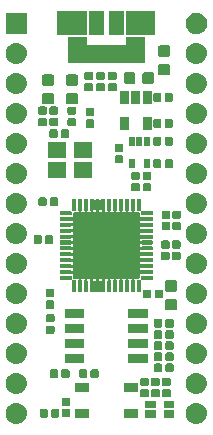
<source format=gts>
G04 #@! TF.GenerationSoftware,KiCad,Pcbnew,(5.1.4-0-10_14)*
G04 #@! TF.CreationDate,2019-09-22T15:54:42+02:00*
G04 #@! TF.ProjectId,TinyFPGA-UP,54696e79-4650-4474-912d-55502e6b6963,A*
G04 #@! TF.SameCoordinates,Original*
G04 #@! TF.FileFunction,Soldermask,Top*
G04 #@! TF.FilePolarity,Negative*
%FSLAX46Y46*%
G04 Gerber Fmt 4.6, Leading zero omitted, Abs format (unit mm)*
G04 Created by KiCad (PCBNEW (5.1.4-0-10_14)) date 2019-09-22 15:54:42*
%MOMM*%
%LPD*%
G04 APERTURE LIST*
%ADD10C,0.100000*%
G04 APERTURE END LIST*
D10*
G36*
X158932584Y-129931333D02*
G01*
X158932587Y-129931334D01*
X158932588Y-129931334D01*
X159102389Y-129982843D01*
X159149861Y-130008217D01*
X159258881Y-130066489D01*
X159396044Y-130179056D01*
X159508611Y-130316219D01*
X159545802Y-130385800D01*
X159592257Y-130472711D01*
X159631507Y-130602100D01*
X159643767Y-130642516D01*
X159661159Y-130819100D01*
X159643767Y-130995684D01*
X159643766Y-130995687D01*
X159643766Y-130995688D01*
X159592257Y-131165489D01*
X159589418Y-131170800D01*
X159508611Y-131321981D01*
X159396044Y-131459144D01*
X159258881Y-131571711D01*
X159149861Y-131629983D01*
X159102389Y-131655357D01*
X158932588Y-131706866D01*
X158932587Y-131706866D01*
X158932584Y-131706867D01*
X158800255Y-131719900D01*
X158711745Y-131719900D01*
X158579416Y-131706867D01*
X158579413Y-131706866D01*
X158579412Y-131706866D01*
X158409611Y-131655357D01*
X158362139Y-131629983D01*
X158253119Y-131571711D01*
X158115956Y-131459144D01*
X158003389Y-131321981D01*
X157922582Y-131170800D01*
X157919743Y-131165489D01*
X157868234Y-130995688D01*
X157868234Y-130995687D01*
X157868233Y-130995684D01*
X157850841Y-130819100D01*
X157868233Y-130642516D01*
X157880493Y-130602100D01*
X157919743Y-130472711D01*
X157966198Y-130385800D01*
X158003389Y-130316219D01*
X158115956Y-130179056D01*
X158253119Y-130066489D01*
X158362139Y-130008217D01*
X158409611Y-129982843D01*
X158579412Y-129931334D01*
X158579413Y-129931334D01*
X158579416Y-129931333D01*
X158711745Y-129918300D01*
X158800255Y-129918300D01*
X158932584Y-129931333D01*
X158932584Y-129931333D01*
G37*
G36*
X143692584Y-129931333D02*
G01*
X143692587Y-129931334D01*
X143692588Y-129931334D01*
X143862389Y-129982843D01*
X143909861Y-130008217D01*
X144018881Y-130066489D01*
X144156044Y-130179056D01*
X144268611Y-130316219D01*
X144305802Y-130385800D01*
X144352257Y-130472711D01*
X144391507Y-130602100D01*
X144403767Y-130642516D01*
X144421159Y-130819100D01*
X144403767Y-130995684D01*
X144403766Y-130995687D01*
X144403766Y-130995688D01*
X144352257Y-131165489D01*
X144349418Y-131170800D01*
X144268611Y-131321981D01*
X144156044Y-131459144D01*
X144018881Y-131571711D01*
X143909861Y-131629983D01*
X143862389Y-131655357D01*
X143692588Y-131706866D01*
X143692587Y-131706866D01*
X143692584Y-131706867D01*
X143560255Y-131719900D01*
X143471745Y-131719900D01*
X143339416Y-131706867D01*
X143339413Y-131706866D01*
X143339412Y-131706866D01*
X143169611Y-131655357D01*
X143122139Y-131629983D01*
X143013119Y-131571711D01*
X142875956Y-131459144D01*
X142763389Y-131321981D01*
X142682582Y-131170800D01*
X142679743Y-131165489D01*
X142628234Y-130995688D01*
X142628234Y-130995687D01*
X142628233Y-130995684D01*
X142610841Y-130819100D01*
X142628233Y-130642516D01*
X142640493Y-130602100D01*
X142679743Y-130472711D01*
X142726198Y-130385800D01*
X142763389Y-130316219D01*
X142875956Y-130179056D01*
X143013119Y-130066489D01*
X143122139Y-130008217D01*
X143169611Y-129982843D01*
X143339412Y-129931334D01*
X143339413Y-129931334D01*
X143339416Y-129931333D01*
X143471745Y-129918300D01*
X143560255Y-129918300D01*
X143692584Y-129931333D01*
X143692584Y-129931333D01*
G37*
G36*
X156900800Y-131185800D02*
G01*
X155999200Y-131185800D01*
X155999200Y-130534200D01*
X156900800Y-130534200D01*
X156900800Y-131185800D01*
X156900800Y-131185800D01*
G37*
G36*
X155300800Y-131185800D02*
G01*
X154399200Y-131185800D01*
X154399200Y-130534200D01*
X155300800Y-130534200D01*
X155300800Y-131185800D01*
X155300800Y-131185800D01*
G37*
G36*
X153786800Y-131173900D02*
G01*
X152635200Y-131173900D01*
X152635200Y-130422300D01*
X153786800Y-130422300D01*
X153786800Y-131173900D01*
X153786800Y-131173900D01*
G37*
G36*
X149636800Y-131173900D02*
G01*
X148485200Y-131173900D01*
X148485200Y-130422300D01*
X149636800Y-130422300D01*
X149636800Y-131173900D01*
X149636800Y-131173900D01*
G37*
G36*
X146057027Y-130432275D02*
G01*
X146084650Y-130440654D01*
X146110113Y-130454264D01*
X146132425Y-130472575D01*
X146150736Y-130494887D01*
X146164346Y-130520350D01*
X146172725Y-130547973D01*
X146175800Y-130579191D01*
X146175800Y-131020809D01*
X146172725Y-131052027D01*
X146164346Y-131079650D01*
X146150736Y-131105113D01*
X146132425Y-131127425D01*
X146110113Y-131145736D01*
X146084650Y-131159346D01*
X146057027Y-131167725D01*
X146025809Y-131170800D01*
X145634191Y-131170800D01*
X145602973Y-131167725D01*
X145575350Y-131159346D01*
X145549887Y-131145736D01*
X145527575Y-131127425D01*
X145509264Y-131105113D01*
X145495654Y-131079650D01*
X145487275Y-131052027D01*
X145484200Y-131020809D01*
X145484200Y-130579191D01*
X145487275Y-130547973D01*
X145495654Y-130520350D01*
X145509264Y-130494887D01*
X145527575Y-130472575D01*
X145549887Y-130454264D01*
X145575350Y-130440654D01*
X145602973Y-130432275D01*
X145634191Y-130429200D01*
X146025809Y-130429200D01*
X146057027Y-130432275D01*
X146057027Y-130432275D01*
G37*
G36*
X147027027Y-130432275D02*
G01*
X147054650Y-130440654D01*
X147080113Y-130454264D01*
X147102425Y-130472575D01*
X147120736Y-130494887D01*
X147134346Y-130520350D01*
X147142725Y-130547973D01*
X147145800Y-130579191D01*
X147145800Y-131020809D01*
X147142725Y-131052027D01*
X147134346Y-131079650D01*
X147120736Y-131105113D01*
X147102425Y-131127425D01*
X147080113Y-131145736D01*
X147054650Y-131159346D01*
X147027027Y-131167725D01*
X146995809Y-131170800D01*
X146604191Y-131170800D01*
X146572973Y-131167725D01*
X146545350Y-131159346D01*
X146519887Y-131145736D01*
X146497575Y-131127425D01*
X146479264Y-131105113D01*
X146465654Y-131079650D01*
X146457275Y-131052027D01*
X146454200Y-131020809D01*
X146454200Y-130579191D01*
X146457275Y-130547973D01*
X146465654Y-130520350D01*
X146479264Y-130494887D01*
X146497575Y-130472575D01*
X146519887Y-130454264D01*
X146545350Y-130440654D01*
X146572973Y-130432275D01*
X146604191Y-130429200D01*
X146995809Y-130429200D01*
X147027027Y-130432275D01*
X147027027Y-130432275D01*
G37*
G36*
X147965727Y-130452275D02*
G01*
X147993350Y-130460654D01*
X148018813Y-130474264D01*
X148041125Y-130492575D01*
X148059436Y-130514887D01*
X148073046Y-130540350D01*
X148081425Y-130567973D01*
X148084500Y-130599191D01*
X148084500Y-130990809D01*
X148081425Y-131022027D01*
X148073046Y-131049650D01*
X148059436Y-131075113D01*
X148041125Y-131097425D01*
X148018813Y-131115736D01*
X147993350Y-131129346D01*
X147965727Y-131137725D01*
X147934509Y-131140800D01*
X147492891Y-131140800D01*
X147461673Y-131137725D01*
X147434050Y-131129346D01*
X147408587Y-131115736D01*
X147386275Y-131097425D01*
X147367964Y-131075113D01*
X147354354Y-131049650D01*
X147345975Y-131022027D01*
X147342900Y-130990809D01*
X147342900Y-130599191D01*
X147345975Y-130567973D01*
X147354354Y-130540350D01*
X147367964Y-130514887D01*
X147386275Y-130492575D01*
X147408587Y-130474264D01*
X147434050Y-130460654D01*
X147461673Y-130452275D01*
X147492891Y-130449200D01*
X147934509Y-130449200D01*
X147965727Y-130452275D01*
X147965727Y-130452275D01*
G37*
G36*
X156900800Y-130385800D02*
G01*
X155999200Y-130385800D01*
X155999200Y-129734200D01*
X156900800Y-129734200D01*
X156900800Y-130385800D01*
X156900800Y-130385800D01*
G37*
G36*
X155300800Y-130385800D02*
G01*
X154399200Y-130385800D01*
X154399200Y-129734200D01*
X155300800Y-129734200D01*
X155300800Y-130385800D01*
X155300800Y-130385800D01*
G37*
G36*
X147965727Y-129482275D02*
G01*
X147993350Y-129490654D01*
X148018813Y-129504264D01*
X148041125Y-129522575D01*
X148059436Y-129544887D01*
X148073046Y-129570350D01*
X148081425Y-129597973D01*
X148084500Y-129629191D01*
X148084500Y-130020809D01*
X148081425Y-130052027D01*
X148073046Y-130079650D01*
X148059436Y-130105113D01*
X148041125Y-130127425D01*
X148018813Y-130145736D01*
X147993350Y-130159346D01*
X147965727Y-130167725D01*
X147934509Y-130170800D01*
X147492891Y-130170800D01*
X147461673Y-130167725D01*
X147434050Y-130159346D01*
X147408587Y-130145736D01*
X147386275Y-130127425D01*
X147367964Y-130105113D01*
X147354354Y-130079650D01*
X147345975Y-130052027D01*
X147342900Y-130020809D01*
X147342900Y-129629191D01*
X147345975Y-129597973D01*
X147354354Y-129570350D01*
X147367964Y-129544887D01*
X147386275Y-129522575D01*
X147408587Y-129504264D01*
X147434050Y-129490654D01*
X147461673Y-129482275D01*
X147492891Y-129479200D01*
X147934509Y-129479200D01*
X147965727Y-129482275D01*
X147965727Y-129482275D01*
G37*
G36*
X155534927Y-128780575D02*
G01*
X155562550Y-128788954D01*
X155588013Y-128802564D01*
X155610325Y-128820875D01*
X155628636Y-128843187D01*
X155642246Y-128868650D01*
X155650625Y-128896273D01*
X155653700Y-128927491D01*
X155653700Y-129319109D01*
X155650625Y-129350327D01*
X155642246Y-129377950D01*
X155628636Y-129403413D01*
X155610325Y-129425725D01*
X155588013Y-129444036D01*
X155562550Y-129457646D01*
X155534927Y-129466025D01*
X155503709Y-129469100D01*
X155062091Y-129469100D01*
X155030873Y-129466025D01*
X155003250Y-129457646D01*
X154977787Y-129444036D01*
X154955475Y-129425725D01*
X154937164Y-129403413D01*
X154923554Y-129377950D01*
X154915175Y-129350327D01*
X154912100Y-129319109D01*
X154912100Y-128927491D01*
X154915175Y-128896273D01*
X154923554Y-128868650D01*
X154937164Y-128843187D01*
X154955475Y-128820875D01*
X154977787Y-128802564D01*
X155003250Y-128788954D01*
X155030873Y-128780575D01*
X155062091Y-128777500D01*
X155503709Y-128777500D01*
X155534927Y-128780575D01*
X155534927Y-128780575D01*
G37*
G36*
X154607827Y-128780575D02*
G01*
X154635450Y-128788954D01*
X154660913Y-128802564D01*
X154683225Y-128820875D01*
X154701536Y-128843187D01*
X154715146Y-128868650D01*
X154723525Y-128896273D01*
X154726600Y-128927491D01*
X154726600Y-129319109D01*
X154723525Y-129350327D01*
X154715146Y-129377950D01*
X154701536Y-129403413D01*
X154683225Y-129425725D01*
X154660913Y-129444036D01*
X154635450Y-129457646D01*
X154607827Y-129466025D01*
X154576609Y-129469100D01*
X154134991Y-129469100D01*
X154103773Y-129466025D01*
X154076150Y-129457646D01*
X154050687Y-129444036D01*
X154028375Y-129425725D01*
X154010064Y-129403413D01*
X153996454Y-129377950D01*
X153988075Y-129350327D01*
X153985000Y-129319109D01*
X153985000Y-128927491D01*
X153988075Y-128896273D01*
X153996454Y-128868650D01*
X154010064Y-128843187D01*
X154028375Y-128820875D01*
X154050687Y-128802564D01*
X154076150Y-128788954D01*
X154103773Y-128780575D01*
X154134991Y-128777500D01*
X154576609Y-128777500D01*
X154607827Y-128780575D01*
X154607827Y-128780575D01*
G37*
G36*
X156462027Y-128780575D02*
G01*
X156489650Y-128788954D01*
X156515113Y-128802564D01*
X156537425Y-128820875D01*
X156555736Y-128843187D01*
X156569346Y-128868650D01*
X156577725Y-128896273D01*
X156580800Y-128927491D01*
X156580800Y-129319109D01*
X156577725Y-129350327D01*
X156569346Y-129377950D01*
X156555736Y-129403413D01*
X156537425Y-129425725D01*
X156515113Y-129444036D01*
X156489650Y-129457646D01*
X156462027Y-129466025D01*
X156430809Y-129469100D01*
X155989191Y-129469100D01*
X155957973Y-129466025D01*
X155930350Y-129457646D01*
X155904887Y-129444036D01*
X155882575Y-129425725D01*
X155864264Y-129403413D01*
X155850654Y-129377950D01*
X155842275Y-129350327D01*
X155839200Y-129319109D01*
X155839200Y-128927491D01*
X155842275Y-128896273D01*
X155850654Y-128868650D01*
X155864264Y-128843187D01*
X155882575Y-128820875D01*
X155904887Y-128802564D01*
X155930350Y-128788954D01*
X155957973Y-128780575D01*
X155989191Y-128777500D01*
X156430809Y-128777500D01*
X156462027Y-128780575D01*
X156462027Y-128780575D01*
G37*
G36*
X158932584Y-127391333D02*
G01*
X158932587Y-127391334D01*
X158932588Y-127391334D01*
X159102389Y-127442843D01*
X159149861Y-127468217D01*
X159258881Y-127526489D01*
X159396044Y-127639056D01*
X159508611Y-127776219D01*
X159560441Y-127873187D01*
X159592257Y-127932711D01*
X159606723Y-127980400D01*
X159643767Y-128102516D01*
X159661159Y-128279100D01*
X159643767Y-128455684D01*
X159643766Y-128455687D01*
X159643766Y-128455688D01*
X159592257Y-128625489D01*
X159592256Y-128625490D01*
X159508611Y-128781981D01*
X159396044Y-128919144D01*
X159258881Y-129031711D01*
X159149861Y-129089983D01*
X159102389Y-129115357D01*
X158932588Y-129166866D01*
X158932587Y-129166866D01*
X158932584Y-129166867D01*
X158800255Y-129179900D01*
X158711745Y-129179900D01*
X158579416Y-129166867D01*
X158579413Y-129166866D01*
X158579412Y-129166866D01*
X158409611Y-129115357D01*
X158362139Y-129089983D01*
X158253119Y-129031711D01*
X158115956Y-128919144D01*
X158003389Y-128781981D01*
X157919744Y-128625490D01*
X157919743Y-128625489D01*
X157868234Y-128455688D01*
X157868234Y-128455687D01*
X157868233Y-128455684D01*
X157850841Y-128279100D01*
X157868233Y-128102516D01*
X157905277Y-127980400D01*
X157919743Y-127932711D01*
X157951559Y-127873187D01*
X158003389Y-127776219D01*
X158115956Y-127639056D01*
X158253119Y-127526489D01*
X158362139Y-127468217D01*
X158409611Y-127442843D01*
X158579412Y-127391334D01*
X158579413Y-127391334D01*
X158579416Y-127391333D01*
X158711745Y-127378300D01*
X158800255Y-127378300D01*
X158932584Y-127391333D01*
X158932584Y-127391333D01*
G37*
G36*
X143692584Y-127391333D02*
G01*
X143692587Y-127391334D01*
X143692588Y-127391334D01*
X143862389Y-127442843D01*
X143909861Y-127468217D01*
X144018881Y-127526489D01*
X144156044Y-127639056D01*
X144268611Y-127776219D01*
X144320441Y-127873187D01*
X144352257Y-127932711D01*
X144366723Y-127980400D01*
X144403767Y-128102516D01*
X144421159Y-128279100D01*
X144403767Y-128455684D01*
X144403766Y-128455687D01*
X144403766Y-128455688D01*
X144352257Y-128625489D01*
X144352256Y-128625490D01*
X144268611Y-128781981D01*
X144156044Y-128919144D01*
X144018881Y-129031711D01*
X143909861Y-129089983D01*
X143862389Y-129115357D01*
X143692588Y-129166866D01*
X143692587Y-129166866D01*
X143692584Y-129166867D01*
X143560255Y-129179900D01*
X143471745Y-129179900D01*
X143339416Y-129166867D01*
X143339413Y-129166866D01*
X143339412Y-129166866D01*
X143169611Y-129115357D01*
X143122139Y-129089983D01*
X143013119Y-129031711D01*
X142875956Y-128919144D01*
X142763389Y-128781981D01*
X142679744Y-128625490D01*
X142679743Y-128625489D01*
X142628234Y-128455688D01*
X142628234Y-128455687D01*
X142628233Y-128455684D01*
X142610841Y-128279100D01*
X142628233Y-128102516D01*
X142665277Y-127980400D01*
X142679743Y-127932711D01*
X142711559Y-127873187D01*
X142763389Y-127776219D01*
X142875956Y-127639056D01*
X143013119Y-127526489D01*
X143122139Y-127468217D01*
X143169611Y-127442843D01*
X143339412Y-127391334D01*
X143339413Y-127391334D01*
X143339416Y-127391333D01*
X143471745Y-127378300D01*
X143560255Y-127378300D01*
X143692584Y-127391333D01*
X143692584Y-127391333D01*
G37*
G36*
X149636800Y-129023900D02*
G01*
X148485200Y-129023900D01*
X148485200Y-128272300D01*
X149636800Y-128272300D01*
X149636800Y-129023900D01*
X149636800Y-129023900D01*
G37*
G36*
X153786800Y-129023900D02*
G01*
X152635200Y-129023900D01*
X152635200Y-128272300D01*
X153786800Y-128272300D01*
X153786800Y-129023900D01*
X153786800Y-129023900D01*
G37*
G36*
X155534927Y-127810575D02*
G01*
X155562550Y-127818954D01*
X155588013Y-127832564D01*
X155610325Y-127850875D01*
X155628636Y-127873187D01*
X155642246Y-127898650D01*
X155650625Y-127926273D01*
X155653700Y-127957491D01*
X155653700Y-128349109D01*
X155650625Y-128380327D01*
X155642246Y-128407950D01*
X155628636Y-128433413D01*
X155610325Y-128455725D01*
X155588013Y-128474036D01*
X155562550Y-128487646D01*
X155534927Y-128496025D01*
X155503709Y-128499100D01*
X155062091Y-128499100D01*
X155030873Y-128496025D01*
X155003250Y-128487646D01*
X154977787Y-128474036D01*
X154955475Y-128455725D01*
X154937164Y-128433413D01*
X154923554Y-128407950D01*
X154915175Y-128380327D01*
X154912100Y-128349109D01*
X154912100Y-127957491D01*
X154915175Y-127926273D01*
X154923554Y-127898650D01*
X154937164Y-127873187D01*
X154955475Y-127850875D01*
X154977787Y-127832564D01*
X155003250Y-127818954D01*
X155030873Y-127810575D01*
X155062091Y-127807500D01*
X155503709Y-127807500D01*
X155534927Y-127810575D01*
X155534927Y-127810575D01*
G37*
G36*
X154607827Y-127810575D02*
G01*
X154635450Y-127818954D01*
X154660913Y-127832564D01*
X154683225Y-127850875D01*
X154701536Y-127873187D01*
X154715146Y-127898650D01*
X154723525Y-127926273D01*
X154726600Y-127957491D01*
X154726600Y-128349109D01*
X154723525Y-128380327D01*
X154715146Y-128407950D01*
X154701536Y-128433413D01*
X154683225Y-128455725D01*
X154660913Y-128474036D01*
X154635450Y-128487646D01*
X154607827Y-128496025D01*
X154576609Y-128499100D01*
X154134991Y-128499100D01*
X154103773Y-128496025D01*
X154076150Y-128487646D01*
X154050687Y-128474036D01*
X154028375Y-128455725D01*
X154010064Y-128433413D01*
X153996454Y-128407950D01*
X153988075Y-128380327D01*
X153985000Y-128349109D01*
X153985000Y-127957491D01*
X153988075Y-127926273D01*
X153996454Y-127898650D01*
X154010064Y-127873187D01*
X154028375Y-127850875D01*
X154050687Y-127832564D01*
X154076150Y-127818954D01*
X154103773Y-127810575D01*
X154134991Y-127807500D01*
X154576609Y-127807500D01*
X154607827Y-127810575D01*
X154607827Y-127810575D01*
G37*
G36*
X156462027Y-127810575D02*
G01*
X156489650Y-127818954D01*
X156515113Y-127832564D01*
X156537425Y-127850875D01*
X156555736Y-127873187D01*
X156569346Y-127898650D01*
X156577725Y-127926273D01*
X156580800Y-127957491D01*
X156580800Y-128349109D01*
X156577725Y-128380327D01*
X156569346Y-128407950D01*
X156555736Y-128433413D01*
X156537425Y-128455725D01*
X156515113Y-128474036D01*
X156489650Y-128487646D01*
X156462027Y-128496025D01*
X156430809Y-128499100D01*
X155989191Y-128499100D01*
X155957973Y-128496025D01*
X155930350Y-128487646D01*
X155904887Y-128474036D01*
X155882575Y-128455725D01*
X155864264Y-128433413D01*
X155850654Y-128407950D01*
X155842275Y-128380327D01*
X155839200Y-128349109D01*
X155839200Y-127957491D01*
X155842275Y-127926273D01*
X155850654Y-127898650D01*
X155864264Y-127873187D01*
X155882575Y-127850875D01*
X155904887Y-127832564D01*
X155930350Y-127818954D01*
X155957973Y-127810575D01*
X155989191Y-127807500D01*
X156430809Y-127807500D01*
X156462027Y-127810575D01*
X156462027Y-127810575D01*
G37*
G36*
X146927027Y-127082275D02*
G01*
X146954650Y-127090654D01*
X146980113Y-127104264D01*
X147002425Y-127122575D01*
X147020736Y-127144887D01*
X147034346Y-127170350D01*
X147042725Y-127197973D01*
X147045800Y-127229191D01*
X147045800Y-127670809D01*
X147042725Y-127702027D01*
X147034346Y-127729650D01*
X147020736Y-127755113D01*
X147002425Y-127777425D01*
X146980113Y-127795736D01*
X146954650Y-127809346D01*
X146927027Y-127817725D01*
X146895809Y-127820800D01*
X146504191Y-127820800D01*
X146472973Y-127817725D01*
X146445350Y-127809346D01*
X146419887Y-127795736D01*
X146397575Y-127777425D01*
X146379264Y-127755113D01*
X146365654Y-127729650D01*
X146357275Y-127702027D01*
X146354200Y-127670809D01*
X146354200Y-127229191D01*
X146357275Y-127197973D01*
X146365654Y-127170350D01*
X146379264Y-127144887D01*
X146397575Y-127122575D01*
X146419887Y-127104264D01*
X146445350Y-127090654D01*
X146472973Y-127082275D01*
X146504191Y-127079200D01*
X146895809Y-127079200D01*
X146927027Y-127082275D01*
X146927027Y-127082275D01*
G37*
G36*
X147897027Y-127082275D02*
G01*
X147924650Y-127090654D01*
X147950113Y-127104264D01*
X147972425Y-127122575D01*
X147990736Y-127144887D01*
X148004346Y-127170350D01*
X148012725Y-127197973D01*
X148015800Y-127229191D01*
X148015800Y-127670809D01*
X148012725Y-127702027D01*
X148004346Y-127729650D01*
X147990736Y-127755113D01*
X147972425Y-127777425D01*
X147950113Y-127795736D01*
X147924650Y-127809346D01*
X147897027Y-127817725D01*
X147865809Y-127820800D01*
X147474191Y-127820800D01*
X147442973Y-127817725D01*
X147415350Y-127809346D01*
X147389887Y-127795736D01*
X147367575Y-127777425D01*
X147349264Y-127755113D01*
X147335654Y-127729650D01*
X147327275Y-127702027D01*
X147324200Y-127670809D01*
X147324200Y-127229191D01*
X147327275Y-127197973D01*
X147335654Y-127170350D01*
X147349264Y-127144887D01*
X147367575Y-127122575D01*
X147389887Y-127104264D01*
X147415350Y-127090654D01*
X147442973Y-127082275D01*
X147474191Y-127079200D01*
X147865809Y-127079200D01*
X147897027Y-127082275D01*
X147897027Y-127082275D01*
G37*
G36*
X149392027Y-127082275D02*
G01*
X149419650Y-127090654D01*
X149445113Y-127104264D01*
X149467425Y-127122575D01*
X149485736Y-127144887D01*
X149499346Y-127170350D01*
X149507725Y-127197973D01*
X149510800Y-127229191D01*
X149510800Y-127670809D01*
X149507725Y-127702027D01*
X149499346Y-127729650D01*
X149485736Y-127755113D01*
X149467425Y-127777425D01*
X149445113Y-127795736D01*
X149419650Y-127809346D01*
X149392027Y-127817725D01*
X149360809Y-127820800D01*
X148969191Y-127820800D01*
X148937973Y-127817725D01*
X148910350Y-127809346D01*
X148884887Y-127795736D01*
X148862575Y-127777425D01*
X148844264Y-127755113D01*
X148830654Y-127729650D01*
X148822275Y-127702027D01*
X148819200Y-127670809D01*
X148819200Y-127229191D01*
X148822275Y-127197973D01*
X148830654Y-127170350D01*
X148844264Y-127144887D01*
X148862575Y-127122575D01*
X148884887Y-127104264D01*
X148910350Y-127090654D01*
X148937973Y-127082275D01*
X148969191Y-127079200D01*
X149360809Y-127079200D01*
X149392027Y-127082275D01*
X149392027Y-127082275D01*
G37*
G36*
X150362027Y-127082275D02*
G01*
X150389650Y-127090654D01*
X150415113Y-127104264D01*
X150437425Y-127122575D01*
X150455736Y-127144887D01*
X150469346Y-127170350D01*
X150477725Y-127197973D01*
X150480800Y-127229191D01*
X150480800Y-127670809D01*
X150477725Y-127702027D01*
X150469346Y-127729650D01*
X150455736Y-127755113D01*
X150437425Y-127777425D01*
X150415113Y-127795736D01*
X150389650Y-127809346D01*
X150362027Y-127817725D01*
X150330809Y-127820800D01*
X149939191Y-127820800D01*
X149907973Y-127817725D01*
X149880350Y-127809346D01*
X149854887Y-127795736D01*
X149832575Y-127777425D01*
X149814264Y-127755113D01*
X149800654Y-127729650D01*
X149792275Y-127702027D01*
X149789200Y-127670809D01*
X149789200Y-127229191D01*
X149792275Y-127197973D01*
X149800654Y-127170350D01*
X149814264Y-127144887D01*
X149832575Y-127122575D01*
X149854887Y-127104264D01*
X149880350Y-127090654D01*
X149907973Y-127082275D01*
X149939191Y-127079200D01*
X150330809Y-127079200D01*
X150362027Y-127082275D01*
X150362027Y-127082275D01*
G37*
G36*
X156706127Y-126594175D02*
G01*
X156733750Y-126602554D01*
X156759213Y-126616164D01*
X156781525Y-126634475D01*
X156799836Y-126656787D01*
X156813446Y-126682250D01*
X156821825Y-126709873D01*
X156824900Y-126741091D01*
X156824900Y-127182709D01*
X156821825Y-127213927D01*
X156813446Y-127241550D01*
X156799836Y-127267013D01*
X156781525Y-127289325D01*
X156759213Y-127307636D01*
X156733750Y-127321246D01*
X156706127Y-127329625D01*
X156674909Y-127332700D01*
X156283291Y-127332700D01*
X156252073Y-127329625D01*
X156224450Y-127321246D01*
X156198987Y-127307636D01*
X156176675Y-127289325D01*
X156158364Y-127267013D01*
X156144754Y-127241550D01*
X156136375Y-127213927D01*
X156133300Y-127182709D01*
X156133300Y-126741091D01*
X156136375Y-126709873D01*
X156144754Y-126682250D01*
X156158364Y-126656787D01*
X156176675Y-126634475D01*
X156198987Y-126616164D01*
X156224450Y-126602554D01*
X156252073Y-126594175D01*
X156283291Y-126591100D01*
X156674909Y-126591100D01*
X156706127Y-126594175D01*
X156706127Y-126594175D01*
G37*
G36*
X155736127Y-126594175D02*
G01*
X155763750Y-126602554D01*
X155789213Y-126616164D01*
X155811525Y-126634475D01*
X155829836Y-126656787D01*
X155843446Y-126682250D01*
X155851825Y-126709873D01*
X155854900Y-126741091D01*
X155854900Y-127182709D01*
X155851825Y-127213927D01*
X155843446Y-127241550D01*
X155829836Y-127267013D01*
X155811525Y-127289325D01*
X155789213Y-127307636D01*
X155763750Y-127321246D01*
X155736127Y-127329625D01*
X155704909Y-127332700D01*
X155313291Y-127332700D01*
X155282073Y-127329625D01*
X155254450Y-127321246D01*
X155228987Y-127307636D01*
X155206675Y-127289325D01*
X155188364Y-127267013D01*
X155174754Y-127241550D01*
X155166375Y-127213927D01*
X155163300Y-127182709D01*
X155163300Y-126741091D01*
X155166375Y-126709873D01*
X155174754Y-126682250D01*
X155188364Y-126656787D01*
X155206675Y-126634475D01*
X155228987Y-126616164D01*
X155254450Y-126602554D01*
X155282073Y-126594175D01*
X155313291Y-126591100D01*
X155704909Y-126591100D01*
X155736127Y-126594175D01*
X155736127Y-126594175D01*
G37*
G36*
X143692584Y-124851333D02*
G01*
X143692587Y-124851334D01*
X143692588Y-124851334D01*
X143862389Y-124902843D01*
X143909861Y-124928217D01*
X144018881Y-124986489D01*
X144156044Y-125099056D01*
X144268611Y-125236219D01*
X144304364Y-125303109D01*
X144352257Y-125392711D01*
X144403766Y-125562512D01*
X144403767Y-125562516D01*
X144421159Y-125739100D01*
X144403767Y-125915684D01*
X144403766Y-125915687D01*
X144403766Y-125915688D01*
X144352257Y-126085489D01*
X144352256Y-126085490D01*
X144268611Y-126241981D01*
X144156044Y-126379144D01*
X144018881Y-126491711D01*
X143909861Y-126549983D01*
X143862389Y-126575357D01*
X143692588Y-126626866D01*
X143692587Y-126626866D01*
X143692584Y-126626867D01*
X143560255Y-126639900D01*
X143471745Y-126639900D01*
X143339416Y-126626867D01*
X143339413Y-126626866D01*
X143339412Y-126626866D01*
X143169611Y-126575357D01*
X143122139Y-126549983D01*
X143013119Y-126491711D01*
X142875956Y-126379144D01*
X142763389Y-126241981D01*
X142679744Y-126085490D01*
X142679743Y-126085489D01*
X142628234Y-125915688D01*
X142628234Y-125915687D01*
X142628233Y-125915684D01*
X142610841Y-125739100D01*
X142628233Y-125562516D01*
X142628234Y-125562512D01*
X142679743Y-125392711D01*
X142727636Y-125303109D01*
X142763389Y-125236219D01*
X142875956Y-125099056D01*
X143013119Y-124986489D01*
X143122139Y-124928217D01*
X143169611Y-124902843D01*
X143339412Y-124851334D01*
X143339413Y-124851334D01*
X143339416Y-124851333D01*
X143471745Y-124838300D01*
X143560255Y-124838300D01*
X143692584Y-124851333D01*
X143692584Y-124851333D01*
G37*
G36*
X158932584Y-124851333D02*
G01*
X158932587Y-124851334D01*
X158932588Y-124851334D01*
X159102389Y-124902843D01*
X159149861Y-124928217D01*
X159258881Y-124986489D01*
X159396044Y-125099056D01*
X159508611Y-125236219D01*
X159544364Y-125303109D01*
X159592257Y-125392711D01*
X159643766Y-125562512D01*
X159643767Y-125562516D01*
X159661159Y-125739100D01*
X159643767Y-125915684D01*
X159643766Y-125915687D01*
X159643766Y-125915688D01*
X159592257Y-126085489D01*
X159592256Y-126085490D01*
X159508611Y-126241981D01*
X159396044Y-126379144D01*
X159258881Y-126491711D01*
X159149861Y-126549983D01*
X159102389Y-126575357D01*
X158932588Y-126626866D01*
X158932587Y-126626866D01*
X158932584Y-126626867D01*
X158800255Y-126639900D01*
X158711745Y-126639900D01*
X158579416Y-126626867D01*
X158579413Y-126626866D01*
X158579412Y-126626866D01*
X158409611Y-126575357D01*
X158362139Y-126549983D01*
X158253119Y-126491711D01*
X158115956Y-126379144D01*
X158003389Y-126241981D01*
X157919744Y-126085490D01*
X157919743Y-126085489D01*
X157868234Y-125915688D01*
X157868234Y-125915687D01*
X157868233Y-125915684D01*
X157850841Y-125739100D01*
X157868233Y-125562516D01*
X157868234Y-125562512D01*
X157919743Y-125392711D01*
X157967636Y-125303109D01*
X158003389Y-125236219D01*
X158115956Y-125099056D01*
X158253119Y-124986489D01*
X158362139Y-124928217D01*
X158409611Y-124902843D01*
X158579412Y-124851334D01*
X158579413Y-124851334D01*
X158579416Y-124851333D01*
X158711745Y-124838300D01*
X158800255Y-124838300D01*
X158932584Y-124851333D01*
X158932584Y-124851333D01*
G37*
G36*
X149261800Y-126513900D02*
G01*
X147610200Y-126513900D01*
X147610200Y-125812300D01*
X149261800Y-125812300D01*
X149261800Y-126513900D01*
X149261800Y-126513900D01*
G37*
G36*
X154661800Y-126513900D02*
G01*
X153010200Y-126513900D01*
X153010200Y-125812300D01*
X154661800Y-125812300D01*
X154661800Y-126513900D01*
X154661800Y-126513900D01*
G37*
G36*
X155736127Y-125654375D02*
G01*
X155763750Y-125662754D01*
X155789213Y-125676364D01*
X155811525Y-125694675D01*
X155829836Y-125716987D01*
X155843446Y-125742450D01*
X155851825Y-125770073D01*
X155854900Y-125801291D01*
X155854900Y-126242909D01*
X155851825Y-126274127D01*
X155843446Y-126301750D01*
X155829836Y-126327213D01*
X155811525Y-126349525D01*
X155789213Y-126367836D01*
X155763750Y-126381446D01*
X155736127Y-126389825D01*
X155704909Y-126392900D01*
X155313291Y-126392900D01*
X155282073Y-126389825D01*
X155254450Y-126381446D01*
X155228987Y-126367836D01*
X155206675Y-126349525D01*
X155188364Y-126327213D01*
X155174754Y-126301750D01*
X155166375Y-126274127D01*
X155163300Y-126242909D01*
X155163300Y-125801291D01*
X155166375Y-125770073D01*
X155174754Y-125742450D01*
X155188364Y-125716987D01*
X155206675Y-125694675D01*
X155228987Y-125676364D01*
X155254450Y-125662754D01*
X155282073Y-125654375D01*
X155313291Y-125651300D01*
X155704909Y-125651300D01*
X155736127Y-125654375D01*
X155736127Y-125654375D01*
G37*
G36*
X156706127Y-125654375D02*
G01*
X156733750Y-125662754D01*
X156759213Y-125676364D01*
X156781525Y-125694675D01*
X156799836Y-125716987D01*
X156813446Y-125742450D01*
X156821825Y-125770073D01*
X156824900Y-125801291D01*
X156824900Y-126242909D01*
X156821825Y-126274127D01*
X156813446Y-126301750D01*
X156799836Y-126327213D01*
X156781525Y-126349525D01*
X156759213Y-126367836D01*
X156733750Y-126381446D01*
X156706127Y-126389825D01*
X156674909Y-126392900D01*
X156283291Y-126392900D01*
X156252073Y-126389825D01*
X156224450Y-126381446D01*
X156198987Y-126367836D01*
X156176675Y-126349525D01*
X156158364Y-126327213D01*
X156144754Y-126301750D01*
X156136375Y-126274127D01*
X156133300Y-126242909D01*
X156133300Y-125801291D01*
X156136375Y-125770073D01*
X156144754Y-125742450D01*
X156158364Y-125716987D01*
X156176675Y-125694675D01*
X156198987Y-125676364D01*
X156224450Y-125662754D01*
X156252073Y-125654375D01*
X156283291Y-125651300D01*
X156674909Y-125651300D01*
X156706127Y-125654375D01*
X156706127Y-125654375D01*
G37*
G36*
X155736127Y-124714575D02*
G01*
X155763750Y-124722954D01*
X155789213Y-124736564D01*
X155811525Y-124754875D01*
X155829836Y-124777187D01*
X155843446Y-124802650D01*
X155851825Y-124830273D01*
X155854900Y-124861491D01*
X155854900Y-125303109D01*
X155851825Y-125334327D01*
X155843446Y-125361950D01*
X155829836Y-125387413D01*
X155811525Y-125409725D01*
X155789213Y-125428036D01*
X155763750Y-125441646D01*
X155736127Y-125450025D01*
X155704909Y-125453100D01*
X155313291Y-125453100D01*
X155282073Y-125450025D01*
X155254450Y-125441646D01*
X155228987Y-125428036D01*
X155206675Y-125409725D01*
X155188364Y-125387413D01*
X155174754Y-125361950D01*
X155166375Y-125334327D01*
X155163300Y-125303109D01*
X155163300Y-124861491D01*
X155166375Y-124830273D01*
X155174754Y-124802650D01*
X155188364Y-124777187D01*
X155206675Y-124754875D01*
X155228987Y-124736564D01*
X155254450Y-124722954D01*
X155282073Y-124714575D01*
X155313291Y-124711500D01*
X155704909Y-124711500D01*
X155736127Y-124714575D01*
X155736127Y-124714575D01*
G37*
G36*
X156706127Y-124714575D02*
G01*
X156733750Y-124722954D01*
X156759213Y-124736564D01*
X156781525Y-124754875D01*
X156799836Y-124777187D01*
X156813446Y-124802650D01*
X156821825Y-124830273D01*
X156824900Y-124861491D01*
X156824900Y-125303109D01*
X156821825Y-125334327D01*
X156813446Y-125361950D01*
X156799836Y-125387413D01*
X156781525Y-125409725D01*
X156759213Y-125428036D01*
X156733750Y-125441646D01*
X156706127Y-125450025D01*
X156674909Y-125453100D01*
X156283291Y-125453100D01*
X156252073Y-125450025D01*
X156224450Y-125441646D01*
X156198987Y-125428036D01*
X156176675Y-125409725D01*
X156158364Y-125387413D01*
X156144754Y-125361950D01*
X156136375Y-125334327D01*
X156133300Y-125303109D01*
X156133300Y-124861491D01*
X156136375Y-124830273D01*
X156144754Y-124802650D01*
X156158364Y-124777187D01*
X156176675Y-124754875D01*
X156198987Y-124736564D01*
X156224450Y-124722954D01*
X156252073Y-124714575D01*
X156283291Y-124711500D01*
X156674909Y-124711500D01*
X156706127Y-124714575D01*
X156706127Y-124714575D01*
G37*
G36*
X154661800Y-125243900D02*
G01*
X153010200Y-125243900D01*
X153010200Y-124542300D01*
X154661800Y-124542300D01*
X154661800Y-125243900D01*
X154661800Y-125243900D01*
G37*
G36*
X149261800Y-125243900D02*
G01*
X147610200Y-125243900D01*
X147610200Y-124542300D01*
X149261800Y-124542300D01*
X149261800Y-125243900D01*
X149261800Y-125243900D01*
G37*
G36*
X156706127Y-123774775D02*
G01*
X156733750Y-123783154D01*
X156759213Y-123796764D01*
X156781525Y-123815075D01*
X156799836Y-123837387D01*
X156813446Y-123862850D01*
X156821825Y-123890473D01*
X156824900Y-123921691D01*
X156824900Y-124363309D01*
X156821825Y-124394527D01*
X156813446Y-124422150D01*
X156799836Y-124447613D01*
X156781525Y-124469925D01*
X156759213Y-124488236D01*
X156733750Y-124501846D01*
X156706127Y-124510225D01*
X156674909Y-124513300D01*
X156283291Y-124513300D01*
X156252073Y-124510225D01*
X156224450Y-124501846D01*
X156198987Y-124488236D01*
X156176675Y-124469925D01*
X156158364Y-124447613D01*
X156144754Y-124422150D01*
X156136375Y-124394527D01*
X156133300Y-124363309D01*
X156133300Y-123921691D01*
X156136375Y-123890473D01*
X156144754Y-123862850D01*
X156158364Y-123837387D01*
X156176675Y-123815075D01*
X156198987Y-123796764D01*
X156224450Y-123783154D01*
X156252073Y-123774775D01*
X156283291Y-123771700D01*
X156674909Y-123771700D01*
X156706127Y-123774775D01*
X156706127Y-123774775D01*
G37*
G36*
X155736127Y-123774775D02*
G01*
X155763750Y-123783154D01*
X155789213Y-123796764D01*
X155811525Y-123815075D01*
X155829836Y-123837387D01*
X155843446Y-123862850D01*
X155851825Y-123890473D01*
X155854900Y-123921691D01*
X155854900Y-124363309D01*
X155851825Y-124394527D01*
X155843446Y-124422150D01*
X155829836Y-124447613D01*
X155811525Y-124469925D01*
X155789213Y-124488236D01*
X155763750Y-124501846D01*
X155736127Y-124510225D01*
X155704909Y-124513300D01*
X155313291Y-124513300D01*
X155282073Y-124510225D01*
X155254450Y-124501846D01*
X155228987Y-124488236D01*
X155206675Y-124469925D01*
X155188364Y-124447613D01*
X155174754Y-124422150D01*
X155166375Y-124394527D01*
X155163300Y-124363309D01*
X155163300Y-123921691D01*
X155166375Y-123890473D01*
X155174754Y-123862850D01*
X155188364Y-123837387D01*
X155206675Y-123815075D01*
X155228987Y-123796764D01*
X155254450Y-123783154D01*
X155282073Y-123774775D01*
X155313291Y-123771700D01*
X155704909Y-123771700D01*
X155736127Y-123774775D01*
X155736127Y-123774775D01*
G37*
G36*
X158932584Y-122311333D02*
G01*
X158932587Y-122311334D01*
X158932588Y-122311334D01*
X159102389Y-122362843D01*
X159149861Y-122388217D01*
X159258881Y-122446489D01*
X159396044Y-122559056D01*
X159508611Y-122696219D01*
X159566883Y-122805239D01*
X159592257Y-122852711D01*
X159634518Y-122992027D01*
X159643767Y-123022516D01*
X159661159Y-123199100D01*
X159643767Y-123375684D01*
X159643766Y-123375687D01*
X159643766Y-123375688D01*
X159592257Y-123545489D01*
X159584491Y-123560018D01*
X159508611Y-123701981D01*
X159396044Y-123839144D01*
X159258881Y-123951711D01*
X159161132Y-124003958D01*
X159102389Y-124035357D01*
X158932588Y-124086866D01*
X158932587Y-124086866D01*
X158932584Y-124086867D01*
X158800255Y-124099900D01*
X158711745Y-124099900D01*
X158579416Y-124086867D01*
X158579413Y-124086866D01*
X158579412Y-124086866D01*
X158409611Y-124035357D01*
X158350868Y-124003958D01*
X158253119Y-123951711D01*
X158115956Y-123839144D01*
X158003389Y-123701981D01*
X157927509Y-123560018D01*
X157919743Y-123545489D01*
X157868234Y-123375688D01*
X157868234Y-123375687D01*
X157868233Y-123375684D01*
X157850841Y-123199100D01*
X157868233Y-123022516D01*
X157877482Y-122992027D01*
X157919743Y-122852711D01*
X157945117Y-122805239D01*
X158003389Y-122696219D01*
X158115956Y-122559056D01*
X158253119Y-122446489D01*
X158362139Y-122388217D01*
X158409611Y-122362843D01*
X158579412Y-122311334D01*
X158579413Y-122311334D01*
X158579416Y-122311333D01*
X158711745Y-122298300D01*
X158800255Y-122298300D01*
X158932584Y-122311333D01*
X158932584Y-122311333D01*
G37*
G36*
X143692584Y-122311333D02*
G01*
X143692587Y-122311334D01*
X143692588Y-122311334D01*
X143862389Y-122362843D01*
X143909861Y-122388217D01*
X144018881Y-122446489D01*
X144156044Y-122559056D01*
X144268611Y-122696219D01*
X144326883Y-122805239D01*
X144352257Y-122852711D01*
X144394518Y-122992027D01*
X144403767Y-123022516D01*
X144421159Y-123199100D01*
X144403767Y-123375684D01*
X144403766Y-123375687D01*
X144403766Y-123375688D01*
X144352257Y-123545489D01*
X144344491Y-123560018D01*
X144268611Y-123701981D01*
X144156044Y-123839144D01*
X144018881Y-123951711D01*
X143921132Y-124003958D01*
X143862389Y-124035357D01*
X143692588Y-124086866D01*
X143692587Y-124086866D01*
X143692584Y-124086867D01*
X143560255Y-124099900D01*
X143471745Y-124099900D01*
X143339416Y-124086867D01*
X143339413Y-124086866D01*
X143339412Y-124086866D01*
X143169611Y-124035357D01*
X143110868Y-124003958D01*
X143013119Y-123951711D01*
X142875956Y-123839144D01*
X142763389Y-123701981D01*
X142687509Y-123560018D01*
X142679743Y-123545489D01*
X142628234Y-123375688D01*
X142628234Y-123375687D01*
X142628233Y-123375684D01*
X142610841Y-123199100D01*
X142628233Y-123022516D01*
X142637482Y-122992027D01*
X142679743Y-122852711D01*
X142705117Y-122805239D01*
X142763389Y-122696219D01*
X142875956Y-122559056D01*
X143013119Y-122446489D01*
X143122139Y-122388217D01*
X143169611Y-122362843D01*
X143339412Y-122311334D01*
X143339413Y-122311334D01*
X143339416Y-122311333D01*
X143471745Y-122298300D01*
X143560255Y-122298300D01*
X143692584Y-122311333D01*
X143692584Y-122311333D01*
G37*
G36*
X146627027Y-123392275D02*
G01*
X146654650Y-123400654D01*
X146680113Y-123414264D01*
X146702425Y-123432575D01*
X146720736Y-123454887D01*
X146734346Y-123480350D01*
X146742725Y-123507973D01*
X146745800Y-123539191D01*
X146745800Y-123930809D01*
X146742725Y-123962027D01*
X146734346Y-123989650D01*
X146720736Y-124015113D01*
X146702425Y-124037425D01*
X146680113Y-124055736D01*
X146654650Y-124069346D01*
X146627027Y-124077725D01*
X146595809Y-124080800D01*
X146154191Y-124080800D01*
X146122973Y-124077725D01*
X146095350Y-124069346D01*
X146069887Y-124055736D01*
X146047575Y-124037425D01*
X146029264Y-124015113D01*
X146015654Y-123989650D01*
X146007275Y-123962027D01*
X146004200Y-123930809D01*
X146004200Y-123539191D01*
X146007275Y-123507973D01*
X146015654Y-123480350D01*
X146029264Y-123454887D01*
X146047575Y-123432575D01*
X146069887Y-123414264D01*
X146095350Y-123400654D01*
X146122973Y-123392275D01*
X146154191Y-123389200D01*
X146595809Y-123389200D01*
X146627027Y-123392275D01*
X146627027Y-123392275D01*
G37*
G36*
X149261800Y-123973900D02*
G01*
X147610200Y-123973900D01*
X147610200Y-123272300D01*
X149261800Y-123272300D01*
X149261800Y-123973900D01*
X149261800Y-123973900D01*
G37*
G36*
X154661800Y-123973900D02*
G01*
X153010200Y-123973900D01*
X153010200Y-123272300D01*
X154661800Y-123272300D01*
X154661800Y-123973900D01*
X154661800Y-123973900D01*
G37*
G36*
X156706127Y-122824815D02*
G01*
X156733750Y-122833194D01*
X156759213Y-122846804D01*
X156781525Y-122865115D01*
X156799836Y-122887427D01*
X156813446Y-122912890D01*
X156821825Y-122940513D01*
X156824900Y-122971731D01*
X156824900Y-123413349D01*
X156821825Y-123444567D01*
X156813446Y-123472190D01*
X156799836Y-123497653D01*
X156781525Y-123519965D01*
X156759213Y-123538276D01*
X156733750Y-123551886D01*
X156706127Y-123560265D01*
X156674909Y-123563340D01*
X156283291Y-123563340D01*
X156252073Y-123560265D01*
X156224450Y-123551886D01*
X156198987Y-123538276D01*
X156176675Y-123519965D01*
X156158364Y-123497653D01*
X156144754Y-123472190D01*
X156136375Y-123444567D01*
X156133300Y-123413349D01*
X156133300Y-122971731D01*
X156136375Y-122940513D01*
X156144754Y-122912890D01*
X156158364Y-122887427D01*
X156176675Y-122865115D01*
X156198987Y-122846804D01*
X156224450Y-122833194D01*
X156252073Y-122824815D01*
X156283291Y-122821740D01*
X156674909Y-122821740D01*
X156706127Y-122824815D01*
X156706127Y-122824815D01*
G37*
G36*
X155736127Y-122824815D02*
G01*
X155763750Y-122833194D01*
X155789213Y-122846804D01*
X155811525Y-122865115D01*
X155829836Y-122887427D01*
X155843446Y-122912890D01*
X155851825Y-122940513D01*
X155854900Y-122971731D01*
X155854900Y-123413349D01*
X155851825Y-123444567D01*
X155843446Y-123472190D01*
X155829836Y-123497653D01*
X155811525Y-123519965D01*
X155789213Y-123538276D01*
X155763750Y-123551886D01*
X155736127Y-123560265D01*
X155704909Y-123563340D01*
X155313291Y-123563340D01*
X155282073Y-123560265D01*
X155254450Y-123551886D01*
X155228987Y-123538276D01*
X155206675Y-123519965D01*
X155188364Y-123497653D01*
X155174754Y-123472190D01*
X155166375Y-123444567D01*
X155163300Y-123413349D01*
X155163300Y-122971731D01*
X155166375Y-122940513D01*
X155174754Y-122912890D01*
X155188364Y-122887427D01*
X155206675Y-122865115D01*
X155228987Y-122846804D01*
X155254450Y-122833194D01*
X155282073Y-122824815D01*
X155313291Y-122821740D01*
X155704909Y-122821740D01*
X155736127Y-122824815D01*
X155736127Y-122824815D01*
G37*
G36*
X146627027Y-122422275D02*
G01*
X146654650Y-122430654D01*
X146680113Y-122444264D01*
X146702425Y-122462575D01*
X146720736Y-122484887D01*
X146734346Y-122510350D01*
X146742725Y-122537973D01*
X146745800Y-122569191D01*
X146745800Y-122960809D01*
X146742725Y-122992027D01*
X146734346Y-123019650D01*
X146720736Y-123045113D01*
X146702425Y-123067425D01*
X146680113Y-123085736D01*
X146654650Y-123099346D01*
X146627027Y-123107725D01*
X146595809Y-123110800D01*
X146154191Y-123110800D01*
X146122973Y-123107725D01*
X146095350Y-123099346D01*
X146069887Y-123085736D01*
X146047575Y-123067425D01*
X146029264Y-123045113D01*
X146015654Y-123019650D01*
X146007275Y-122992027D01*
X146004200Y-122960809D01*
X146004200Y-122569191D01*
X146007275Y-122537973D01*
X146015654Y-122510350D01*
X146029264Y-122484887D01*
X146047575Y-122462575D01*
X146069887Y-122444264D01*
X146095350Y-122430654D01*
X146122973Y-122422275D01*
X146154191Y-122419200D01*
X146595809Y-122419200D01*
X146627027Y-122422275D01*
X146627027Y-122422275D01*
G37*
G36*
X154661800Y-122703900D02*
G01*
X153010200Y-122703900D01*
X153010200Y-122002300D01*
X154661800Y-122002300D01*
X154661800Y-122703900D01*
X154661800Y-122703900D01*
G37*
G36*
X149261800Y-122703900D02*
G01*
X147610200Y-122703900D01*
X147610200Y-122002300D01*
X149261800Y-122002300D01*
X149261800Y-122703900D01*
X149261800Y-122703900D01*
G37*
G36*
X156949674Y-121128643D02*
G01*
X156990667Y-121141078D01*
X157028448Y-121161273D01*
X157061556Y-121188444D01*
X157088727Y-121221552D01*
X157108922Y-121259333D01*
X157121357Y-121300326D01*
X157125800Y-121345441D01*
X157125800Y-121879559D01*
X157121357Y-121924674D01*
X157108922Y-121965667D01*
X157088727Y-122003448D01*
X157061556Y-122036556D01*
X157028448Y-122063727D01*
X156990667Y-122083922D01*
X156949674Y-122096357D01*
X156904559Y-122100800D01*
X156295441Y-122100800D01*
X156250326Y-122096357D01*
X156209333Y-122083922D01*
X156171552Y-122063727D01*
X156138444Y-122036556D01*
X156111273Y-122003448D01*
X156091078Y-121965667D01*
X156078643Y-121924674D01*
X156074200Y-121879559D01*
X156074200Y-121345441D01*
X156078643Y-121300326D01*
X156091078Y-121259333D01*
X156111273Y-121221552D01*
X156138444Y-121188444D01*
X156171552Y-121161273D01*
X156209333Y-121141078D01*
X156250326Y-121128643D01*
X156295441Y-121124200D01*
X156904559Y-121124200D01*
X156949674Y-121128643D01*
X156949674Y-121128643D01*
G37*
G36*
X146622027Y-121262275D02*
G01*
X146649650Y-121270654D01*
X146675113Y-121284264D01*
X146697425Y-121302575D01*
X146715736Y-121324887D01*
X146729346Y-121350350D01*
X146737725Y-121377973D01*
X146740800Y-121409191D01*
X146740800Y-121800809D01*
X146737725Y-121832027D01*
X146729346Y-121859650D01*
X146715736Y-121885113D01*
X146697425Y-121907425D01*
X146675113Y-121925736D01*
X146649650Y-121939346D01*
X146622027Y-121947725D01*
X146590809Y-121950800D01*
X146149191Y-121950800D01*
X146117973Y-121947725D01*
X146090350Y-121939346D01*
X146064887Y-121925736D01*
X146042575Y-121907425D01*
X146024264Y-121885113D01*
X146010654Y-121859650D01*
X146002275Y-121832027D01*
X145999200Y-121800809D01*
X145999200Y-121409191D01*
X146002275Y-121377973D01*
X146010654Y-121350350D01*
X146024264Y-121324887D01*
X146042575Y-121302575D01*
X146064887Y-121284264D01*
X146090350Y-121270654D01*
X146117973Y-121262275D01*
X146149191Y-121259200D01*
X146590809Y-121259200D01*
X146622027Y-121262275D01*
X146622027Y-121262275D01*
G37*
G36*
X158932584Y-119771333D02*
G01*
X158932587Y-119771334D01*
X158932588Y-119771334D01*
X159102389Y-119822843D01*
X159149861Y-119848217D01*
X159258881Y-119906489D01*
X159396044Y-120019056D01*
X159508611Y-120156219D01*
X159566883Y-120265239D01*
X159592257Y-120312711D01*
X159643766Y-120482512D01*
X159643767Y-120482516D01*
X159661159Y-120659100D01*
X159643767Y-120835684D01*
X159643766Y-120835687D01*
X159643766Y-120835688D01*
X159592257Y-121005489D01*
X159570744Y-121045736D01*
X159508611Y-121161981D01*
X159396044Y-121299144D01*
X159258881Y-121411711D01*
X159149861Y-121469983D01*
X159102389Y-121495357D01*
X158932588Y-121546866D01*
X158932587Y-121546866D01*
X158932584Y-121546867D01*
X158800255Y-121559900D01*
X158711745Y-121559900D01*
X158579416Y-121546867D01*
X158579413Y-121546866D01*
X158579412Y-121546866D01*
X158409611Y-121495357D01*
X158362139Y-121469983D01*
X158253119Y-121411711D01*
X158115956Y-121299144D01*
X158003389Y-121161981D01*
X157941256Y-121045736D01*
X157919743Y-121005489D01*
X157868234Y-120835688D01*
X157868234Y-120835687D01*
X157868233Y-120835684D01*
X157850841Y-120659100D01*
X157868233Y-120482516D01*
X157868234Y-120482512D01*
X157919743Y-120312711D01*
X157945117Y-120265239D01*
X158003389Y-120156219D01*
X158115956Y-120019056D01*
X158253119Y-119906489D01*
X158362139Y-119848217D01*
X158409611Y-119822843D01*
X158579412Y-119771334D01*
X158579413Y-119771334D01*
X158579416Y-119771333D01*
X158711745Y-119758300D01*
X158800255Y-119758300D01*
X158932584Y-119771333D01*
X158932584Y-119771333D01*
G37*
G36*
X143692584Y-119771333D02*
G01*
X143692587Y-119771334D01*
X143692588Y-119771334D01*
X143862389Y-119822843D01*
X143909861Y-119848217D01*
X144018881Y-119906489D01*
X144156044Y-120019056D01*
X144268611Y-120156219D01*
X144326883Y-120265239D01*
X144352257Y-120312711D01*
X144403766Y-120482512D01*
X144403767Y-120482516D01*
X144421159Y-120659100D01*
X144403767Y-120835684D01*
X144403766Y-120835687D01*
X144403766Y-120835688D01*
X144352257Y-121005489D01*
X144330744Y-121045736D01*
X144268611Y-121161981D01*
X144156044Y-121299144D01*
X144018881Y-121411711D01*
X143909861Y-121469983D01*
X143862389Y-121495357D01*
X143692588Y-121546866D01*
X143692587Y-121546866D01*
X143692584Y-121546867D01*
X143560255Y-121559900D01*
X143471745Y-121559900D01*
X143339416Y-121546867D01*
X143339413Y-121546866D01*
X143339412Y-121546866D01*
X143169611Y-121495357D01*
X143122139Y-121469983D01*
X143013119Y-121411711D01*
X142875956Y-121299144D01*
X142763389Y-121161981D01*
X142701256Y-121045736D01*
X142679743Y-121005489D01*
X142628234Y-120835688D01*
X142628234Y-120835687D01*
X142628233Y-120835684D01*
X142610841Y-120659100D01*
X142628233Y-120482516D01*
X142628234Y-120482512D01*
X142679743Y-120312711D01*
X142705117Y-120265239D01*
X142763389Y-120156219D01*
X142875956Y-120019056D01*
X143013119Y-119906489D01*
X143122139Y-119848217D01*
X143169611Y-119822843D01*
X143339412Y-119771334D01*
X143339413Y-119771334D01*
X143339416Y-119771333D01*
X143471745Y-119758300D01*
X143560255Y-119758300D01*
X143692584Y-119771333D01*
X143692584Y-119771333D01*
G37*
G36*
X155797027Y-120332275D02*
G01*
X155824650Y-120340654D01*
X155850113Y-120354264D01*
X155872425Y-120372575D01*
X155890736Y-120394887D01*
X155904346Y-120420350D01*
X155912725Y-120447973D01*
X155915800Y-120479191D01*
X155915800Y-120920809D01*
X155912725Y-120952027D01*
X155904346Y-120979650D01*
X155890736Y-121005113D01*
X155872425Y-121027425D01*
X155850113Y-121045736D01*
X155824650Y-121059346D01*
X155797027Y-121067725D01*
X155765809Y-121070800D01*
X155374191Y-121070800D01*
X155342973Y-121067725D01*
X155315350Y-121059346D01*
X155289887Y-121045736D01*
X155267575Y-121027425D01*
X155249264Y-121005113D01*
X155235654Y-120979650D01*
X155227275Y-120952027D01*
X155224200Y-120920809D01*
X155224200Y-120479191D01*
X155227275Y-120447973D01*
X155235654Y-120420350D01*
X155249264Y-120394887D01*
X155267575Y-120372575D01*
X155289887Y-120354264D01*
X155315350Y-120340654D01*
X155342973Y-120332275D01*
X155374191Y-120329200D01*
X155765809Y-120329200D01*
X155797027Y-120332275D01*
X155797027Y-120332275D01*
G37*
G36*
X154827027Y-120332275D02*
G01*
X154854650Y-120340654D01*
X154880113Y-120354264D01*
X154902425Y-120372575D01*
X154920736Y-120394887D01*
X154934346Y-120420350D01*
X154942725Y-120447973D01*
X154945800Y-120479191D01*
X154945800Y-120920809D01*
X154942725Y-120952027D01*
X154934346Y-120979650D01*
X154920736Y-121005113D01*
X154902425Y-121027425D01*
X154880113Y-121045736D01*
X154854650Y-121059346D01*
X154827027Y-121067725D01*
X154795809Y-121070800D01*
X154404191Y-121070800D01*
X154372973Y-121067725D01*
X154345350Y-121059346D01*
X154319887Y-121045736D01*
X154297575Y-121027425D01*
X154279264Y-121005113D01*
X154265654Y-120979650D01*
X154257275Y-120952027D01*
X154254200Y-120920809D01*
X154254200Y-120479191D01*
X154257275Y-120447973D01*
X154265654Y-120420350D01*
X154279264Y-120394887D01*
X154297575Y-120372575D01*
X154319887Y-120354264D01*
X154345350Y-120340654D01*
X154372973Y-120332275D01*
X154404191Y-120329200D01*
X154795809Y-120329200D01*
X154827027Y-120332275D01*
X154827027Y-120332275D01*
G37*
G36*
X146622027Y-120292275D02*
G01*
X146649650Y-120300654D01*
X146675113Y-120314264D01*
X146697425Y-120332575D01*
X146715736Y-120354887D01*
X146729346Y-120380350D01*
X146737725Y-120407973D01*
X146740800Y-120439191D01*
X146740800Y-120830809D01*
X146737725Y-120862027D01*
X146729346Y-120889650D01*
X146715736Y-120915113D01*
X146697425Y-120937425D01*
X146675113Y-120955736D01*
X146649650Y-120969346D01*
X146622027Y-120977725D01*
X146590809Y-120980800D01*
X146149191Y-120980800D01*
X146117973Y-120977725D01*
X146090350Y-120969346D01*
X146064887Y-120955736D01*
X146042575Y-120937425D01*
X146024264Y-120915113D01*
X146010654Y-120889650D01*
X146002275Y-120862027D01*
X145999200Y-120830809D01*
X145999200Y-120439191D01*
X146002275Y-120407973D01*
X146010654Y-120380350D01*
X146024264Y-120354887D01*
X146042575Y-120332575D01*
X146064887Y-120314264D01*
X146090350Y-120300654D01*
X146117973Y-120292275D01*
X146149191Y-120289200D01*
X146590809Y-120289200D01*
X146622027Y-120292275D01*
X146622027Y-120292275D01*
G37*
G36*
X148496548Y-119543837D02*
G01*
X148505330Y-119548531D01*
X148510024Y-119550211D01*
X148523126Y-119554185D01*
X148533886Y-119559937D01*
X148543320Y-119567680D01*
X148551063Y-119577114D01*
X148556816Y-119587876D01*
X148560359Y-119599556D01*
X148561800Y-119614191D01*
X148561800Y-120460809D01*
X148560359Y-120475444D01*
X148556816Y-120487124D01*
X148551063Y-120497886D01*
X148543320Y-120507320D01*
X148533886Y-120515063D01*
X148523124Y-120520816D01*
X148511444Y-120524359D01*
X148496809Y-120525800D01*
X148275191Y-120525800D01*
X148260556Y-120524359D01*
X148248876Y-120520816D01*
X148238114Y-120515063D01*
X148228680Y-120507320D01*
X148220937Y-120497886D01*
X148215184Y-120487124D01*
X148211641Y-120475444D01*
X148210200Y-120460809D01*
X148210200Y-119614191D01*
X148211641Y-119599556D01*
X148216381Y-119583932D01*
X148217060Y-119582291D01*
X148219001Y-119572523D01*
X148218999Y-119562565D01*
X148217864Y-119556864D01*
X148223585Y-119558001D01*
X148233543Y-119557999D01*
X148243310Y-119556055D01*
X148244953Y-119555374D01*
X148260556Y-119550641D01*
X148275191Y-119549200D01*
X148461003Y-119549200D01*
X148470913Y-119548224D01*
X148480443Y-119545333D01*
X148489225Y-119540639D01*
X148490938Y-119539233D01*
X148496548Y-119543837D01*
X148496548Y-119543837D01*
G37*
G36*
X149011444Y-112675641D02*
G01*
X149023124Y-112679184D01*
X149033886Y-112684937D01*
X149043320Y-112692680D01*
X149051063Y-112702114D01*
X149056816Y-112712876D01*
X149060359Y-112724556D01*
X149061800Y-112739191D01*
X149061800Y-113585809D01*
X149060359Y-113600444D01*
X149056816Y-113612124D01*
X149051063Y-113622886D01*
X149043320Y-113632320D01*
X149033886Y-113640063D01*
X149023126Y-113645815D01*
X149010024Y-113649789D01*
X149000824Y-113653600D01*
X148992544Y-113659132D01*
X148985502Y-113666174D01*
X148979970Y-113674454D01*
X148976159Y-113683654D01*
X148974216Y-113693421D01*
X148974216Y-113703379D01*
X148976158Y-113713147D01*
X148979969Y-113722347D01*
X148985501Y-113730627D01*
X148992543Y-113737669D01*
X149000823Y-113743201D01*
X149010023Y-113747012D01*
X149019790Y-113748955D01*
X149024770Y-113749200D01*
X149247230Y-113749200D01*
X149257140Y-113748224D01*
X149266670Y-113745333D01*
X149275452Y-113740639D01*
X149283150Y-113734321D01*
X149289468Y-113726623D01*
X149294162Y-113717841D01*
X149297053Y-113708311D01*
X149298029Y-113698401D01*
X149297053Y-113688491D01*
X149294162Y-113678961D01*
X149289468Y-113670179D01*
X149283150Y-113662481D01*
X149275452Y-113656163D01*
X149266670Y-113651469D01*
X149261976Y-113649789D01*
X149248874Y-113645815D01*
X149238114Y-113640063D01*
X149228680Y-113632320D01*
X149220937Y-113622886D01*
X149215184Y-113612124D01*
X149211641Y-113600444D01*
X149210200Y-113585809D01*
X149210200Y-112739191D01*
X149211641Y-112724556D01*
X149215184Y-112712876D01*
X149220937Y-112702114D01*
X149228680Y-112692680D01*
X149238114Y-112684937D01*
X149248876Y-112679184D01*
X149260556Y-112675641D01*
X149275191Y-112674200D01*
X149496809Y-112674200D01*
X149511444Y-112675641D01*
X149523124Y-112679184D01*
X149533886Y-112684937D01*
X149543320Y-112692680D01*
X149551063Y-112702114D01*
X149556816Y-112712876D01*
X149560359Y-112724556D01*
X149561800Y-112739191D01*
X149561800Y-113585809D01*
X149560359Y-113600444D01*
X149556816Y-113612124D01*
X149551063Y-113622886D01*
X149543320Y-113632320D01*
X149533886Y-113640063D01*
X149523126Y-113645815D01*
X149510024Y-113649789D01*
X149500824Y-113653600D01*
X149492544Y-113659132D01*
X149485502Y-113666174D01*
X149479970Y-113674454D01*
X149476159Y-113683654D01*
X149474216Y-113693421D01*
X149474216Y-113703379D01*
X149476158Y-113713147D01*
X149479969Y-113722347D01*
X149485501Y-113730627D01*
X149492543Y-113737669D01*
X149500823Y-113743201D01*
X149510023Y-113747012D01*
X149519790Y-113748955D01*
X149524770Y-113749200D01*
X149747230Y-113749200D01*
X149757140Y-113748224D01*
X149766670Y-113745333D01*
X149775452Y-113740639D01*
X149783150Y-113734321D01*
X149789468Y-113726623D01*
X149794162Y-113717841D01*
X149797053Y-113708311D01*
X149798029Y-113698401D01*
X149797053Y-113688491D01*
X149794162Y-113678961D01*
X149789468Y-113670179D01*
X149783150Y-113662481D01*
X149775452Y-113656163D01*
X149766670Y-113651469D01*
X149761976Y-113649789D01*
X149748874Y-113645815D01*
X149738114Y-113640063D01*
X149728680Y-113632320D01*
X149720937Y-113622886D01*
X149715184Y-113612124D01*
X149711641Y-113600444D01*
X149710200Y-113585809D01*
X149710200Y-112739191D01*
X149711641Y-112724556D01*
X149715184Y-112712876D01*
X149720937Y-112702114D01*
X149728680Y-112692680D01*
X149738114Y-112684937D01*
X149748876Y-112679184D01*
X149760556Y-112675641D01*
X149775191Y-112674200D01*
X149996809Y-112674200D01*
X150011444Y-112675641D01*
X150023124Y-112679184D01*
X150033886Y-112684937D01*
X150043320Y-112692680D01*
X150051063Y-112702114D01*
X150056816Y-112712876D01*
X150060359Y-112724556D01*
X150061800Y-112739191D01*
X150061800Y-113585809D01*
X150060359Y-113600444D01*
X150056816Y-113612124D01*
X150051063Y-113622886D01*
X150043320Y-113632320D01*
X150033886Y-113640063D01*
X150023126Y-113645815D01*
X150010024Y-113649789D01*
X150000824Y-113653600D01*
X149992544Y-113659132D01*
X149985502Y-113666174D01*
X149979970Y-113674454D01*
X149976159Y-113683654D01*
X149974216Y-113693421D01*
X149974216Y-113703379D01*
X149976158Y-113713147D01*
X149979969Y-113722347D01*
X149985501Y-113730627D01*
X149992543Y-113737669D01*
X150000823Y-113743201D01*
X150010023Y-113747012D01*
X150019790Y-113748955D01*
X150024770Y-113749200D01*
X150247230Y-113749200D01*
X150257140Y-113748224D01*
X150266670Y-113745333D01*
X150275452Y-113740639D01*
X150283150Y-113734321D01*
X150289468Y-113726623D01*
X150294162Y-113717841D01*
X150297053Y-113708311D01*
X150298029Y-113698401D01*
X150297053Y-113688491D01*
X150294162Y-113678961D01*
X150289468Y-113670179D01*
X150283150Y-113662481D01*
X150275452Y-113656163D01*
X150266670Y-113651469D01*
X150261976Y-113649789D01*
X150248874Y-113645815D01*
X150238114Y-113640063D01*
X150228680Y-113632320D01*
X150220937Y-113622886D01*
X150215184Y-113612124D01*
X150211641Y-113600444D01*
X150210200Y-113585809D01*
X150210200Y-112739191D01*
X150211641Y-112724556D01*
X150215184Y-112712876D01*
X150220937Y-112702114D01*
X150228680Y-112692680D01*
X150238114Y-112684937D01*
X150248876Y-112679184D01*
X150260556Y-112675641D01*
X150275191Y-112674200D01*
X150496809Y-112674200D01*
X150511444Y-112675641D01*
X150523124Y-112679184D01*
X150533886Y-112684937D01*
X150543320Y-112692680D01*
X150551063Y-112702114D01*
X150556816Y-112712876D01*
X150560359Y-112724556D01*
X150561800Y-112739191D01*
X150561800Y-113585809D01*
X150560359Y-113600444D01*
X150556816Y-113612124D01*
X150551063Y-113622886D01*
X150543320Y-113632320D01*
X150533886Y-113640063D01*
X150523126Y-113645815D01*
X150510024Y-113649789D01*
X150500824Y-113653600D01*
X150492544Y-113659132D01*
X150485502Y-113666174D01*
X150479970Y-113674454D01*
X150476159Y-113683654D01*
X150474216Y-113693421D01*
X150474216Y-113703379D01*
X150476158Y-113713147D01*
X150479969Y-113722347D01*
X150485501Y-113730627D01*
X150492543Y-113737669D01*
X150500823Y-113743201D01*
X150510023Y-113747012D01*
X150519790Y-113748955D01*
X150524770Y-113749200D01*
X150747230Y-113749200D01*
X150757140Y-113748224D01*
X150766670Y-113745333D01*
X150775452Y-113740639D01*
X150783150Y-113734321D01*
X150789468Y-113726623D01*
X150794162Y-113717841D01*
X150797053Y-113708311D01*
X150798029Y-113698401D01*
X150797053Y-113688491D01*
X150794162Y-113678961D01*
X150789468Y-113670179D01*
X150783150Y-113662481D01*
X150775452Y-113656163D01*
X150766670Y-113651469D01*
X150761976Y-113649789D01*
X150748874Y-113645815D01*
X150738114Y-113640063D01*
X150728680Y-113632320D01*
X150720937Y-113622886D01*
X150715184Y-113612124D01*
X150711641Y-113600444D01*
X150710200Y-113585809D01*
X150710200Y-112739191D01*
X150711641Y-112724556D01*
X150715184Y-112712876D01*
X150720937Y-112702114D01*
X150728680Y-112692680D01*
X150738114Y-112684937D01*
X150748876Y-112679184D01*
X150760556Y-112675641D01*
X150775191Y-112674200D01*
X150996809Y-112674200D01*
X151011444Y-112675641D01*
X151023124Y-112679184D01*
X151033886Y-112684937D01*
X151043320Y-112692680D01*
X151051063Y-112702114D01*
X151056816Y-112712876D01*
X151060359Y-112724556D01*
X151061800Y-112739191D01*
X151061800Y-113585809D01*
X151060359Y-113600444D01*
X151056816Y-113612124D01*
X151051063Y-113622886D01*
X151043320Y-113632320D01*
X151033886Y-113640063D01*
X151023126Y-113645815D01*
X151010024Y-113649789D01*
X151000824Y-113653600D01*
X150992544Y-113659132D01*
X150985502Y-113666174D01*
X150979970Y-113674454D01*
X150976159Y-113683654D01*
X150974216Y-113693421D01*
X150974216Y-113703379D01*
X150976158Y-113713147D01*
X150979969Y-113722347D01*
X150985501Y-113730627D01*
X150992543Y-113737669D01*
X151000823Y-113743201D01*
X151010023Y-113747012D01*
X151019790Y-113748955D01*
X151024770Y-113749200D01*
X151247230Y-113749200D01*
X151257140Y-113748224D01*
X151266670Y-113745333D01*
X151275452Y-113740639D01*
X151283150Y-113734321D01*
X151289468Y-113726623D01*
X151294162Y-113717841D01*
X151297053Y-113708311D01*
X151298029Y-113698401D01*
X151297053Y-113688491D01*
X151294162Y-113678961D01*
X151289468Y-113670179D01*
X151283150Y-113662481D01*
X151275452Y-113656163D01*
X151266670Y-113651469D01*
X151261976Y-113649789D01*
X151248874Y-113645815D01*
X151238114Y-113640063D01*
X151228680Y-113632320D01*
X151220937Y-113622886D01*
X151215184Y-113612124D01*
X151211641Y-113600444D01*
X151210200Y-113585809D01*
X151210200Y-112739191D01*
X151211641Y-112724556D01*
X151215184Y-112712876D01*
X151220937Y-112702114D01*
X151228680Y-112692680D01*
X151238114Y-112684937D01*
X151248876Y-112679184D01*
X151260556Y-112675641D01*
X151275191Y-112674200D01*
X151496809Y-112674200D01*
X151511444Y-112675641D01*
X151523124Y-112679184D01*
X151533886Y-112684937D01*
X151543320Y-112692680D01*
X151551063Y-112702114D01*
X151556816Y-112712876D01*
X151560359Y-112724556D01*
X151561800Y-112739191D01*
X151561800Y-113585809D01*
X151560359Y-113600444D01*
X151556816Y-113612124D01*
X151551063Y-113622886D01*
X151543320Y-113632320D01*
X151533886Y-113640063D01*
X151523126Y-113645815D01*
X151510024Y-113649789D01*
X151500824Y-113653600D01*
X151492544Y-113659132D01*
X151485502Y-113666174D01*
X151479970Y-113674454D01*
X151476159Y-113683654D01*
X151474216Y-113693421D01*
X151474216Y-113703379D01*
X151476158Y-113713147D01*
X151479969Y-113722347D01*
X151485501Y-113730627D01*
X151492543Y-113737669D01*
X151500823Y-113743201D01*
X151510023Y-113747012D01*
X151519790Y-113748955D01*
X151524770Y-113749200D01*
X151747230Y-113749200D01*
X151757140Y-113748224D01*
X151766670Y-113745333D01*
X151775452Y-113740639D01*
X151783150Y-113734321D01*
X151789468Y-113726623D01*
X151794162Y-113717841D01*
X151797053Y-113708311D01*
X151798029Y-113698401D01*
X151797053Y-113688491D01*
X151794162Y-113678961D01*
X151789468Y-113670179D01*
X151783150Y-113662481D01*
X151775452Y-113656163D01*
X151766670Y-113651469D01*
X151761976Y-113649789D01*
X151748874Y-113645815D01*
X151738114Y-113640063D01*
X151728680Y-113632320D01*
X151720937Y-113622886D01*
X151715184Y-113612124D01*
X151711641Y-113600444D01*
X151710200Y-113585809D01*
X151710200Y-112739191D01*
X151711641Y-112724556D01*
X151715184Y-112712876D01*
X151720937Y-112702114D01*
X151728680Y-112692680D01*
X151738114Y-112684937D01*
X151748876Y-112679184D01*
X151760556Y-112675641D01*
X151775191Y-112674200D01*
X151996809Y-112674200D01*
X152011444Y-112675641D01*
X152023124Y-112679184D01*
X152033886Y-112684937D01*
X152043320Y-112692680D01*
X152051063Y-112702114D01*
X152056816Y-112712876D01*
X152060359Y-112724556D01*
X152061800Y-112739191D01*
X152061800Y-113585809D01*
X152060359Y-113600444D01*
X152056816Y-113612124D01*
X152051063Y-113622886D01*
X152043320Y-113632320D01*
X152033886Y-113640063D01*
X152023126Y-113645815D01*
X152010024Y-113649789D01*
X152000824Y-113653600D01*
X151992544Y-113659132D01*
X151985502Y-113666174D01*
X151979970Y-113674454D01*
X151976159Y-113683654D01*
X151974216Y-113693421D01*
X151974216Y-113703379D01*
X151976158Y-113713147D01*
X151979969Y-113722347D01*
X151985501Y-113730627D01*
X151992543Y-113737669D01*
X152000823Y-113743201D01*
X152010023Y-113747012D01*
X152019790Y-113748955D01*
X152024770Y-113749200D01*
X152247230Y-113749200D01*
X152257140Y-113748224D01*
X152266670Y-113745333D01*
X152275452Y-113740639D01*
X152283150Y-113734321D01*
X152289468Y-113726623D01*
X152294162Y-113717841D01*
X152297053Y-113708311D01*
X152298029Y-113698401D01*
X152297053Y-113688491D01*
X152294162Y-113678961D01*
X152289468Y-113670179D01*
X152283150Y-113662481D01*
X152275452Y-113656163D01*
X152266670Y-113651469D01*
X152261976Y-113649789D01*
X152248874Y-113645815D01*
X152238114Y-113640063D01*
X152228680Y-113632320D01*
X152220937Y-113622886D01*
X152215184Y-113612124D01*
X152211641Y-113600444D01*
X152210200Y-113585809D01*
X152210200Y-112739191D01*
X152211641Y-112724556D01*
X152215184Y-112712876D01*
X152220937Y-112702114D01*
X152228680Y-112692680D01*
X152238114Y-112684937D01*
X152248876Y-112679184D01*
X152260556Y-112675641D01*
X152275191Y-112674200D01*
X152496809Y-112674200D01*
X152511444Y-112675641D01*
X152523124Y-112679184D01*
X152533886Y-112684937D01*
X152543320Y-112692680D01*
X152551063Y-112702114D01*
X152556816Y-112712876D01*
X152560359Y-112724556D01*
X152561800Y-112739191D01*
X152561800Y-113585809D01*
X152560359Y-113600444D01*
X152556816Y-113612124D01*
X152551063Y-113622886D01*
X152543320Y-113632320D01*
X152533886Y-113640063D01*
X152523126Y-113645815D01*
X152510024Y-113649789D01*
X152500824Y-113653600D01*
X152492544Y-113659132D01*
X152485502Y-113666174D01*
X152479970Y-113674454D01*
X152476159Y-113683654D01*
X152474216Y-113693421D01*
X152474216Y-113703379D01*
X152476158Y-113713147D01*
X152479969Y-113722347D01*
X152485501Y-113730627D01*
X152492543Y-113737669D01*
X152500823Y-113743201D01*
X152510023Y-113747012D01*
X152519790Y-113748955D01*
X152524770Y-113749200D01*
X152747230Y-113749200D01*
X152757140Y-113748224D01*
X152766670Y-113745333D01*
X152775452Y-113740639D01*
X152783150Y-113734321D01*
X152789468Y-113726623D01*
X152794162Y-113717841D01*
X152797053Y-113708311D01*
X152798029Y-113698401D01*
X152797053Y-113688491D01*
X152794162Y-113678961D01*
X152789468Y-113670179D01*
X152783150Y-113662481D01*
X152775452Y-113656163D01*
X152766670Y-113651469D01*
X152761976Y-113649789D01*
X152748874Y-113645815D01*
X152738114Y-113640063D01*
X152728680Y-113632320D01*
X152720937Y-113622886D01*
X152715184Y-113612124D01*
X152711641Y-113600444D01*
X152710200Y-113585809D01*
X152710200Y-112739191D01*
X152711641Y-112724556D01*
X152715184Y-112712876D01*
X152720937Y-112702114D01*
X152728680Y-112692680D01*
X152738114Y-112684937D01*
X152748876Y-112679184D01*
X152760556Y-112675641D01*
X152775191Y-112674200D01*
X152996809Y-112674200D01*
X153011444Y-112675641D01*
X153023124Y-112679184D01*
X153033886Y-112684937D01*
X153043320Y-112692680D01*
X153051063Y-112702114D01*
X153056816Y-112712876D01*
X153060359Y-112724556D01*
X153061800Y-112739191D01*
X153061800Y-113585809D01*
X153060359Y-113600444D01*
X153056816Y-113612124D01*
X153051063Y-113622886D01*
X153043320Y-113632320D01*
X153033886Y-113640063D01*
X153023126Y-113645815D01*
X153010024Y-113649789D01*
X153000824Y-113653600D01*
X152992544Y-113659132D01*
X152985502Y-113666174D01*
X152979970Y-113674454D01*
X152976159Y-113683654D01*
X152974216Y-113693421D01*
X152974216Y-113703379D01*
X152976158Y-113713147D01*
X152979969Y-113722347D01*
X152985501Y-113730627D01*
X152992543Y-113737669D01*
X153000823Y-113743201D01*
X153010023Y-113747012D01*
X153019790Y-113748955D01*
X153024770Y-113749200D01*
X153247230Y-113749200D01*
X153257140Y-113748224D01*
X153266670Y-113745333D01*
X153275452Y-113740639D01*
X153283150Y-113734321D01*
X153289468Y-113726623D01*
X153294162Y-113717841D01*
X153297053Y-113708311D01*
X153298029Y-113698401D01*
X153297053Y-113688491D01*
X153294162Y-113678961D01*
X153289468Y-113670179D01*
X153283150Y-113662481D01*
X153275452Y-113656163D01*
X153266670Y-113651469D01*
X153261976Y-113649789D01*
X153248874Y-113645815D01*
X153238114Y-113640063D01*
X153228680Y-113632320D01*
X153220937Y-113622886D01*
X153215184Y-113612124D01*
X153211641Y-113600444D01*
X153210200Y-113585809D01*
X153210200Y-112739191D01*
X153211641Y-112724556D01*
X153215184Y-112712876D01*
X153220937Y-112702114D01*
X153228680Y-112692680D01*
X153238114Y-112684937D01*
X153248876Y-112679184D01*
X153260556Y-112675641D01*
X153275191Y-112674200D01*
X153496809Y-112674200D01*
X153511444Y-112675641D01*
X153523124Y-112679184D01*
X153533886Y-112684937D01*
X153543320Y-112692680D01*
X153551063Y-112702114D01*
X153556816Y-112712876D01*
X153560359Y-112724556D01*
X153561800Y-112739191D01*
X153561800Y-113585809D01*
X153560359Y-113600444D01*
X153556816Y-113612124D01*
X153551063Y-113622886D01*
X153543320Y-113632320D01*
X153533886Y-113640063D01*
X153523126Y-113645815D01*
X153510024Y-113649789D01*
X153500824Y-113653600D01*
X153492544Y-113659132D01*
X153485502Y-113666174D01*
X153479970Y-113674454D01*
X153476159Y-113683654D01*
X153474216Y-113693421D01*
X153474216Y-113703379D01*
X153476158Y-113713147D01*
X153479969Y-113722347D01*
X153485501Y-113730627D01*
X153492543Y-113737669D01*
X153500823Y-113743201D01*
X153510023Y-113747012D01*
X153519790Y-113748955D01*
X153524770Y-113749200D01*
X153747230Y-113749200D01*
X153757140Y-113748224D01*
X153766670Y-113745333D01*
X153775452Y-113740639D01*
X153777165Y-113739233D01*
X153782775Y-113743837D01*
X153791557Y-113748531D01*
X153806018Y-113752153D01*
X153819107Y-113753442D01*
X153858135Y-113765281D01*
X153894102Y-113784506D01*
X153925625Y-113810375D01*
X153951494Y-113841898D01*
X153970719Y-113877865D01*
X153982558Y-113916893D01*
X153983847Y-113929982D01*
X153985789Y-113939749D01*
X153989600Y-113948950D01*
X153995133Y-113957230D01*
X153996775Y-113958872D01*
X153992799Y-113964823D01*
X153988988Y-113974023D01*
X153987045Y-113983790D01*
X153986800Y-113988770D01*
X153986800Y-114211230D01*
X153987776Y-114221140D01*
X153990667Y-114230670D01*
X153995361Y-114239452D01*
X154001679Y-114247150D01*
X154009377Y-114253468D01*
X154018159Y-114258162D01*
X154027689Y-114261053D01*
X154037599Y-114262029D01*
X154047509Y-114261053D01*
X154057039Y-114258162D01*
X154065821Y-114253468D01*
X154073519Y-114247150D01*
X154079837Y-114239452D01*
X154084531Y-114230670D01*
X154086211Y-114225976D01*
X154090185Y-114212874D01*
X154095937Y-114202114D01*
X154103680Y-114192680D01*
X154113114Y-114184937D01*
X154123876Y-114179184D01*
X154135556Y-114175641D01*
X154150191Y-114174200D01*
X154996809Y-114174200D01*
X155011444Y-114175641D01*
X155023124Y-114179184D01*
X155033886Y-114184937D01*
X155043320Y-114192680D01*
X155051063Y-114202114D01*
X155056816Y-114212876D01*
X155060359Y-114224556D01*
X155061800Y-114239191D01*
X155061800Y-114460809D01*
X155060359Y-114475444D01*
X155056816Y-114487124D01*
X155051063Y-114497886D01*
X155043320Y-114507320D01*
X155033886Y-114515063D01*
X155023124Y-114520816D01*
X155011444Y-114524359D01*
X154996809Y-114525800D01*
X154150191Y-114525800D01*
X154135556Y-114524359D01*
X154123876Y-114520816D01*
X154113114Y-114515063D01*
X154103680Y-114507320D01*
X154095937Y-114497886D01*
X154090185Y-114487126D01*
X154086211Y-114474024D01*
X154082400Y-114464824D01*
X154076868Y-114456544D01*
X154069826Y-114449502D01*
X154061546Y-114443970D01*
X154052346Y-114440159D01*
X154042579Y-114438216D01*
X154032621Y-114438216D01*
X154022853Y-114440158D01*
X154013653Y-114443969D01*
X154005373Y-114449501D01*
X153998331Y-114456543D01*
X153992799Y-114464823D01*
X153988988Y-114474023D01*
X153987045Y-114483790D01*
X153986800Y-114488770D01*
X153986800Y-114711230D01*
X153987776Y-114721140D01*
X153990667Y-114730670D01*
X153995361Y-114739452D01*
X154001679Y-114747150D01*
X154009377Y-114753468D01*
X154018159Y-114758162D01*
X154027689Y-114761053D01*
X154037599Y-114762029D01*
X154047509Y-114761053D01*
X154057039Y-114758162D01*
X154065821Y-114753468D01*
X154073519Y-114747150D01*
X154079837Y-114739452D01*
X154084531Y-114730670D01*
X154086211Y-114725976D01*
X154090185Y-114712874D01*
X154095937Y-114702114D01*
X154103680Y-114692680D01*
X154113114Y-114684937D01*
X154123876Y-114679184D01*
X154135556Y-114675641D01*
X154150191Y-114674200D01*
X154996809Y-114674200D01*
X155011444Y-114675641D01*
X155023124Y-114679184D01*
X155033886Y-114684937D01*
X155043320Y-114692680D01*
X155051063Y-114702114D01*
X155056816Y-114712876D01*
X155060359Y-114724556D01*
X155061800Y-114739191D01*
X155061800Y-114960809D01*
X155060359Y-114975444D01*
X155056816Y-114987124D01*
X155051063Y-114997886D01*
X155043320Y-115007320D01*
X155033886Y-115015063D01*
X155023124Y-115020816D01*
X155011444Y-115024359D01*
X154996809Y-115025800D01*
X154150191Y-115025800D01*
X154135556Y-115024359D01*
X154123876Y-115020816D01*
X154113114Y-115015063D01*
X154103680Y-115007320D01*
X154095937Y-114997886D01*
X154090185Y-114987126D01*
X154086211Y-114974024D01*
X154082400Y-114964824D01*
X154076868Y-114956544D01*
X154069826Y-114949502D01*
X154061546Y-114943970D01*
X154052346Y-114940159D01*
X154042579Y-114938216D01*
X154032621Y-114938216D01*
X154022853Y-114940158D01*
X154013653Y-114943969D01*
X154005373Y-114949501D01*
X153998331Y-114956543D01*
X153992799Y-114964823D01*
X153988988Y-114974023D01*
X153987045Y-114983790D01*
X153986800Y-114988770D01*
X153986800Y-115211230D01*
X153987776Y-115221140D01*
X153990667Y-115230670D01*
X153995361Y-115239452D01*
X154001679Y-115247150D01*
X154009377Y-115253468D01*
X154018159Y-115258162D01*
X154027689Y-115261053D01*
X154037599Y-115262029D01*
X154047509Y-115261053D01*
X154057039Y-115258162D01*
X154065821Y-115253468D01*
X154073519Y-115247150D01*
X154079837Y-115239452D01*
X154084531Y-115230670D01*
X154086211Y-115225976D01*
X154090185Y-115212874D01*
X154095937Y-115202114D01*
X154103680Y-115192680D01*
X154113114Y-115184937D01*
X154123876Y-115179184D01*
X154135556Y-115175641D01*
X154150191Y-115174200D01*
X154996809Y-115174200D01*
X155011444Y-115175641D01*
X155023124Y-115179184D01*
X155033886Y-115184937D01*
X155043320Y-115192680D01*
X155051063Y-115202114D01*
X155056816Y-115212876D01*
X155060359Y-115224556D01*
X155061800Y-115239191D01*
X155061800Y-115460809D01*
X155060359Y-115475444D01*
X155056816Y-115487124D01*
X155051063Y-115497886D01*
X155043320Y-115507320D01*
X155033886Y-115515063D01*
X155023124Y-115520816D01*
X155011444Y-115524359D01*
X154996809Y-115525800D01*
X154150191Y-115525800D01*
X154135556Y-115524359D01*
X154123876Y-115520816D01*
X154113114Y-115515063D01*
X154103680Y-115507320D01*
X154095937Y-115497886D01*
X154090185Y-115487126D01*
X154086211Y-115474024D01*
X154082400Y-115464824D01*
X154076868Y-115456544D01*
X154069826Y-115449502D01*
X154061546Y-115443970D01*
X154052346Y-115440159D01*
X154042579Y-115438216D01*
X154032621Y-115438216D01*
X154022853Y-115440158D01*
X154013653Y-115443969D01*
X154005373Y-115449501D01*
X153998331Y-115456543D01*
X153992799Y-115464823D01*
X153988988Y-115474023D01*
X153987045Y-115483790D01*
X153986800Y-115488770D01*
X153986800Y-115711230D01*
X153987776Y-115721140D01*
X153990667Y-115730670D01*
X153995361Y-115739452D01*
X154001679Y-115747150D01*
X154009377Y-115753468D01*
X154018159Y-115758162D01*
X154027689Y-115761053D01*
X154037599Y-115762029D01*
X154047509Y-115761053D01*
X154057039Y-115758162D01*
X154065821Y-115753468D01*
X154073519Y-115747150D01*
X154079837Y-115739452D01*
X154084531Y-115730670D01*
X154086211Y-115725976D01*
X154090185Y-115712874D01*
X154095937Y-115702114D01*
X154103680Y-115692680D01*
X154113114Y-115684937D01*
X154123876Y-115679184D01*
X154135556Y-115675641D01*
X154150191Y-115674200D01*
X154996809Y-115674200D01*
X155011444Y-115675641D01*
X155023124Y-115679184D01*
X155033886Y-115684937D01*
X155043320Y-115692680D01*
X155051063Y-115702114D01*
X155056816Y-115712876D01*
X155060359Y-115724556D01*
X155061800Y-115739191D01*
X155061800Y-115960809D01*
X155060359Y-115975444D01*
X155056816Y-115987124D01*
X155051063Y-115997886D01*
X155043320Y-116007320D01*
X155033886Y-116015063D01*
X155023124Y-116020816D01*
X155011444Y-116024359D01*
X154996809Y-116025800D01*
X154150191Y-116025800D01*
X154135556Y-116024359D01*
X154123876Y-116020816D01*
X154113114Y-116015063D01*
X154103680Y-116007320D01*
X154095937Y-115997886D01*
X154090185Y-115987126D01*
X154086211Y-115974024D01*
X154082400Y-115964824D01*
X154076868Y-115956544D01*
X154069826Y-115949502D01*
X154061546Y-115943970D01*
X154052346Y-115940159D01*
X154042579Y-115938216D01*
X154032621Y-115938216D01*
X154022853Y-115940158D01*
X154013653Y-115943969D01*
X154005373Y-115949501D01*
X153998331Y-115956543D01*
X153992799Y-115964823D01*
X153988988Y-115974023D01*
X153987045Y-115983790D01*
X153986800Y-115988770D01*
X153986800Y-116211230D01*
X153987776Y-116221140D01*
X153990667Y-116230670D01*
X153995361Y-116239452D01*
X154001679Y-116247150D01*
X154009377Y-116253468D01*
X154018159Y-116258162D01*
X154027689Y-116261053D01*
X154037599Y-116262029D01*
X154047509Y-116261053D01*
X154057039Y-116258162D01*
X154065821Y-116253468D01*
X154073519Y-116247150D01*
X154079837Y-116239452D01*
X154084531Y-116230670D01*
X154086211Y-116225976D01*
X154090185Y-116212874D01*
X154095937Y-116202114D01*
X154103680Y-116192680D01*
X154113114Y-116184937D01*
X154123876Y-116179184D01*
X154135556Y-116175641D01*
X154150191Y-116174200D01*
X154996809Y-116174200D01*
X155011444Y-116175641D01*
X155023124Y-116179184D01*
X155033886Y-116184937D01*
X155043320Y-116192680D01*
X155051063Y-116202114D01*
X155056816Y-116212876D01*
X155060359Y-116224556D01*
X155061800Y-116239191D01*
X155061800Y-116460809D01*
X155060359Y-116475444D01*
X155056816Y-116487124D01*
X155051063Y-116497886D01*
X155043320Y-116507320D01*
X155033886Y-116515063D01*
X155023124Y-116520816D01*
X155011444Y-116524359D01*
X154996809Y-116525800D01*
X154150191Y-116525800D01*
X154135556Y-116524359D01*
X154123876Y-116520816D01*
X154113114Y-116515063D01*
X154103680Y-116507320D01*
X154095937Y-116497886D01*
X154090185Y-116487126D01*
X154086211Y-116474024D01*
X154082400Y-116464824D01*
X154076868Y-116456544D01*
X154069826Y-116449502D01*
X154061546Y-116443970D01*
X154052346Y-116440159D01*
X154042579Y-116438216D01*
X154032621Y-116438216D01*
X154022853Y-116440158D01*
X154013653Y-116443969D01*
X154005373Y-116449501D01*
X153998331Y-116456543D01*
X153992799Y-116464823D01*
X153988988Y-116474023D01*
X153987045Y-116483790D01*
X153986800Y-116488770D01*
X153986800Y-116711230D01*
X153987776Y-116721140D01*
X153990667Y-116730670D01*
X153995361Y-116739452D01*
X154001679Y-116747150D01*
X154009377Y-116753468D01*
X154018159Y-116758162D01*
X154027689Y-116761053D01*
X154037599Y-116762029D01*
X154047509Y-116761053D01*
X154057039Y-116758162D01*
X154065821Y-116753468D01*
X154073519Y-116747150D01*
X154079837Y-116739452D01*
X154084531Y-116730670D01*
X154086211Y-116725976D01*
X154090185Y-116712874D01*
X154095937Y-116702114D01*
X154103680Y-116692680D01*
X154113114Y-116684937D01*
X154123876Y-116679184D01*
X154135556Y-116675641D01*
X154150191Y-116674200D01*
X154996809Y-116674200D01*
X155011444Y-116675641D01*
X155023124Y-116679184D01*
X155033886Y-116684937D01*
X155043320Y-116692680D01*
X155051063Y-116702114D01*
X155056816Y-116712876D01*
X155060359Y-116724556D01*
X155061800Y-116739191D01*
X155061800Y-116960809D01*
X155060359Y-116975444D01*
X155056816Y-116987124D01*
X155051063Y-116997886D01*
X155043320Y-117007320D01*
X155033886Y-117015063D01*
X155023124Y-117020816D01*
X155011444Y-117024359D01*
X154996809Y-117025800D01*
X154150191Y-117025800D01*
X154135556Y-117024359D01*
X154123876Y-117020816D01*
X154113114Y-117015063D01*
X154103680Y-117007320D01*
X154095937Y-116997886D01*
X154090185Y-116987126D01*
X154086211Y-116974024D01*
X154082400Y-116964824D01*
X154076868Y-116956544D01*
X154069826Y-116949502D01*
X154061546Y-116943970D01*
X154052346Y-116940159D01*
X154042579Y-116938216D01*
X154032621Y-116938216D01*
X154022853Y-116940158D01*
X154013653Y-116943969D01*
X154005373Y-116949501D01*
X153998331Y-116956543D01*
X153992799Y-116964823D01*
X153988988Y-116974023D01*
X153987045Y-116983790D01*
X153986800Y-116988770D01*
X153986800Y-117211230D01*
X153987776Y-117221140D01*
X153990667Y-117230670D01*
X153995361Y-117239452D01*
X154001679Y-117247150D01*
X154009377Y-117253468D01*
X154018159Y-117258162D01*
X154027689Y-117261053D01*
X154037599Y-117262029D01*
X154047509Y-117261053D01*
X154057039Y-117258162D01*
X154065821Y-117253468D01*
X154073519Y-117247150D01*
X154079837Y-117239452D01*
X154084531Y-117230670D01*
X154086211Y-117225976D01*
X154090185Y-117212874D01*
X154095937Y-117202114D01*
X154103680Y-117192680D01*
X154113114Y-117184937D01*
X154123876Y-117179184D01*
X154135556Y-117175641D01*
X154150191Y-117174200D01*
X154996809Y-117174200D01*
X155011444Y-117175641D01*
X155023124Y-117179184D01*
X155033886Y-117184937D01*
X155043320Y-117192680D01*
X155051063Y-117202114D01*
X155056816Y-117212876D01*
X155060359Y-117224556D01*
X155061800Y-117239191D01*
X155061800Y-117460809D01*
X155060359Y-117475444D01*
X155056816Y-117487124D01*
X155051063Y-117497886D01*
X155043320Y-117507320D01*
X155033886Y-117515063D01*
X155023124Y-117520816D01*
X155011444Y-117524359D01*
X154996809Y-117525800D01*
X154150191Y-117525800D01*
X154135556Y-117524359D01*
X154123876Y-117520816D01*
X154113114Y-117515063D01*
X154103680Y-117507320D01*
X154095937Y-117497886D01*
X154090185Y-117487126D01*
X154086211Y-117474024D01*
X154082400Y-117464824D01*
X154076868Y-117456544D01*
X154069826Y-117449502D01*
X154061546Y-117443970D01*
X154052346Y-117440159D01*
X154042579Y-117438216D01*
X154032621Y-117438216D01*
X154022853Y-117440158D01*
X154013653Y-117443969D01*
X154005373Y-117449501D01*
X153998331Y-117456543D01*
X153992799Y-117464823D01*
X153988988Y-117474023D01*
X153987045Y-117483790D01*
X153986800Y-117488770D01*
X153986800Y-117711230D01*
X153987776Y-117721140D01*
X153990667Y-117730670D01*
X153995361Y-117739452D01*
X154001679Y-117747150D01*
X154009377Y-117753468D01*
X154018159Y-117758162D01*
X154027689Y-117761053D01*
X154037599Y-117762029D01*
X154047509Y-117761053D01*
X154057039Y-117758162D01*
X154065821Y-117753468D01*
X154073519Y-117747150D01*
X154079837Y-117739452D01*
X154084531Y-117730670D01*
X154086211Y-117725976D01*
X154090185Y-117712874D01*
X154095937Y-117702114D01*
X154103680Y-117692680D01*
X154113114Y-117684937D01*
X154123876Y-117679184D01*
X154135556Y-117675641D01*
X154150191Y-117674200D01*
X154996809Y-117674200D01*
X155011444Y-117675641D01*
X155023124Y-117679184D01*
X155033886Y-117684937D01*
X155043320Y-117692680D01*
X155051063Y-117702114D01*
X155056816Y-117712876D01*
X155060359Y-117724556D01*
X155061800Y-117739191D01*
X155061800Y-117960809D01*
X155060359Y-117975444D01*
X155056816Y-117987124D01*
X155051063Y-117997886D01*
X155043320Y-118007320D01*
X155033886Y-118015063D01*
X155023124Y-118020816D01*
X155011444Y-118024359D01*
X154996809Y-118025800D01*
X154150191Y-118025800D01*
X154135556Y-118024359D01*
X154123876Y-118020816D01*
X154113114Y-118015063D01*
X154103680Y-118007320D01*
X154095937Y-117997886D01*
X154090185Y-117987126D01*
X154086211Y-117974024D01*
X154082400Y-117964824D01*
X154076868Y-117956544D01*
X154069826Y-117949502D01*
X154061546Y-117943970D01*
X154052346Y-117940159D01*
X154042579Y-117938216D01*
X154032621Y-117938216D01*
X154022853Y-117940158D01*
X154013653Y-117943969D01*
X154005373Y-117949501D01*
X153998331Y-117956543D01*
X153992799Y-117964823D01*
X153988988Y-117974023D01*
X153987045Y-117983790D01*
X153986800Y-117988770D01*
X153986800Y-118211230D01*
X153987776Y-118221140D01*
X153990667Y-118230670D01*
X153995361Y-118239452D01*
X154001679Y-118247150D01*
X154009377Y-118253468D01*
X154018159Y-118258162D01*
X154027689Y-118261053D01*
X154037599Y-118262029D01*
X154047509Y-118261053D01*
X154057039Y-118258162D01*
X154065821Y-118253468D01*
X154073519Y-118247150D01*
X154079837Y-118239452D01*
X154084531Y-118230670D01*
X154086211Y-118225976D01*
X154090185Y-118212874D01*
X154095937Y-118202114D01*
X154103680Y-118192680D01*
X154113114Y-118184937D01*
X154123876Y-118179184D01*
X154135556Y-118175641D01*
X154150191Y-118174200D01*
X154996809Y-118174200D01*
X155011444Y-118175641D01*
X155023124Y-118179184D01*
X155033886Y-118184937D01*
X155043320Y-118192680D01*
X155051063Y-118202114D01*
X155056816Y-118212876D01*
X155060359Y-118224556D01*
X155061800Y-118239191D01*
X155061800Y-118460809D01*
X155060359Y-118475444D01*
X155056816Y-118487124D01*
X155051063Y-118497886D01*
X155043320Y-118507320D01*
X155033886Y-118515063D01*
X155023124Y-118520816D01*
X155011444Y-118524359D01*
X154996809Y-118525800D01*
X154150191Y-118525800D01*
X154135556Y-118524359D01*
X154123876Y-118520816D01*
X154113114Y-118515063D01*
X154103680Y-118507320D01*
X154095937Y-118497886D01*
X154090185Y-118487126D01*
X154086211Y-118474024D01*
X154082400Y-118464824D01*
X154076868Y-118456544D01*
X154069826Y-118449502D01*
X154061546Y-118443970D01*
X154052346Y-118440159D01*
X154042579Y-118438216D01*
X154032621Y-118438216D01*
X154022853Y-118440158D01*
X154013653Y-118443969D01*
X154005373Y-118449501D01*
X153998331Y-118456543D01*
X153992799Y-118464823D01*
X153988988Y-118474023D01*
X153987045Y-118483790D01*
X153986800Y-118488770D01*
X153986800Y-118711230D01*
X153987776Y-118721140D01*
X153990667Y-118730670D01*
X153995361Y-118739452D01*
X154001679Y-118747150D01*
X154009377Y-118753468D01*
X154018159Y-118758162D01*
X154027689Y-118761053D01*
X154037599Y-118762029D01*
X154047509Y-118761053D01*
X154057039Y-118758162D01*
X154065821Y-118753468D01*
X154073519Y-118747150D01*
X154079837Y-118739452D01*
X154084531Y-118730670D01*
X154086211Y-118725976D01*
X154090185Y-118712874D01*
X154095937Y-118702114D01*
X154103680Y-118692680D01*
X154113114Y-118684937D01*
X154123876Y-118679184D01*
X154135556Y-118675641D01*
X154150191Y-118674200D01*
X154996809Y-118674200D01*
X155011444Y-118675641D01*
X155023124Y-118679184D01*
X155033886Y-118684937D01*
X155043320Y-118692680D01*
X155051063Y-118702114D01*
X155056816Y-118712876D01*
X155060359Y-118724556D01*
X155061800Y-118739191D01*
X155061800Y-118960809D01*
X155060359Y-118975444D01*
X155056816Y-118987124D01*
X155051063Y-118997886D01*
X155043320Y-119007320D01*
X155033886Y-119015063D01*
X155023124Y-119020816D01*
X155011444Y-119024359D01*
X154996809Y-119025800D01*
X154150191Y-119025800D01*
X154135556Y-119024359D01*
X154123876Y-119020816D01*
X154113114Y-119015063D01*
X154103680Y-119007320D01*
X154095937Y-118997886D01*
X154090185Y-118987126D01*
X154086211Y-118974024D01*
X154082400Y-118964824D01*
X154076868Y-118956544D01*
X154069826Y-118949502D01*
X154061546Y-118943970D01*
X154052346Y-118940159D01*
X154042579Y-118938216D01*
X154032621Y-118938216D01*
X154022853Y-118940158D01*
X154013653Y-118943969D01*
X154005373Y-118949501D01*
X153998331Y-118956543D01*
X153992799Y-118964823D01*
X153988988Y-118974023D01*
X153987045Y-118983790D01*
X153986800Y-118988770D01*
X153986800Y-119211230D01*
X153987776Y-119221140D01*
X153990667Y-119230670D01*
X153995361Y-119239452D01*
X153996767Y-119241165D01*
X153992163Y-119246775D01*
X153987469Y-119255557D01*
X153983847Y-119270018D01*
X153982558Y-119283107D01*
X153970719Y-119322135D01*
X153951494Y-119358102D01*
X153925625Y-119389625D01*
X153894102Y-119415494D01*
X153858135Y-119434719D01*
X153819107Y-119446558D01*
X153806018Y-119447847D01*
X153796251Y-119449789D01*
X153787050Y-119453600D01*
X153778770Y-119459133D01*
X153777128Y-119460775D01*
X153771177Y-119456799D01*
X153761977Y-119452988D01*
X153752210Y-119451045D01*
X153747230Y-119450800D01*
X153524770Y-119450800D01*
X153514860Y-119451776D01*
X153505330Y-119454667D01*
X153496548Y-119459361D01*
X153488850Y-119465679D01*
X153482532Y-119473377D01*
X153477838Y-119482159D01*
X153474947Y-119491689D01*
X153473971Y-119501599D01*
X153474947Y-119511509D01*
X153477838Y-119521039D01*
X153482532Y-119529821D01*
X153488850Y-119537519D01*
X153496548Y-119543837D01*
X153505330Y-119548531D01*
X153510024Y-119550211D01*
X153523126Y-119554185D01*
X153533886Y-119559937D01*
X153543320Y-119567680D01*
X153551063Y-119577114D01*
X153556816Y-119587876D01*
X153560359Y-119599556D01*
X153561800Y-119614191D01*
X153561800Y-120460809D01*
X153560359Y-120475444D01*
X153556816Y-120487124D01*
X153551063Y-120497886D01*
X153543320Y-120507320D01*
X153533886Y-120515063D01*
X153523124Y-120520816D01*
X153511444Y-120524359D01*
X153496809Y-120525800D01*
X153275191Y-120525800D01*
X153260556Y-120524359D01*
X153248876Y-120520816D01*
X153238114Y-120515063D01*
X153228680Y-120507320D01*
X153220937Y-120497886D01*
X153215184Y-120487124D01*
X153211641Y-120475444D01*
X153210200Y-120460809D01*
X153210200Y-119614191D01*
X153211641Y-119599556D01*
X153215184Y-119587876D01*
X153220937Y-119577114D01*
X153228680Y-119567680D01*
X153238114Y-119559937D01*
X153248874Y-119554185D01*
X153261976Y-119550211D01*
X153271176Y-119546400D01*
X153279456Y-119540868D01*
X153286498Y-119533826D01*
X153292030Y-119525546D01*
X153295841Y-119516346D01*
X153297784Y-119506579D01*
X153297784Y-119496621D01*
X153295842Y-119486853D01*
X153292031Y-119477653D01*
X153286499Y-119469373D01*
X153279457Y-119462331D01*
X153271177Y-119456799D01*
X153261977Y-119452988D01*
X153252210Y-119451045D01*
X153247230Y-119450800D01*
X153024770Y-119450800D01*
X153014860Y-119451776D01*
X153005330Y-119454667D01*
X152996548Y-119459361D01*
X152988850Y-119465679D01*
X152982532Y-119473377D01*
X152977838Y-119482159D01*
X152974947Y-119491689D01*
X152973971Y-119501599D01*
X152974947Y-119511509D01*
X152977838Y-119521039D01*
X152982532Y-119529821D01*
X152988850Y-119537519D01*
X152996548Y-119543837D01*
X153005330Y-119548531D01*
X153010024Y-119550211D01*
X153023126Y-119554185D01*
X153033886Y-119559937D01*
X153043320Y-119567680D01*
X153051063Y-119577114D01*
X153056816Y-119587876D01*
X153060359Y-119599556D01*
X153061800Y-119614191D01*
X153061800Y-120460809D01*
X153060359Y-120475444D01*
X153056816Y-120487124D01*
X153051063Y-120497886D01*
X153043320Y-120507320D01*
X153033886Y-120515063D01*
X153023124Y-120520816D01*
X153011444Y-120524359D01*
X152996809Y-120525800D01*
X152775191Y-120525800D01*
X152760556Y-120524359D01*
X152748876Y-120520816D01*
X152738114Y-120515063D01*
X152728680Y-120507320D01*
X152720937Y-120497886D01*
X152715184Y-120487124D01*
X152711641Y-120475444D01*
X152710200Y-120460809D01*
X152710200Y-119614191D01*
X152711641Y-119599556D01*
X152715184Y-119587876D01*
X152720937Y-119577114D01*
X152728680Y-119567680D01*
X152738114Y-119559937D01*
X152748874Y-119554185D01*
X152761976Y-119550211D01*
X152771176Y-119546400D01*
X152779456Y-119540868D01*
X152786498Y-119533826D01*
X152792030Y-119525546D01*
X152795841Y-119516346D01*
X152797784Y-119506579D01*
X152797784Y-119496621D01*
X152795842Y-119486853D01*
X152792031Y-119477653D01*
X152786499Y-119469373D01*
X152779457Y-119462331D01*
X152771177Y-119456799D01*
X152761977Y-119452988D01*
X152752210Y-119451045D01*
X152747230Y-119450800D01*
X152524770Y-119450800D01*
X152514860Y-119451776D01*
X152505330Y-119454667D01*
X152496548Y-119459361D01*
X152488850Y-119465679D01*
X152482532Y-119473377D01*
X152477838Y-119482159D01*
X152474947Y-119491689D01*
X152473971Y-119501599D01*
X152474947Y-119511509D01*
X152477838Y-119521039D01*
X152482532Y-119529821D01*
X152488850Y-119537519D01*
X152496548Y-119543837D01*
X152505330Y-119548531D01*
X152510024Y-119550211D01*
X152523126Y-119554185D01*
X152533886Y-119559937D01*
X152543320Y-119567680D01*
X152551063Y-119577114D01*
X152556816Y-119587876D01*
X152560359Y-119599556D01*
X152561800Y-119614191D01*
X152561800Y-120460809D01*
X152560359Y-120475444D01*
X152556816Y-120487124D01*
X152551063Y-120497886D01*
X152543320Y-120507320D01*
X152533886Y-120515063D01*
X152523124Y-120520816D01*
X152511444Y-120524359D01*
X152496809Y-120525800D01*
X152275191Y-120525800D01*
X152260556Y-120524359D01*
X152248876Y-120520816D01*
X152238114Y-120515063D01*
X152228680Y-120507320D01*
X152220937Y-120497886D01*
X152215184Y-120487124D01*
X152211641Y-120475444D01*
X152210200Y-120460809D01*
X152210200Y-119614191D01*
X152211641Y-119599556D01*
X152215184Y-119587876D01*
X152220937Y-119577114D01*
X152228680Y-119567680D01*
X152238114Y-119559937D01*
X152248874Y-119554185D01*
X152261976Y-119550211D01*
X152271176Y-119546400D01*
X152279456Y-119540868D01*
X152286498Y-119533826D01*
X152292030Y-119525546D01*
X152295841Y-119516346D01*
X152297784Y-119506579D01*
X152297784Y-119496621D01*
X152295842Y-119486853D01*
X152292031Y-119477653D01*
X152286499Y-119469373D01*
X152279457Y-119462331D01*
X152271177Y-119456799D01*
X152261977Y-119452988D01*
X152252210Y-119451045D01*
X152247230Y-119450800D01*
X152024770Y-119450800D01*
X152014860Y-119451776D01*
X152005330Y-119454667D01*
X151996548Y-119459361D01*
X151988850Y-119465679D01*
X151982532Y-119473377D01*
X151977838Y-119482159D01*
X151974947Y-119491689D01*
X151973971Y-119501599D01*
X151974947Y-119511509D01*
X151977838Y-119521039D01*
X151982532Y-119529821D01*
X151988850Y-119537519D01*
X151996548Y-119543837D01*
X152005330Y-119548531D01*
X152010024Y-119550211D01*
X152023126Y-119554185D01*
X152033886Y-119559937D01*
X152043320Y-119567680D01*
X152051063Y-119577114D01*
X152056816Y-119587876D01*
X152060359Y-119599556D01*
X152061800Y-119614191D01*
X152061800Y-120460809D01*
X152060359Y-120475444D01*
X152056816Y-120487124D01*
X152051063Y-120497886D01*
X152043320Y-120507320D01*
X152033886Y-120515063D01*
X152023124Y-120520816D01*
X152011444Y-120524359D01*
X151996809Y-120525800D01*
X151775191Y-120525800D01*
X151760556Y-120524359D01*
X151748876Y-120520816D01*
X151738114Y-120515063D01*
X151728680Y-120507320D01*
X151720937Y-120497886D01*
X151715184Y-120487124D01*
X151711641Y-120475444D01*
X151710200Y-120460809D01*
X151710200Y-119614191D01*
X151711641Y-119599556D01*
X151715184Y-119587876D01*
X151720937Y-119577114D01*
X151728680Y-119567680D01*
X151738114Y-119559937D01*
X151748874Y-119554185D01*
X151761976Y-119550211D01*
X151771176Y-119546400D01*
X151779456Y-119540868D01*
X151786498Y-119533826D01*
X151792030Y-119525546D01*
X151795841Y-119516346D01*
X151797784Y-119506579D01*
X151797784Y-119496621D01*
X151795842Y-119486853D01*
X151792031Y-119477653D01*
X151786499Y-119469373D01*
X151779457Y-119462331D01*
X151771177Y-119456799D01*
X151761977Y-119452988D01*
X151752210Y-119451045D01*
X151747230Y-119450800D01*
X151524770Y-119450800D01*
X151514860Y-119451776D01*
X151505330Y-119454667D01*
X151496548Y-119459361D01*
X151488850Y-119465679D01*
X151482532Y-119473377D01*
X151477838Y-119482159D01*
X151474947Y-119491689D01*
X151473971Y-119501599D01*
X151474947Y-119511509D01*
X151477838Y-119521039D01*
X151482532Y-119529821D01*
X151488850Y-119537519D01*
X151496548Y-119543837D01*
X151505330Y-119548531D01*
X151510024Y-119550211D01*
X151523126Y-119554185D01*
X151533886Y-119559937D01*
X151543320Y-119567680D01*
X151551063Y-119577114D01*
X151556816Y-119587876D01*
X151560359Y-119599556D01*
X151561800Y-119614191D01*
X151561800Y-120460809D01*
X151560359Y-120475444D01*
X151556816Y-120487124D01*
X151551063Y-120497886D01*
X151543320Y-120507320D01*
X151533886Y-120515063D01*
X151523124Y-120520816D01*
X151511444Y-120524359D01*
X151496809Y-120525800D01*
X151275191Y-120525800D01*
X151260556Y-120524359D01*
X151248876Y-120520816D01*
X151238114Y-120515063D01*
X151228680Y-120507320D01*
X151220937Y-120497886D01*
X151215184Y-120487124D01*
X151211641Y-120475444D01*
X151210200Y-120460809D01*
X151210200Y-119614191D01*
X151211641Y-119599556D01*
X151215184Y-119587876D01*
X151220937Y-119577114D01*
X151228680Y-119567680D01*
X151238114Y-119559937D01*
X151248874Y-119554185D01*
X151261976Y-119550211D01*
X151271176Y-119546400D01*
X151279456Y-119540868D01*
X151286498Y-119533826D01*
X151292030Y-119525546D01*
X151295841Y-119516346D01*
X151297784Y-119506579D01*
X151297784Y-119496621D01*
X151295842Y-119486853D01*
X151292031Y-119477653D01*
X151286499Y-119469373D01*
X151279457Y-119462331D01*
X151271177Y-119456799D01*
X151261977Y-119452988D01*
X151252210Y-119451045D01*
X151247230Y-119450800D01*
X151024770Y-119450800D01*
X151014860Y-119451776D01*
X151005330Y-119454667D01*
X150996548Y-119459361D01*
X150988850Y-119465679D01*
X150982532Y-119473377D01*
X150977838Y-119482159D01*
X150974947Y-119491689D01*
X150973971Y-119501599D01*
X150974947Y-119511509D01*
X150977838Y-119521039D01*
X150982532Y-119529821D01*
X150988850Y-119537519D01*
X150996548Y-119543837D01*
X151005330Y-119548531D01*
X151010024Y-119550211D01*
X151023126Y-119554185D01*
X151033886Y-119559937D01*
X151043320Y-119567680D01*
X151051063Y-119577114D01*
X151056816Y-119587876D01*
X151060359Y-119599556D01*
X151061800Y-119614191D01*
X151061800Y-120460809D01*
X151060359Y-120475444D01*
X151056816Y-120487124D01*
X151051063Y-120497886D01*
X151043320Y-120507320D01*
X151033886Y-120515063D01*
X151023124Y-120520816D01*
X151011444Y-120524359D01*
X150996809Y-120525800D01*
X150775191Y-120525800D01*
X150760556Y-120524359D01*
X150748876Y-120520816D01*
X150738114Y-120515063D01*
X150728680Y-120507320D01*
X150720937Y-120497886D01*
X150715184Y-120487124D01*
X150711641Y-120475444D01*
X150710200Y-120460809D01*
X150710200Y-119614191D01*
X150711641Y-119599556D01*
X150715184Y-119587876D01*
X150720937Y-119577114D01*
X150728680Y-119567680D01*
X150738114Y-119559937D01*
X150748874Y-119554185D01*
X150761976Y-119550211D01*
X150771176Y-119546400D01*
X150779456Y-119540868D01*
X150786498Y-119533826D01*
X150792030Y-119525546D01*
X150795841Y-119516346D01*
X150797784Y-119506579D01*
X150797784Y-119496621D01*
X150795842Y-119486853D01*
X150792031Y-119477653D01*
X150786499Y-119469373D01*
X150779457Y-119462331D01*
X150771177Y-119456799D01*
X150761977Y-119452988D01*
X150752210Y-119451045D01*
X150747230Y-119450800D01*
X150524770Y-119450800D01*
X150514860Y-119451776D01*
X150505330Y-119454667D01*
X150496548Y-119459361D01*
X150488850Y-119465679D01*
X150482532Y-119473377D01*
X150477838Y-119482159D01*
X150474947Y-119491689D01*
X150473971Y-119501599D01*
X150474947Y-119511509D01*
X150477838Y-119521039D01*
X150482532Y-119529821D01*
X150488850Y-119537519D01*
X150496548Y-119543837D01*
X150505330Y-119548531D01*
X150510024Y-119550211D01*
X150523126Y-119554185D01*
X150533886Y-119559937D01*
X150543320Y-119567680D01*
X150551063Y-119577114D01*
X150556816Y-119587876D01*
X150560359Y-119599556D01*
X150561800Y-119614191D01*
X150561800Y-120460809D01*
X150560359Y-120475444D01*
X150556816Y-120487124D01*
X150551063Y-120497886D01*
X150543320Y-120507320D01*
X150533886Y-120515063D01*
X150523124Y-120520816D01*
X150511444Y-120524359D01*
X150496809Y-120525800D01*
X150275191Y-120525800D01*
X150260556Y-120524359D01*
X150248876Y-120520816D01*
X150238114Y-120515063D01*
X150228680Y-120507320D01*
X150220937Y-120497886D01*
X150215184Y-120487124D01*
X150211641Y-120475444D01*
X150210200Y-120460809D01*
X150210200Y-119614191D01*
X150211641Y-119599556D01*
X150215184Y-119587876D01*
X150220937Y-119577114D01*
X150228680Y-119567680D01*
X150238114Y-119559937D01*
X150248874Y-119554185D01*
X150261976Y-119550211D01*
X150271176Y-119546400D01*
X150279456Y-119540868D01*
X150286498Y-119533826D01*
X150292030Y-119525546D01*
X150295841Y-119516346D01*
X150297784Y-119506579D01*
X150297784Y-119496621D01*
X150295842Y-119486853D01*
X150292031Y-119477653D01*
X150286499Y-119469373D01*
X150279457Y-119462331D01*
X150271177Y-119456799D01*
X150261977Y-119452988D01*
X150252210Y-119451045D01*
X150247230Y-119450800D01*
X150024770Y-119450800D01*
X150014860Y-119451776D01*
X150005330Y-119454667D01*
X149996548Y-119459361D01*
X149988850Y-119465679D01*
X149982532Y-119473377D01*
X149977838Y-119482159D01*
X149974947Y-119491689D01*
X149973971Y-119501599D01*
X149974947Y-119511509D01*
X149977838Y-119521039D01*
X149982532Y-119529821D01*
X149988850Y-119537519D01*
X149996548Y-119543837D01*
X150005330Y-119548531D01*
X150010024Y-119550211D01*
X150023126Y-119554185D01*
X150033886Y-119559937D01*
X150043320Y-119567680D01*
X150051063Y-119577114D01*
X150056816Y-119587876D01*
X150060359Y-119599556D01*
X150061800Y-119614191D01*
X150061800Y-120460809D01*
X150060359Y-120475444D01*
X150056816Y-120487124D01*
X150051063Y-120497886D01*
X150043320Y-120507320D01*
X150033886Y-120515063D01*
X150023124Y-120520816D01*
X150011444Y-120524359D01*
X149996809Y-120525800D01*
X149775191Y-120525800D01*
X149760556Y-120524359D01*
X149748876Y-120520816D01*
X149738114Y-120515063D01*
X149728680Y-120507320D01*
X149720937Y-120497886D01*
X149715184Y-120487124D01*
X149711641Y-120475444D01*
X149710200Y-120460809D01*
X149710200Y-119614191D01*
X149711641Y-119599556D01*
X149715184Y-119587876D01*
X149720937Y-119577114D01*
X149728680Y-119567680D01*
X149738114Y-119559937D01*
X149748874Y-119554185D01*
X149761976Y-119550211D01*
X149771176Y-119546400D01*
X149779456Y-119540868D01*
X149786498Y-119533826D01*
X149792030Y-119525546D01*
X149795841Y-119516346D01*
X149797784Y-119506579D01*
X149797784Y-119496621D01*
X149795842Y-119486853D01*
X149792031Y-119477653D01*
X149786499Y-119469373D01*
X149779457Y-119462331D01*
X149771177Y-119456799D01*
X149761977Y-119452988D01*
X149752210Y-119451045D01*
X149747230Y-119450800D01*
X149524770Y-119450800D01*
X149514860Y-119451776D01*
X149505330Y-119454667D01*
X149496548Y-119459361D01*
X149488850Y-119465679D01*
X149482532Y-119473377D01*
X149477838Y-119482159D01*
X149474947Y-119491689D01*
X149473971Y-119501599D01*
X149474947Y-119511509D01*
X149477838Y-119521039D01*
X149482532Y-119529821D01*
X149488850Y-119537519D01*
X149496548Y-119543837D01*
X149505330Y-119548531D01*
X149510024Y-119550211D01*
X149523126Y-119554185D01*
X149533886Y-119559937D01*
X149543320Y-119567680D01*
X149551063Y-119577114D01*
X149556816Y-119587876D01*
X149560359Y-119599556D01*
X149561800Y-119614191D01*
X149561800Y-120460809D01*
X149560359Y-120475444D01*
X149556816Y-120487124D01*
X149551063Y-120497886D01*
X149543320Y-120507320D01*
X149533886Y-120515063D01*
X149523124Y-120520816D01*
X149511444Y-120524359D01*
X149496809Y-120525800D01*
X149275191Y-120525800D01*
X149260556Y-120524359D01*
X149248876Y-120520816D01*
X149238114Y-120515063D01*
X149228680Y-120507320D01*
X149220937Y-120497886D01*
X149215184Y-120487124D01*
X149211641Y-120475444D01*
X149210200Y-120460809D01*
X149210200Y-119614191D01*
X149211641Y-119599556D01*
X149215184Y-119587876D01*
X149220937Y-119577114D01*
X149228680Y-119567680D01*
X149238114Y-119559937D01*
X149248874Y-119554185D01*
X149261976Y-119550211D01*
X149271176Y-119546400D01*
X149279456Y-119540868D01*
X149286498Y-119533826D01*
X149292030Y-119525546D01*
X149295841Y-119516346D01*
X149297784Y-119506579D01*
X149297784Y-119496621D01*
X149295842Y-119486853D01*
X149292031Y-119477653D01*
X149286499Y-119469373D01*
X149279457Y-119462331D01*
X149271177Y-119456799D01*
X149261977Y-119452988D01*
X149252210Y-119451045D01*
X149247230Y-119450800D01*
X149024770Y-119450800D01*
X149014860Y-119451776D01*
X149005330Y-119454667D01*
X148996548Y-119459361D01*
X148988850Y-119465679D01*
X148982532Y-119473377D01*
X148977838Y-119482159D01*
X148974947Y-119491689D01*
X148973971Y-119501599D01*
X148974947Y-119511509D01*
X148977838Y-119521039D01*
X148982532Y-119529821D01*
X148988850Y-119537519D01*
X148996548Y-119543837D01*
X149005330Y-119548531D01*
X149010024Y-119550211D01*
X149023126Y-119554185D01*
X149033886Y-119559937D01*
X149043320Y-119567680D01*
X149051063Y-119577114D01*
X149056816Y-119587876D01*
X149060359Y-119599556D01*
X149061800Y-119614191D01*
X149061800Y-120460809D01*
X149060359Y-120475444D01*
X149056816Y-120487124D01*
X149051063Y-120497886D01*
X149043320Y-120507320D01*
X149033886Y-120515063D01*
X149023124Y-120520816D01*
X149011444Y-120524359D01*
X148996809Y-120525800D01*
X148775191Y-120525800D01*
X148760556Y-120524359D01*
X148748876Y-120520816D01*
X148738114Y-120515063D01*
X148728680Y-120507320D01*
X148720937Y-120497886D01*
X148715184Y-120487124D01*
X148711641Y-120475444D01*
X148710200Y-120460809D01*
X148710200Y-119614191D01*
X148711641Y-119599556D01*
X148715184Y-119587876D01*
X148720937Y-119577114D01*
X148728680Y-119567680D01*
X148738114Y-119559937D01*
X148748874Y-119554185D01*
X148761976Y-119550211D01*
X148771176Y-119546400D01*
X148779456Y-119540868D01*
X148786498Y-119533826D01*
X148792030Y-119525546D01*
X148795841Y-119516346D01*
X148797784Y-119506579D01*
X148797784Y-119496621D01*
X148795842Y-119486853D01*
X148792031Y-119477653D01*
X148786499Y-119469373D01*
X148779457Y-119462331D01*
X148771177Y-119456799D01*
X148761977Y-119452988D01*
X148752210Y-119451045D01*
X148747230Y-119450800D01*
X148524770Y-119450800D01*
X148514860Y-119451776D01*
X148505330Y-119454667D01*
X148496548Y-119459361D01*
X148494835Y-119460767D01*
X148489225Y-119456163D01*
X148480443Y-119451469D01*
X148465982Y-119447847D01*
X148452893Y-119446558D01*
X148413865Y-119434719D01*
X148377898Y-119415494D01*
X148346375Y-119389625D01*
X148320506Y-119358102D01*
X148301281Y-119322135D01*
X148289442Y-119283107D01*
X148288153Y-119270018D01*
X148286211Y-119260251D01*
X148282400Y-119251050D01*
X148276867Y-119242770D01*
X148275225Y-119241128D01*
X148279201Y-119235177D01*
X148283012Y-119225977D01*
X148284955Y-119216210D01*
X148285200Y-119211230D01*
X148285200Y-118988770D01*
X148284224Y-118978860D01*
X148281333Y-118969330D01*
X148276639Y-118960548D01*
X148270321Y-118952850D01*
X148262623Y-118946532D01*
X148253841Y-118941838D01*
X148244311Y-118938947D01*
X148234401Y-118937971D01*
X148224491Y-118938947D01*
X148214961Y-118941838D01*
X148206179Y-118946532D01*
X148198481Y-118952850D01*
X148192163Y-118960548D01*
X148187469Y-118969330D01*
X148185789Y-118974024D01*
X148181815Y-118987126D01*
X148176063Y-118997886D01*
X148168320Y-119007320D01*
X148158886Y-119015063D01*
X148148124Y-119020816D01*
X148136444Y-119024359D01*
X148121809Y-119025800D01*
X147275191Y-119025800D01*
X147260556Y-119024359D01*
X147248876Y-119020816D01*
X147238114Y-119015063D01*
X147228680Y-119007320D01*
X147220937Y-118997886D01*
X147215184Y-118987124D01*
X147211641Y-118975444D01*
X147210200Y-118960809D01*
X147210200Y-118739191D01*
X147211641Y-118724556D01*
X147215184Y-118712876D01*
X147220937Y-118702114D01*
X147228680Y-118692680D01*
X147238114Y-118684937D01*
X147248876Y-118679184D01*
X147260556Y-118675641D01*
X147275191Y-118674200D01*
X148121809Y-118674200D01*
X148136444Y-118675641D01*
X148148124Y-118679184D01*
X148158886Y-118684937D01*
X148168320Y-118692680D01*
X148176063Y-118702114D01*
X148181815Y-118712874D01*
X148185789Y-118725976D01*
X148189600Y-118735176D01*
X148195132Y-118743456D01*
X148202174Y-118750498D01*
X148210454Y-118756030D01*
X148219654Y-118759841D01*
X148229421Y-118761784D01*
X148239379Y-118761784D01*
X148249147Y-118759842D01*
X148258347Y-118756031D01*
X148266627Y-118750499D01*
X148273669Y-118743457D01*
X148279201Y-118735177D01*
X148283012Y-118725977D01*
X148284955Y-118716210D01*
X148285200Y-118711230D01*
X148285200Y-118488770D01*
X148284224Y-118478860D01*
X148281333Y-118469330D01*
X148276639Y-118460548D01*
X148270321Y-118452850D01*
X148262623Y-118446532D01*
X148253841Y-118441838D01*
X148244311Y-118438947D01*
X148234401Y-118437971D01*
X148224491Y-118438947D01*
X148214961Y-118441838D01*
X148206179Y-118446532D01*
X148198481Y-118452850D01*
X148192163Y-118460548D01*
X148187469Y-118469330D01*
X148185789Y-118474024D01*
X148181815Y-118487126D01*
X148176063Y-118497886D01*
X148168320Y-118507320D01*
X148158886Y-118515063D01*
X148148124Y-118520816D01*
X148136444Y-118524359D01*
X148121809Y-118525800D01*
X147275191Y-118525800D01*
X147260556Y-118524359D01*
X147248876Y-118520816D01*
X147238114Y-118515063D01*
X147228680Y-118507320D01*
X147220937Y-118497886D01*
X147215184Y-118487124D01*
X147211641Y-118475444D01*
X147210200Y-118460809D01*
X147210200Y-118239191D01*
X147211641Y-118224556D01*
X147215184Y-118212876D01*
X147220937Y-118202114D01*
X147228680Y-118192680D01*
X147238114Y-118184937D01*
X147248876Y-118179184D01*
X147260556Y-118175641D01*
X147275191Y-118174200D01*
X148121809Y-118174200D01*
X148136444Y-118175641D01*
X148148124Y-118179184D01*
X148158886Y-118184937D01*
X148168320Y-118192680D01*
X148176063Y-118202114D01*
X148181815Y-118212874D01*
X148185789Y-118225976D01*
X148189600Y-118235176D01*
X148195132Y-118243456D01*
X148202174Y-118250498D01*
X148210454Y-118256030D01*
X148219654Y-118259841D01*
X148229421Y-118261784D01*
X148239379Y-118261784D01*
X148249147Y-118259842D01*
X148258347Y-118256031D01*
X148266627Y-118250499D01*
X148273669Y-118243457D01*
X148279201Y-118235177D01*
X148283012Y-118225977D01*
X148284955Y-118216210D01*
X148285200Y-118211230D01*
X148285200Y-117988770D01*
X148284224Y-117978860D01*
X148281333Y-117969330D01*
X148276639Y-117960548D01*
X148270321Y-117952850D01*
X148262623Y-117946532D01*
X148253841Y-117941838D01*
X148244311Y-117938947D01*
X148234401Y-117937971D01*
X148224491Y-117938947D01*
X148214961Y-117941838D01*
X148206179Y-117946532D01*
X148198481Y-117952850D01*
X148192163Y-117960548D01*
X148187469Y-117969330D01*
X148185789Y-117974024D01*
X148181815Y-117987126D01*
X148176063Y-117997886D01*
X148168320Y-118007320D01*
X148158886Y-118015063D01*
X148148124Y-118020816D01*
X148136444Y-118024359D01*
X148121809Y-118025800D01*
X147275191Y-118025800D01*
X147260556Y-118024359D01*
X147248876Y-118020816D01*
X147238114Y-118015063D01*
X147228680Y-118007320D01*
X147220937Y-117997886D01*
X147215184Y-117987124D01*
X147211641Y-117975444D01*
X147210200Y-117960809D01*
X147210200Y-117739191D01*
X147211641Y-117724556D01*
X147215184Y-117712876D01*
X147220937Y-117702114D01*
X147228680Y-117692680D01*
X147238114Y-117684937D01*
X147248876Y-117679184D01*
X147260556Y-117675641D01*
X147275191Y-117674200D01*
X148121809Y-117674200D01*
X148136444Y-117675641D01*
X148148124Y-117679184D01*
X148158886Y-117684937D01*
X148168320Y-117692680D01*
X148176063Y-117702114D01*
X148181815Y-117712874D01*
X148185789Y-117725976D01*
X148189600Y-117735176D01*
X148195132Y-117743456D01*
X148202174Y-117750498D01*
X148210454Y-117756030D01*
X148219654Y-117759841D01*
X148229421Y-117761784D01*
X148239379Y-117761784D01*
X148249147Y-117759842D01*
X148258347Y-117756031D01*
X148266627Y-117750499D01*
X148273669Y-117743457D01*
X148279201Y-117735177D01*
X148283012Y-117725977D01*
X148284955Y-117716210D01*
X148285200Y-117711230D01*
X148285200Y-117488770D01*
X148284224Y-117478860D01*
X148281333Y-117469330D01*
X148276639Y-117460548D01*
X148270321Y-117452850D01*
X148262623Y-117446532D01*
X148253841Y-117441838D01*
X148244311Y-117438947D01*
X148234401Y-117437971D01*
X148224491Y-117438947D01*
X148214961Y-117441838D01*
X148206179Y-117446532D01*
X148198481Y-117452850D01*
X148192163Y-117460548D01*
X148187469Y-117469330D01*
X148185789Y-117474024D01*
X148181815Y-117487126D01*
X148176063Y-117497886D01*
X148168320Y-117507320D01*
X148158886Y-117515063D01*
X148148124Y-117520816D01*
X148136444Y-117524359D01*
X148121809Y-117525800D01*
X147275191Y-117525800D01*
X147260556Y-117524359D01*
X147248876Y-117520816D01*
X147238114Y-117515063D01*
X147228680Y-117507320D01*
X147220937Y-117497886D01*
X147215184Y-117487124D01*
X147211641Y-117475444D01*
X147210200Y-117460809D01*
X147210200Y-117239191D01*
X147211641Y-117224556D01*
X147215184Y-117212876D01*
X147220937Y-117202114D01*
X147228680Y-117192680D01*
X147238114Y-117184937D01*
X147248876Y-117179184D01*
X147260556Y-117175641D01*
X147275191Y-117174200D01*
X148121809Y-117174200D01*
X148136444Y-117175641D01*
X148148124Y-117179184D01*
X148158886Y-117184937D01*
X148168320Y-117192680D01*
X148176063Y-117202114D01*
X148181815Y-117212874D01*
X148185789Y-117225976D01*
X148189600Y-117235176D01*
X148195132Y-117243456D01*
X148202174Y-117250498D01*
X148210454Y-117256030D01*
X148219654Y-117259841D01*
X148229421Y-117261784D01*
X148239379Y-117261784D01*
X148249147Y-117259842D01*
X148258347Y-117256031D01*
X148266627Y-117250499D01*
X148273669Y-117243457D01*
X148279201Y-117235177D01*
X148283012Y-117225977D01*
X148284955Y-117216210D01*
X148285200Y-117211230D01*
X148285200Y-116988770D01*
X148284224Y-116978860D01*
X148281333Y-116969330D01*
X148276639Y-116960548D01*
X148270321Y-116952850D01*
X148262623Y-116946532D01*
X148253841Y-116941838D01*
X148244311Y-116938947D01*
X148234401Y-116937971D01*
X148224491Y-116938947D01*
X148214961Y-116941838D01*
X148206179Y-116946532D01*
X148198481Y-116952850D01*
X148192163Y-116960548D01*
X148187469Y-116969330D01*
X148185789Y-116974024D01*
X148181815Y-116987126D01*
X148176063Y-116997886D01*
X148168320Y-117007320D01*
X148158886Y-117015063D01*
X148148124Y-117020816D01*
X148136444Y-117024359D01*
X148121809Y-117025800D01*
X147275191Y-117025800D01*
X147260556Y-117024359D01*
X147248876Y-117020816D01*
X147238114Y-117015063D01*
X147228680Y-117007320D01*
X147220937Y-116997886D01*
X147215184Y-116987124D01*
X147211641Y-116975444D01*
X147210200Y-116960809D01*
X147210200Y-116739191D01*
X147211641Y-116724556D01*
X147215184Y-116712876D01*
X147220937Y-116702114D01*
X147228680Y-116692680D01*
X147238114Y-116684937D01*
X147248876Y-116679184D01*
X147260556Y-116675641D01*
X147275191Y-116674200D01*
X148121809Y-116674200D01*
X148136444Y-116675641D01*
X148148124Y-116679184D01*
X148158886Y-116684937D01*
X148168320Y-116692680D01*
X148176063Y-116702114D01*
X148181815Y-116712874D01*
X148185789Y-116725976D01*
X148189600Y-116735176D01*
X148195132Y-116743456D01*
X148202174Y-116750498D01*
X148210454Y-116756030D01*
X148219654Y-116759841D01*
X148229421Y-116761784D01*
X148239379Y-116761784D01*
X148249147Y-116759842D01*
X148258347Y-116756031D01*
X148266627Y-116750499D01*
X148273669Y-116743457D01*
X148279201Y-116735177D01*
X148283012Y-116725977D01*
X148284955Y-116716210D01*
X148285200Y-116711230D01*
X148285200Y-116488770D01*
X148284224Y-116478860D01*
X148281333Y-116469330D01*
X148276639Y-116460548D01*
X148270321Y-116452850D01*
X148262623Y-116446532D01*
X148253841Y-116441838D01*
X148244311Y-116438947D01*
X148234401Y-116437971D01*
X148224491Y-116438947D01*
X148214961Y-116441838D01*
X148206179Y-116446532D01*
X148198481Y-116452850D01*
X148192163Y-116460548D01*
X148187469Y-116469330D01*
X148185789Y-116474024D01*
X148181815Y-116487126D01*
X148176063Y-116497886D01*
X148168320Y-116507320D01*
X148158886Y-116515063D01*
X148148124Y-116520816D01*
X148136444Y-116524359D01*
X148121809Y-116525800D01*
X147275191Y-116525800D01*
X147260556Y-116524359D01*
X147248876Y-116520816D01*
X147238114Y-116515063D01*
X147228680Y-116507320D01*
X147220937Y-116497886D01*
X147215184Y-116487124D01*
X147211641Y-116475444D01*
X147210200Y-116460809D01*
X147210200Y-116239191D01*
X147211641Y-116224556D01*
X147215184Y-116212876D01*
X147220937Y-116202114D01*
X147228680Y-116192680D01*
X147238114Y-116184937D01*
X147248876Y-116179184D01*
X147260556Y-116175641D01*
X147275191Y-116174200D01*
X148121809Y-116174200D01*
X148136444Y-116175641D01*
X148148124Y-116179184D01*
X148158886Y-116184937D01*
X148168320Y-116192680D01*
X148176063Y-116202114D01*
X148181815Y-116212874D01*
X148185789Y-116225976D01*
X148189600Y-116235176D01*
X148195132Y-116243456D01*
X148202174Y-116250498D01*
X148210454Y-116256030D01*
X148219654Y-116259841D01*
X148229421Y-116261784D01*
X148239379Y-116261784D01*
X148249147Y-116259842D01*
X148258347Y-116256031D01*
X148266627Y-116250499D01*
X148273669Y-116243457D01*
X148279201Y-116235177D01*
X148283012Y-116225977D01*
X148284955Y-116216210D01*
X148285200Y-116211230D01*
X148285200Y-115988770D01*
X148284224Y-115978860D01*
X148281333Y-115969330D01*
X148276639Y-115960548D01*
X148270321Y-115952850D01*
X148262623Y-115946532D01*
X148253841Y-115941838D01*
X148244311Y-115938947D01*
X148234401Y-115937971D01*
X148224491Y-115938947D01*
X148214961Y-115941838D01*
X148206179Y-115946532D01*
X148198481Y-115952850D01*
X148192163Y-115960548D01*
X148187469Y-115969330D01*
X148185789Y-115974024D01*
X148181815Y-115987126D01*
X148176063Y-115997886D01*
X148168320Y-116007320D01*
X148158886Y-116015063D01*
X148148124Y-116020816D01*
X148136444Y-116024359D01*
X148121809Y-116025800D01*
X147275191Y-116025800D01*
X147260556Y-116024359D01*
X147248876Y-116020816D01*
X147238114Y-116015063D01*
X147228680Y-116007320D01*
X147220937Y-115997886D01*
X147215184Y-115987124D01*
X147211641Y-115975444D01*
X147210200Y-115960809D01*
X147210200Y-115739191D01*
X147211641Y-115724556D01*
X147215184Y-115712876D01*
X147220937Y-115702114D01*
X147228680Y-115692680D01*
X147238114Y-115684937D01*
X147248876Y-115679184D01*
X147260556Y-115675641D01*
X147275191Y-115674200D01*
X148121809Y-115674200D01*
X148136444Y-115675641D01*
X148148124Y-115679184D01*
X148158886Y-115684937D01*
X148168320Y-115692680D01*
X148176063Y-115702114D01*
X148181815Y-115712874D01*
X148185789Y-115725976D01*
X148189600Y-115735176D01*
X148195132Y-115743456D01*
X148202174Y-115750498D01*
X148210454Y-115756030D01*
X148219654Y-115759841D01*
X148229421Y-115761784D01*
X148239379Y-115761784D01*
X148249147Y-115759842D01*
X148258347Y-115756031D01*
X148266627Y-115750499D01*
X148273669Y-115743457D01*
X148279201Y-115735177D01*
X148283012Y-115725977D01*
X148284955Y-115716210D01*
X148285200Y-115711230D01*
X148285200Y-115488770D01*
X148284224Y-115478860D01*
X148281333Y-115469330D01*
X148276639Y-115460548D01*
X148270321Y-115452850D01*
X148262623Y-115446532D01*
X148253841Y-115441838D01*
X148244311Y-115438947D01*
X148234401Y-115437971D01*
X148224491Y-115438947D01*
X148214961Y-115441838D01*
X148206179Y-115446532D01*
X148198481Y-115452850D01*
X148192163Y-115460548D01*
X148187469Y-115469330D01*
X148185789Y-115474024D01*
X148181815Y-115487126D01*
X148176063Y-115497886D01*
X148168320Y-115507320D01*
X148158886Y-115515063D01*
X148148124Y-115520816D01*
X148136444Y-115524359D01*
X148121809Y-115525800D01*
X147275191Y-115525800D01*
X147260556Y-115524359D01*
X147248876Y-115520816D01*
X147238114Y-115515063D01*
X147228680Y-115507320D01*
X147220937Y-115497886D01*
X147215184Y-115487124D01*
X147211641Y-115475444D01*
X147210200Y-115460809D01*
X147210200Y-115239191D01*
X147211641Y-115224556D01*
X147215184Y-115212876D01*
X147220937Y-115202114D01*
X147228680Y-115192680D01*
X147238114Y-115184937D01*
X147248876Y-115179184D01*
X147260556Y-115175641D01*
X147275191Y-115174200D01*
X148121809Y-115174200D01*
X148136444Y-115175641D01*
X148148124Y-115179184D01*
X148158886Y-115184937D01*
X148168320Y-115192680D01*
X148176063Y-115202114D01*
X148181815Y-115212874D01*
X148185789Y-115225976D01*
X148189600Y-115235176D01*
X148195132Y-115243456D01*
X148202174Y-115250498D01*
X148210454Y-115256030D01*
X148219654Y-115259841D01*
X148229421Y-115261784D01*
X148239379Y-115261784D01*
X148249147Y-115259842D01*
X148258347Y-115256031D01*
X148266627Y-115250499D01*
X148273669Y-115243457D01*
X148279201Y-115235177D01*
X148283012Y-115225977D01*
X148284955Y-115216210D01*
X148285200Y-115211230D01*
X148285200Y-114988770D01*
X148284224Y-114978860D01*
X148281333Y-114969330D01*
X148276639Y-114960548D01*
X148270321Y-114952850D01*
X148262623Y-114946532D01*
X148253841Y-114941838D01*
X148244311Y-114938947D01*
X148234401Y-114937971D01*
X148224491Y-114938947D01*
X148214961Y-114941838D01*
X148206179Y-114946532D01*
X148198481Y-114952850D01*
X148192163Y-114960548D01*
X148187469Y-114969330D01*
X148185789Y-114974024D01*
X148181815Y-114987126D01*
X148176063Y-114997886D01*
X148168320Y-115007320D01*
X148158886Y-115015063D01*
X148148124Y-115020816D01*
X148136444Y-115024359D01*
X148121809Y-115025800D01*
X147275191Y-115025800D01*
X147260556Y-115024359D01*
X147248876Y-115020816D01*
X147238114Y-115015063D01*
X147228680Y-115007320D01*
X147220937Y-114997886D01*
X147215184Y-114987124D01*
X147211641Y-114975444D01*
X147210200Y-114960809D01*
X147210200Y-114739191D01*
X147211641Y-114724556D01*
X147215184Y-114712876D01*
X147220937Y-114702114D01*
X147228680Y-114692680D01*
X147238114Y-114684937D01*
X147248876Y-114679184D01*
X147260556Y-114675641D01*
X147275191Y-114674200D01*
X148121809Y-114674200D01*
X148136444Y-114675641D01*
X148148124Y-114679184D01*
X148158886Y-114684937D01*
X148168320Y-114692680D01*
X148176063Y-114702114D01*
X148181815Y-114712874D01*
X148185789Y-114725976D01*
X148189600Y-114735176D01*
X148195132Y-114743456D01*
X148202174Y-114750498D01*
X148210454Y-114756030D01*
X148219654Y-114759841D01*
X148229421Y-114761784D01*
X148239379Y-114761784D01*
X148249147Y-114759842D01*
X148258347Y-114756031D01*
X148266627Y-114750499D01*
X148273669Y-114743457D01*
X148279201Y-114735177D01*
X148283012Y-114725977D01*
X148284955Y-114716210D01*
X148285200Y-114711230D01*
X148285200Y-114488770D01*
X148284224Y-114478860D01*
X148281333Y-114469330D01*
X148276639Y-114460548D01*
X148270321Y-114452850D01*
X148262623Y-114446532D01*
X148253841Y-114441838D01*
X148244311Y-114438947D01*
X148234401Y-114437971D01*
X148224491Y-114438947D01*
X148214961Y-114441838D01*
X148206179Y-114446532D01*
X148198481Y-114452850D01*
X148192163Y-114460548D01*
X148187469Y-114469330D01*
X148185789Y-114474024D01*
X148181815Y-114487126D01*
X148176063Y-114497886D01*
X148168320Y-114507320D01*
X148158886Y-114515063D01*
X148148124Y-114520816D01*
X148136444Y-114524359D01*
X148121809Y-114525800D01*
X147275191Y-114525800D01*
X147260556Y-114524359D01*
X147248876Y-114520816D01*
X147238114Y-114515063D01*
X147228680Y-114507320D01*
X147220937Y-114497886D01*
X147215184Y-114487124D01*
X147211641Y-114475444D01*
X147210200Y-114460809D01*
X147210200Y-114239191D01*
X147211641Y-114224556D01*
X147215184Y-114212876D01*
X147220937Y-114202114D01*
X147228680Y-114192680D01*
X147238114Y-114184937D01*
X147248876Y-114179184D01*
X147260556Y-114175641D01*
X147275191Y-114174200D01*
X148121809Y-114174200D01*
X148136444Y-114175641D01*
X148148124Y-114179184D01*
X148158886Y-114184937D01*
X148168320Y-114192680D01*
X148176063Y-114202114D01*
X148181815Y-114212874D01*
X148185789Y-114225976D01*
X148189600Y-114235176D01*
X148195132Y-114243456D01*
X148202174Y-114250498D01*
X148210454Y-114256030D01*
X148219654Y-114259841D01*
X148229421Y-114261784D01*
X148239379Y-114261784D01*
X148249147Y-114259842D01*
X148258347Y-114256031D01*
X148266627Y-114250499D01*
X148273669Y-114243457D01*
X148279201Y-114235177D01*
X148283012Y-114225977D01*
X148284955Y-114216210D01*
X148285200Y-114211230D01*
X148285200Y-113988770D01*
X148284224Y-113978860D01*
X148281333Y-113969330D01*
X148276639Y-113960548D01*
X148275233Y-113958835D01*
X148279837Y-113953225D01*
X148284531Y-113944443D01*
X148288153Y-113929982D01*
X148289442Y-113916893D01*
X148301281Y-113877865D01*
X148320506Y-113841898D01*
X148346375Y-113810375D01*
X148377898Y-113784506D01*
X148413865Y-113765281D01*
X148452893Y-113753442D01*
X148465982Y-113752153D01*
X148475749Y-113750211D01*
X148484950Y-113746400D01*
X148493230Y-113740867D01*
X148494872Y-113739225D01*
X148500823Y-113743201D01*
X148510023Y-113747012D01*
X148519790Y-113748955D01*
X148524770Y-113749200D01*
X148747230Y-113749200D01*
X148757140Y-113748224D01*
X148766670Y-113745333D01*
X148775452Y-113740639D01*
X148783150Y-113734321D01*
X148789468Y-113726623D01*
X148794162Y-113717841D01*
X148797053Y-113708311D01*
X148798029Y-113698401D01*
X148797053Y-113688491D01*
X148794162Y-113678961D01*
X148789468Y-113670179D01*
X148783150Y-113662481D01*
X148775452Y-113656163D01*
X148766670Y-113651469D01*
X148761976Y-113649789D01*
X148748874Y-113645815D01*
X148738114Y-113640063D01*
X148728680Y-113632320D01*
X148720937Y-113622886D01*
X148715184Y-113612124D01*
X148711641Y-113600444D01*
X148710200Y-113585809D01*
X148710200Y-112739191D01*
X148711641Y-112724556D01*
X148715184Y-112712876D01*
X148720937Y-112702114D01*
X148728680Y-112692680D01*
X148738114Y-112684937D01*
X148748876Y-112679184D01*
X148760556Y-112675641D01*
X148775191Y-112674200D01*
X148996809Y-112674200D01*
X149011444Y-112675641D01*
X149011444Y-112675641D01*
G37*
G36*
X153787051Y-119543202D02*
G01*
X153796251Y-119547013D01*
X153810997Y-119549200D01*
X153996809Y-119549200D01*
X154011444Y-119550641D01*
X154027068Y-119555381D01*
X154028709Y-119556060D01*
X154038477Y-119558001D01*
X154048435Y-119557999D01*
X154054136Y-119556864D01*
X154052999Y-119562585D01*
X154053001Y-119572543D01*
X154054945Y-119582310D01*
X154055626Y-119583953D01*
X154060359Y-119599556D01*
X154061800Y-119614191D01*
X154061800Y-120460809D01*
X154060359Y-120475444D01*
X154056816Y-120487124D01*
X154051063Y-120497886D01*
X154043320Y-120507320D01*
X154033886Y-120515063D01*
X154023124Y-120520816D01*
X154011444Y-120524359D01*
X153996809Y-120525800D01*
X153775191Y-120525800D01*
X153760556Y-120524359D01*
X153748876Y-120520816D01*
X153738114Y-120515063D01*
X153728680Y-120507320D01*
X153720937Y-120497886D01*
X153715184Y-120487124D01*
X153711641Y-120475444D01*
X153710200Y-120460809D01*
X153710200Y-119614191D01*
X153711641Y-119599556D01*
X153715184Y-119587876D01*
X153720937Y-119577114D01*
X153728680Y-119567680D01*
X153738114Y-119559937D01*
X153748874Y-119554185D01*
X153761976Y-119550211D01*
X153771176Y-119546400D01*
X153779456Y-119540868D01*
X153781099Y-119539225D01*
X153787051Y-119543202D01*
X153787051Y-119543202D01*
G37*
G36*
X156949674Y-119553643D02*
G01*
X156990667Y-119566078D01*
X157028448Y-119586273D01*
X157061556Y-119613444D01*
X157088727Y-119646552D01*
X157108922Y-119684333D01*
X157121357Y-119725326D01*
X157125800Y-119770441D01*
X157125800Y-120304559D01*
X157121357Y-120349674D01*
X157108922Y-120390667D01*
X157088727Y-120428448D01*
X157061556Y-120461556D01*
X157028448Y-120488727D01*
X156990667Y-120508922D01*
X156949674Y-120521357D01*
X156904559Y-120525800D01*
X156295441Y-120525800D01*
X156250326Y-120521357D01*
X156209333Y-120508922D01*
X156171552Y-120488727D01*
X156138444Y-120461556D01*
X156111273Y-120428448D01*
X156091078Y-120390667D01*
X156078643Y-120349674D01*
X156074200Y-120304559D01*
X156074200Y-119770441D01*
X156078643Y-119725326D01*
X156091078Y-119684333D01*
X156111273Y-119646552D01*
X156138444Y-119613444D01*
X156171552Y-119586273D01*
X156209333Y-119566078D01*
X156250326Y-119553643D01*
X156295441Y-119549200D01*
X156904559Y-119549200D01*
X156949674Y-119553643D01*
X156949674Y-119553643D01*
G37*
G36*
X155011444Y-119175641D02*
G01*
X155023124Y-119179184D01*
X155033886Y-119184937D01*
X155043320Y-119192680D01*
X155051063Y-119202114D01*
X155056816Y-119212876D01*
X155060359Y-119224556D01*
X155061800Y-119239191D01*
X155061800Y-119460809D01*
X155060359Y-119475444D01*
X155056816Y-119487124D01*
X155051063Y-119497886D01*
X155043320Y-119507320D01*
X155033886Y-119515063D01*
X155023124Y-119520816D01*
X155011444Y-119524359D01*
X154996809Y-119525800D01*
X154150191Y-119525800D01*
X154135556Y-119524359D01*
X154119932Y-119519619D01*
X154118291Y-119518940D01*
X154108523Y-119516999D01*
X154098565Y-119517001D01*
X154092864Y-119518136D01*
X154094001Y-119512415D01*
X154093999Y-119502457D01*
X154092055Y-119492690D01*
X154091374Y-119491047D01*
X154086641Y-119475444D01*
X154085200Y-119460809D01*
X154085200Y-119274997D01*
X154084224Y-119265087D01*
X154081333Y-119255557D01*
X154076639Y-119246775D01*
X154075233Y-119245062D01*
X154079837Y-119239452D01*
X154084531Y-119230670D01*
X154086211Y-119225976D01*
X154090185Y-119212874D01*
X154095937Y-119202114D01*
X154103680Y-119192680D01*
X154113114Y-119184937D01*
X154123876Y-119179184D01*
X154135556Y-119175641D01*
X154150191Y-119174200D01*
X154996809Y-119174200D01*
X155011444Y-119175641D01*
X155011444Y-119175641D01*
G37*
G36*
X148136444Y-119175641D02*
G01*
X148148124Y-119179184D01*
X148158886Y-119184937D01*
X148168320Y-119192680D01*
X148176063Y-119202114D01*
X148181815Y-119212874D01*
X148185789Y-119225976D01*
X148189600Y-119235176D01*
X148195132Y-119243456D01*
X148196775Y-119245099D01*
X148192798Y-119251051D01*
X148188987Y-119260251D01*
X148186800Y-119274997D01*
X148186800Y-119460809D01*
X148185359Y-119475444D01*
X148180619Y-119491068D01*
X148179940Y-119492709D01*
X148177999Y-119502477D01*
X148178001Y-119512435D01*
X148179136Y-119518136D01*
X148173415Y-119516999D01*
X148163457Y-119517001D01*
X148153690Y-119518945D01*
X148152047Y-119519626D01*
X148136444Y-119524359D01*
X148121809Y-119525800D01*
X147275191Y-119525800D01*
X147260556Y-119524359D01*
X147248876Y-119520816D01*
X147238114Y-119515063D01*
X147228680Y-119507320D01*
X147220937Y-119497886D01*
X147215184Y-119487124D01*
X147211641Y-119475444D01*
X147210200Y-119460809D01*
X147210200Y-119239191D01*
X147211641Y-119224556D01*
X147215184Y-119212876D01*
X147220937Y-119202114D01*
X147228680Y-119192680D01*
X147238114Y-119184937D01*
X147248876Y-119179184D01*
X147260556Y-119175641D01*
X147275191Y-119174200D01*
X148121809Y-119174200D01*
X148136444Y-119175641D01*
X148136444Y-119175641D01*
G37*
G36*
X158932584Y-117231333D02*
G01*
X158932587Y-117231334D01*
X158932588Y-117231334D01*
X159102389Y-117282843D01*
X159112727Y-117288369D01*
X159258881Y-117366489D01*
X159396044Y-117479056D01*
X159508611Y-117616219D01*
X159564692Y-117721140D01*
X159592257Y-117772711D01*
X159643766Y-117942512D01*
X159643767Y-117942516D01*
X159661159Y-118119100D01*
X159643767Y-118295684D01*
X159643766Y-118295687D01*
X159643766Y-118295688D01*
X159592257Y-118465489D01*
X159579813Y-118488770D01*
X159508611Y-118621981D01*
X159396044Y-118759144D01*
X159258881Y-118871711D01*
X159149861Y-118929983D01*
X159102389Y-118955357D01*
X158932588Y-119006866D01*
X158932587Y-119006866D01*
X158932584Y-119006867D01*
X158800255Y-119019900D01*
X158711745Y-119019900D01*
X158579416Y-119006867D01*
X158579413Y-119006866D01*
X158579412Y-119006866D01*
X158409611Y-118955357D01*
X158362139Y-118929983D01*
X158253119Y-118871711D01*
X158115956Y-118759144D01*
X158003389Y-118621981D01*
X157932187Y-118488770D01*
X157919743Y-118465489D01*
X157868234Y-118295688D01*
X157868234Y-118295687D01*
X157868233Y-118295684D01*
X157850841Y-118119100D01*
X157868233Y-117942516D01*
X157868234Y-117942512D01*
X157919743Y-117772711D01*
X157947308Y-117721140D01*
X158003389Y-117616219D01*
X158115956Y-117479056D01*
X158253119Y-117366489D01*
X158399273Y-117288369D01*
X158409611Y-117282843D01*
X158579412Y-117231334D01*
X158579413Y-117231334D01*
X158579416Y-117231333D01*
X158711745Y-117218300D01*
X158800255Y-117218300D01*
X158932584Y-117231333D01*
X158932584Y-117231333D01*
G37*
G36*
X143692584Y-117231333D02*
G01*
X143692587Y-117231334D01*
X143692588Y-117231334D01*
X143862389Y-117282843D01*
X143872727Y-117288369D01*
X144018881Y-117366489D01*
X144156044Y-117479056D01*
X144268611Y-117616219D01*
X144324692Y-117721140D01*
X144352257Y-117772711D01*
X144403766Y-117942512D01*
X144403767Y-117942516D01*
X144421159Y-118119100D01*
X144403767Y-118295684D01*
X144403766Y-118295687D01*
X144403766Y-118295688D01*
X144352257Y-118465489D01*
X144339813Y-118488770D01*
X144268611Y-118621981D01*
X144156044Y-118759144D01*
X144018881Y-118871711D01*
X143909861Y-118929983D01*
X143862389Y-118955357D01*
X143692588Y-119006866D01*
X143692587Y-119006866D01*
X143692584Y-119006867D01*
X143560255Y-119019900D01*
X143471745Y-119019900D01*
X143339416Y-119006867D01*
X143339413Y-119006866D01*
X143339412Y-119006866D01*
X143169611Y-118955357D01*
X143122139Y-118929983D01*
X143013119Y-118871711D01*
X142875956Y-118759144D01*
X142763389Y-118621981D01*
X142692187Y-118488770D01*
X142679743Y-118465489D01*
X142628234Y-118295688D01*
X142628234Y-118295687D01*
X142628233Y-118295684D01*
X142610841Y-118119100D01*
X142628233Y-117942516D01*
X142628234Y-117942512D01*
X142679743Y-117772711D01*
X142707308Y-117721140D01*
X142763389Y-117616219D01*
X142875956Y-117479056D01*
X143013119Y-117366489D01*
X143159273Y-117288369D01*
X143169611Y-117282843D01*
X143339412Y-117231334D01*
X143339413Y-117231334D01*
X143339416Y-117231333D01*
X143471745Y-117218300D01*
X143560255Y-117218300D01*
X143692584Y-117231333D01*
X143692584Y-117231333D01*
G37*
G36*
X156382027Y-117152275D02*
G01*
X156409650Y-117160654D01*
X156435113Y-117174264D01*
X156457425Y-117192575D01*
X156475736Y-117214887D01*
X156489346Y-117240350D01*
X156497725Y-117267973D01*
X156500800Y-117299191D01*
X156500800Y-117690809D01*
X156497725Y-117722027D01*
X156489346Y-117749650D01*
X156475736Y-117775113D01*
X156457425Y-117797425D01*
X156435113Y-117815736D01*
X156409650Y-117829346D01*
X156382027Y-117837725D01*
X156350809Y-117840800D01*
X155909191Y-117840800D01*
X155877973Y-117837725D01*
X155850350Y-117829346D01*
X155824887Y-117815736D01*
X155802575Y-117797425D01*
X155784264Y-117775113D01*
X155770654Y-117749650D01*
X155762275Y-117722027D01*
X155759200Y-117690809D01*
X155759200Y-117299191D01*
X155762275Y-117267973D01*
X155770654Y-117240350D01*
X155784264Y-117214887D01*
X155802575Y-117192575D01*
X155824887Y-117174264D01*
X155850350Y-117160654D01*
X155877973Y-117152275D01*
X155909191Y-117149200D01*
X156350809Y-117149200D01*
X156382027Y-117152275D01*
X156382027Y-117152275D01*
G37*
G36*
X157302027Y-117142275D02*
G01*
X157329650Y-117150654D01*
X157355113Y-117164264D01*
X157377425Y-117182575D01*
X157395736Y-117204887D01*
X157409346Y-117230350D01*
X157417725Y-117257973D01*
X157420800Y-117289191D01*
X157420800Y-117680809D01*
X157417725Y-117712027D01*
X157409346Y-117739650D01*
X157395736Y-117765113D01*
X157377425Y-117787425D01*
X157355113Y-117805736D01*
X157329650Y-117819346D01*
X157302027Y-117827725D01*
X157270809Y-117830800D01*
X156829191Y-117830800D01*
X156797973Y-117827725D01*
X156770350Y-117819346D01*
X156744887Y-117805736D01*
X156722575Y-117787425D01*
X156704264Y-117765113D01*
X156690654Y-117739650D01*
X156682275Y-117712027D01*
X156679200Y-117680809D01*
X156679200Y-117289191D01*
X156682275Y-117257973D01*
X156690654Y-117230350D01*
X156704264Y-117204887D01*
X156722575Y-117182575D01*
X156744887Y-117164264D01*
X156770350Y-117150654D01*
X156797973Y-117142275D01*
X156829191Y-117139200D01*
X157270809Y-117139200D01*
X157302027Y-117142275D01*
X157302027Y-117142275D01*
G37*
G36*
X156382027Y-116182275D02*
G01*
X156409650Y-116190654D01*
X156435113Y-116204264D01*
X156457425Y-116222575D01*
X156475736Y-116244887D01*
X156489346Y-116270350D01*
X156497725Y-116297973D01*
X156500800Y-116329191D01*
X156500800Y-116720809D01*
X156497725Y-116752027D01*
X156489346Y-116779650D01*
X156475736Y-116805113D01*
X156457425Y-116827425D01*
X156435113Y-116845736D01*
X156409650Y-116859346D01*
X156382027Y-116867725D01*
X156350809Y-116870800D01*
X155909191Y-116870800D01*
X155877973Y-116867725D01*
X155850350Y-116859346D01*
X155824887Y-116845736D01*
X155802575Y-116827425D01*
X155784264Y-116805113D01*
X155770654Y-116779650D01*
X155762275Y-116752027D01*
X155759200Y-116720809D01*
X155759200Y-116329191D01*
X155762275Y-116297973D01*
X155770654Y-116270350D01*
X155784264Y-116244887D01*
X155802575Y-116222575D01*
X155824887Y-116204264D01*
X155850350Y-116190654D01*
X155877973Y-116182275D01*
X155909191Y-116179200D01*
X156350809Y-116179200D01*
X156382027Y-116182275D01*
X156382027Y-116182275D01*
G37*
G36*
X157302027Y-116172275D02*
G01*
X157329650Y-116180654D01*
X157355113Y-116194264D01*
X157377425Y-116212575D01*
X157395736Y-116234887D01*
X157409346Y-116260350D01*
X157417725Y-116287973D01*
X157420800Y-116319191D01*
X157420800Y-116710809D01*
X157417725Y-116742027D01*
X157409346Y-116769650D01*
X157395736Y-116795113D01*
X157377425Y-116817425D01*
X157355113Y-116835736D01*
X157329650Y-116849346D01*
X157302027Y-116857725D01*
X157270809Y-116860800D01*
X156829191Y-116860800D01*
X156797973Y-116857725D01*
X156770350Y-116849346D01*
X156744887Y-116835736D01*
X156722575Y-116817425D01*
X156704264Y-116795113D01*
X156690654Y-116769650D01*
X156682275Y-116742027D01*
X156679200Y-116710809D01*
X156679200Y-116319191D01*
X156682275Y-116287973D01*
X156690654Y-116260350D01*
X156704264Y-116234887D01*
X156722575Y-116212575D01*
X156744887Y-116194264D01*
X156770350Y-116180654D01*
X156797973Y-116172275D01*
X156829191Y-116169200D01*
X157270809Y-116169200D01*
X157302027Y-116172275D01*
X157302027Y-116172275D01*
G37*
G36*
X143692584Y-114691333D02*
G01*
X143692587Y-114691334D01*
X143692588Y-114691334D01*
X143862389Y-114742843D01*
X143896457Y-114761053D01*
X144018881Y-114826489D01*
X144156044Y-114939056D01*
X144268611Y-115076219D01*
X144319609Y-115171631D01*
X144352257Y-115232711D01*
X144375012Y-115307725D01*
X144403767Y-115402516D01*
X144421159Y-115579100D01*
X144403767Y-115755684D01*
X144403766Y-115755687D01*
X144403766Y-115755688D01*
X144352257Y-115925489D01*
X144337632Y-115952850D01*
X144268611Y-116081981D01*
X144156044Y-116219144D01*
X144018881Y-116331711D01*
X143929192Y-116379650D01*
X143862389Y-116415357D01*
X143692588Y-116466866D01*
X143692587Y-116466866D01*
X143692584Y-116466867D01*
X143560255Y-116479900D01*
X143471745Y-116479900D01*
X143339416Y-116466867D01*
X143339413Y-116466866D01*
X143339412Y-116466866D01*
X143169611Y-116415357D01*
X143102808Y-116379650D01*
X143013119Y-116331711D01*
X142875956Y-116219144D01*
X142763389Y-116081981D01*
X142694368Y-115952850D01*
X142679743Y-115925489D01*
X142628234Y-115755688D01*
X142628234Y-115755687D01*
X142628233Y-115755684D01*
X142610841Y-115579100D01*
X142628233Y-115402516D01*
X142656988Y-115307725D01*
X142679743Y-115232711D01*
X142712391Y-115171631D01*
X142763389Y-115076219D01*
X142875956Y-114939056D01*
X143013119Y-114826489D01*
X143135543Y-114761053D01*
X143169611Y-114742843D01*
X143339412Y-114691334D01*
X143339413Y-114691334D01*
X143339416Y-114691333D01*
X143471745Y-114678300D01*
X143560255Y-114678300D01*
X143692584Y-114691333D01*
X143692584Y-114691333D01*
G37*
G36*
X158932584Y-114691333D02*
G01*
X158932587Y-114691334D01*
X158932588Y-114691334D01*
X159102389Y-114742843D01*
X159136457Y-114761053D01*
X159258881Y-114826489D01*
X159396044Y-114939056D01*
X159508611Y-115076219D01*
X159559609Y-115171631D01*
X159592257Y-115232711D01*
X159615012Y-115307725D01*
X159643767Y-115402516D01*
X159661159Y-115579100D01*
X159643767Y-115755684D01*
X159643766Y-115755687D01*
X159643766Y-115755688D01*
X159592257Y-115925489D01*
X159577632Y-115952850D01*
X159508611Y-116081981D01*
X159396044Y-116219144D01*
X159258881Y-116331711D01*
X159169192Y-116379650D01*
X159102389Y-116415357D01*
X158932588Y-116466866D01*
X158932587Y-116466866D01*
X158932584Y-116466867D01*
X158800255Y-116479900D01*
X158711745Y-116479900D01*
X158579416Y-116466867D01*
X158579413Y-116466866D01*
X158579412Y-116466866D01*
X158409611Y-116415357D01*
X158342808Y-116379650D01*
X158253119Y-116331711D01*
X158115956Y-116219144D01*
X158003389Y-116081981D01*
X157934368Y-115952850D01*
X157919743Y-115925489D01*
X157868234Y-115755688D01*
X157868234Y-115755687D01*
X157868233Y-115755684D01*
X157850841Y-115579100D01*
X157868233Y-115402516D01*
X157896988Y-115307725D01*
X157919743Y-115232711D01*
X157952391Y-115171631D01*
X158003389Y-115076219D01*
X158115956Y-114939056D01*
X158253119Y-114826489D01*
X158375543Y-114761053D01*
X158409611Y-114742843D01*
X158579412Y-114691334D01*
X158579413Y-114691334D01*
X158579416Y-114691333D01*
X158711745Y-114678300D01*
X158800255Y-114678300D01*
X158932584Y-114691333D01*
X158932584Y-114691333D01*
G37*
G36*
X145542027Y-115732275D02*
G01*
X145569650Y-115740654D01*
X145595113Y-115754264D01*
X145617425Y-115772575D01*
X145635736Y-115794887D01*
X145649346Y-115820350D01*
X145657725Y-115847973D01*
X145660800Y-115879191D01*
X145660800Y-116320809D01*
X145657725Y-116352027D01*
X145649346Y-116379650D01*
X145635736Y-116405113D01*
X145617425Y-116427425D01*
X145595113Y-116445736D01*
X145569650Y-116459346D01*
X145542027Y-116467725D01*
X145510809Y-116470800D01*
X145119191Y-116470800D01*
X145087973Y-116467725D01*
X145060350Y-116459346D01*
X145034887Y-116445736D01*
X145012575Y-116427425D01*
X144994264Y-116405113D01*
X144980654Y-116379650D01*
X144972275Y-116352027D01*
X144969200Y-116320809D01*
X144969200Y-115879191D01*
X144972275Y-115847973D01*
X144980654Y-115820350D01*
X144994264Y-115794887D01*
X145012575Y-115772575D01*
X145034887Y-115754264D01*
X145060350Y-115740654D01*
X145087973Y-115732275D01*
X145119191Y-115729200D01*
X145510809Y-115729200D01*
X145542027Y-115732275D01*
X145542027Y-115732275D01*
G37*
G36*
X146512027Y-115732275D02*
G01*
X146539650Y-115740654D01*
X146565113Y-115754264D01*
X146587425Y-115772575D01*
X146605736Y-115794887D01*
X146619346Y-115820350D01*
X146627725Y-115847973D01*
X146630800Y-115879191D01*
X146630800Y-116320809D01*
X146627725Y-116352027D01*
X146619346Y-116379650D01*
X146605736Y-116405113D01*
X146587425Y-116427425D01*
X146565113Y-116445736D01*
X146539650Y-116459346D01*
X146512027Y-116467725D01*
X146480809Y-116470800D01*
X146089191Y-116470800D01*
X146057973Y-116467725D01*
X146030350Y-116459346D01*
X146004887Y-116445736D01*
X145982575Y-116427425D01*
X145964264Y-116405113D01*
X145950654Y-116379650D01*
X145942275Y-116352027D01*
X145939200Y-116320809D01*
X145939200Y-115879191D01*
X145942275Y-115847973D01*
X145950654Y-115820350D01*
X145964264Y-115794887D01*
X145982575Y-115772575D01*
X146004887Y-115754264D01*
X146030350Y-115740654D01*
X146057973Y-115732275D01*
X146089191Y-115729200D01*
X146480809Y-115729200D01*
X146512027Y-115732275D01*
X146512027Y-115732275D01*
G37*
G36*
X157352027Y-114622275D02*
G01*
X157379650Y-114630654D01*
X157405113Y-114644264D01*
X157427425Y-114662575D01*
X157445736Y-114684887D01*
X157459346Y-114710350D01*
X157467725Y-114737973D01*
X157470800Y-114769191D01*
X157470800Y-115160809D01*
X157467725Y-115192027D01*
X157459346Y-115219650D01*
X157445736Y-115245113D01*
X157427425Y-115267425D01*
X157405113Y-115285736D01*
X157379650Y-115299346D01*
X157352027Y-115307725D01*
X157320809Y-115310800D01*
X156879191Y-115310800D01*
X156847973Y-115307725D01*
X156820350Y-115299346D01*
X156794887Y-115285736D01*
X156772575Y-115267425D01*
X156754264Y-115245113D01*
X156740654Y-115219650D01*
X156732275Y-115192027D01*
X156729200Y-115160809D01*
X156729200Y-114769191D01*
X156732275Y-114737973D01*
X156740654Y-114710350D01*
X156754264Y-114684887D01*
X156772575Y-114662575D01*
X156794887Y-114644264D01*
X156820350Y-114630654D01*
X156847973Y-114622275D01*
X156879191Y-114619200D01*
X157320809Y-114619200D01*
X157352027Y-114622275D01*
X157352027Y-114622275D01*
G37*
G36*
X156442027Y-114622275D02*
G01*
X156469650Y-114630654D01*
X156495113Y-114644264D01*
X156517425Y-114662575D01*
X156535736Y-114684887D01*
X156549346Y-114710350D01*
X156557725Y-114737973D01*
X156560800Y-114769191D01*
X156560800Y-115160809D01*
X156557725Y-115192027D01*
X156549346Y-115219650D01*
X156535736Y-115245113D01*
X156517425Y-115267425D01*
X156495113Y-115285736D01*
X156469650Y-115299346D01*
X156442027Y-115307725D01*
X156410809Y-115310800D01*
X155969191Y-115310800D01*
X155937973Y-115307725D01*
X155910350Y-115299346D01*
X155884887Y-115285736D01*
X155862575Y-115267425D01*
X155844264Y-115245113D01*
X155830654Y-115219650D01*
X155822275Y-115192027D01*
X155819200Y-115160809D01*
X155819200Y-114769191D01*
X155822275Y-114737973D01*
X155830654Y-114710350D01*
X155844264Y-114684887D01*
X155862575Y-114662575D01*
X155884887Y-114644264D01*
X155910350Y-114630654D01*
X155937973Y-114622275D01*
X155969191Y-114619200D01*
X156410809Y-114619200D01*
X156442027Y-114622275D01*
X156442027Y-114622275D01*
G37*
G36*
X157352027Y-113652275D02*
G01*
X157379650Y-113660654D01*
X157405113Y-113674264D01*
X157427425Y-113692575D01*
X157445736Y-113714887D01*
X157459346Y-113740350D01*
X157467725Y-113767973D01*
X157470800Y-113799191D01*
X157470800Y-114190809D01*
X157467725Y-114222027D01*
X157459346Y-114249650D01*
X157445736Y-114275113D01*
X157427425Y-114297425D01*
X157405113Y-114315736D01*
X157379650Y-114329346D01*
X157352027Y-114337725D01*
X157320809Y-114340800D01*
X156879191Y-114340800D01*
X156847973Y-114337725D01*
X156820350Y-114329346D01*
X156794887Y-114315736D01*
X156772575Y-114297425D01*
X156754264Y-114275113D01*
X156740654Y-114249650D01*
X156732275Y-114222027D01*
X156729200Y-114190809D01*
X156729200Y-113799191D01*
X156732275Y-113767973D01*
X156740654Y-113740350D01*
X156754264Y-113714887D01*
X156772575Y-113692575D01*
X156794887Y-113674264D01*
X156820350Y-113660654D01*
X156847973Y-113652275D01*
X156879191Y-113649200D01*
X157320809Y-113649200D01*
X157352027Y-113652275D01*
X157352027Y-113652275D01*
G37*
G36*
X156442027Y-113652275D02*
G01*
X156469650Y-113660654D01*
X156495113Y-113674264D01*
X156517425Y-113692575D01*
X156535736Y-113714887D01*
X156549346Y-113740350D01*
X156557725Y-113767973D01*
X156560800Y-113799191D01*
X156560800Y-114190809D01*
X156557725Y-114222027D01*
X156549346Y-114249650D01*
X156535736Y-114275113D01*
X156517425Y-114297425D01*
X156495113Y-114315736D01*
X156469650Y-114329346D01*
X156442027Y-114337725D01*
X156410809Y-114340800D01*
X155969191Y-114340800D01*
X155937973Y-114337725D01*
X155910350Y-114329346D01*
X155884887Y-114315736D01*
X155862575Y-114297425D01*
X155844264Y-114275113D01*
X155830654Y-114249650D01*
X155822275Y-114222027D01*
X155819200Y-114190809D01*
X155819200Y-113799191D01*
X155822275Y-113767973D01*
X155830654Y-113740350D01*
X155844264Y-113714887D01*
X155862575Y-113692575D01*
X155884887Y-113674264D01*
X155910350Y-113660654D01*
X155937973Y-113652275D01*
X155969191Y-113649200D01*
X156410809Y-113649200D01*
X156442027Y-113652275D01*
X156442027Y-113652275D01*
G37*
G36*
X155011444Y-113675641D02*
G01*
X155023124Y-113679184D01*
X155033886Y-113684937D01*
X155043320Y-113692680D01*
X155051063Y-113702114D01*
X155056816Y-113712876D01*
X155060359Y-113724556D01*
X155061800Y-113739191D01*
X155061800Y-113960809D01*
X155060359Y-113975444D01*
X155056816Y-113987124D01*
X155051063Y-113997886D01*
X155043320Y-114007320D01*
X155033886Y-114015063D01*
X155023124Y-114020816D01*
X155011444Y-114024359D01*
X154996809Y-114025800D01*
X154150191Y-114025800D01*
X154135556Y-114024359D01*
X154123876Y-114020816D01*
X154113114Y-114015063D01*
X154103680Y-114007320D01*
X154095937Y-113997886D01*
X154090185Y-113987126D01*
X154086211Y-113974024D01*
X154082400Y-113964824D01*
X154076868Y-113956544D01*
X154075225Y-113954901D01*
X154079202Y-113948949D01*
X154083013Y-113939749D01*
X154085200Y-113925003D01*
X154085200Y-113739191D01*
X154086641Y-113724556D01*
X154091381Y-113708932D01*
X154092060Y-113707291D01*
X154094001Y-113697523D01*
X154093999Y-113687565D01*
X154092864Y-113681864D01*
X154098585Y-113683001D01*
X154108543Y-113682999D01*
X154118310Y-113681055D01*
X154119953Y-113680374D01*
X154135556Y-113675641D01*
X154150191Y-113674200D01*
X154996809Y-113674200D01*
X155011444Y-113675641D01*
X155011444Y-113675641D01*
G37*
G36*
X148136444Y-113675641D02*
G01*
X148152068Y-113680381D01*
X148153709Y-113681060D01*
X148163477Y-113683001D01*
X148173435Y-113682999D01*
X148179136Y-113681864D01*
X148177999Y-113687585D01*
X148178001Y-113697543D01*
X148179945Y-113707310D01*
X148180626Y-113708953D01*
X148185359Y-113724556D01*
X148186800Y-113739191D01*
X148186800Y-113925003D01*
X148187776Y-113934913D01*
X148190667Y-113944443D01*
X148195361Y-113953225D01*
X148196767Y-113954938D01*
X148192163Y-113960548D01*
X148187469Y-113969330D01*
X148185789Y-113974024D01*
X148181815Y-113987126D01*
X148176063Y-113997886D01*
X148168320Y-114007320D01*
X148158886Y-114015063D01*
X148148124Y-114020816D01*
X148136444Y-114024359D01*
X148121809Y-114025800D01*
X147275191Y-114025800D01*
X147260556Y-114024359D01*
X147248876Y-114020816D01*
X147238114Y-114015063D01*
X147228680Y-114007320D01*
X147220937Y-113997886D01*
X147215184Y-113987124D01*
X147211641Y-113975444D01*
X147210200Y-113960809D01*
X147210200Y-113739191D01*
X147211641Y-113724556D01*
X147215184Y-113712876D01*
X147220937Y-113702114D01*
X147228680Y-113692680D01*
X147238114Y-113684937D01*
X147248876Y-113679184D01*
X147260556Y-113675641D01*
X147275191Y-113674200D01*
X148121809Y-113674200D01*
X148136444Y-113675641D01*
X148136444Y-113675641D01*
G37*
G36*
X158932584Y-112151333D02*
G01*
X158932587Y-112151334D01*
X158932588Y-112151334D01*
X159102389Y-112202843D01*
X159149861Y-112228217D01*
X159258881Y-112286489D01*
X159396044Y-112399056D01*
X159508611Y-112536219D01*
X159553579Y-112620350D01*
X159592257Y-112692711D01*
X159608104Y-112744952D01*
X159643767Y-112862516D01*
X159661159Y-113039100D01*
X159643767Y-113215684D01*
X159643766Y-113215687D01*
X159643766Y-113215688D01*
X159592257Y-113385489D01*
X159592256Y-113385490D01*
X159508611Y-113541981D01*
X159396044Y-113679144D01*
X159258881Y-113791711D01*
X159164986Y-113841898D01*
X159102389Y-113875357D01*
X158932588Y-113926866D01*
X158932587Y-113926866D01*
X158932584Y-113926867D01*
X158800255Y-113939900D01*
X158711745Y-113939900D01*
X158579416Y-113926867D01*
X158579413Y-113926866D01*
X158579412Y-113926866D01*
X158409611Y-113875357D01*
X158347014Y-113841898D01*
X158253119Y-113791711D01*
X158115956Y-113679144D01*
X158003389Y-113541981D01*
X157919744Y-113385490D01*
X157919743Y-113385489D01*
X157868234Y-113215688D01*
X157868234Y-113215687D01*
X157868233Y-113215684D01*
X157850841Y-113039100D01*
X157868233Y-112862516D01*
X157903896Y-112744952D01*
X157919743Y-112692711D01*
X157958421Y-112620350D01*
X158003389Y-112536219D01*
X158115956Y-112399056D01*
X158253119Y-112286489D01*
X158362139Y-112228217D01*
X158409611Y-112202843D01*
X158579412Y-112151334D01*
X158579413Y-112151334D01*
X158579416Y-112151333D01*
X158711745Y-112138300D01*
X158800255Y-112138300D01*
X158932584Y-112151333D01*
X158932584Y-112151333D01*
G37*
G36*
X143692584Y-112151333D02*
G01*
X143692587Y-112151334D01*
X143692588Y-112151334D01*
X143862389Y-112202843D01*
X143909861Y-112228217D01*
X144018881Y-112286489D01*
X144156044Y-112399056D01*
X144268611Y-112536219D01*
X144313579Y-112620350D01*
X144352257Y-112692711D01*
X144368104Y-112744952D01*
X144403767Y-112862516D01*
X144421159Y-113039100D01*
X144403767Y-113215684D01*
X144403766Y-113215687D01*
X144403766Y-113215688D01*
X144352257Y-113385489D01*
X144352256Y-113385490D01*
X144268611Y-113541981D01*
X144156044Y-113679144D01*
X144018881Y-113791711D01*
X143924986Y-113841898D01*
X143862389Y-113875357D01*
X143692588Y-113926866D01*
X143692587Y-113926866D01*
X143692584Y-113926867D01*
X143560255Y-113939900D01*
X143471745Y-113939900D01*
X143339416Y-113926867D01*
X143339413Y-113926866D01*
X143339412Y-113926866D01*
X143169611Y-113875357D01*
X143107014Y-113841898D01*
X143013119Y-113791711D01*
X142875956Y-113679144D01*
X142763389Y-113541981D01*
X142679744Y-113385490D01*
X142679743Y-113385489D01*
X142628234Y-113215688D01*
X142628234Y-113215687D01*
X142628233Y-113215684D01*
X142610841Y-113039100D01*
X142628233Y-112862516D01*
X142663896Y-112744952D01*
X142679743Y-112692711D01*
X142718421Y-112620350D01*
X142763389Y-112536219D01*
X142875956Y-112399056D01*
X143013119Y-112286489D01*
X143122139Y-112228217D01*
X143169611Y-112202843D01*
X143339412Y-112151334D01*
X143339413Y-112151334D01*
X143339416Y-112151333D01*
X143471745Y-112138300D01*
X143560255Y-112138300D01*
X143692584Y-112151333D01*
X143692584Y-112151333D01*
G37*
G36*
X148511444Y-112675641D02*
G01*
X148523124Y-112679184D01*
X148533886Y-112684937D01*
X148543320Y-112692680D01*
X148551063Y-112702114D01*
X148556816Y-112712876D01*
X148560359Y-112724556D01*
X148561800Y-112739191D01*
X148561800Y-113585809D01*
X148560359Y-113600444D01*
X148556816Y-113612124D01*
X148551063Y-113622886D01*
X148543320Y-113632320D01*
X148533886Y-113640063D01*
X148523126Y-113645815D01*
X148510024Y-113649789D01*
X148500824Y-113653600D01*
X148492544Y-113659132D01*
X148490901Y-113660775D01*
X148484949Y-113656798D01*
X148475749Y-113652987D01*
X148461003Y-113650800D01*
X148275191Y-113650800D01*
X148260556Y-113649359D01*
X148244932Y-113644619D01*
X148243291Y-113643940D01*
X148233523Y-113641999D01*
X148223565Y-113642001D01*
X148217864Y-113643136D01*
X148219001Y-113637415D01*
X148218999Y-113627457D01*
X148217055Y-113617690D01*
X148216374Y-113616047D01*
X148211641Y-113600444D01*
X148210200Y-113585809D01*
X148210200Y-112739191D01*
X148211641Y-112724556D01*
X148215184Y-112712876D01*
X148220937Y-112702114D01*
X148228680Y-112692680D01*
X148238114Y-112684937D01*
X148248876Y-112679184D01*
X148260556Y-112675641D01*
X148275191Y-112674200D01*
X148496809Y-112674200D01*
X148511444Y-112675641D01*
X148511444Y-112675641D01*
G37*
G36*
X154011444Y-112675641D02*
G01*
X154023124Y-112679184D01*
X154033886Y-112684937D01*
X154043320Y-112692680D01*
X154051063Y-112702114D01*
X154056816Y-112712876D01*
X154060359Y-112724556D01*
X154061800Y-112739191D01*
X154061800Y-113585809D01*
X154060359Y-113600444D01*
X154055619Y-113616068D01*
X154054940Y-113617709D01*
X154052999Y-113627477D01*
X154053001Y-113637435D01*
X154054136Y-113643136D01*
X154048415Y-113641999D01*
X154038457Y-113642001D01*
X154028690Y-113643945D01*
X154027047Y-113644626D01*
X154011444Y-113649359D01*
X153996809Y-113650800D01*
X153810997Y-113650800D01*
X153801087Y-113651776D01*
X153791557Y-113654667D01*
X153782775Y-113659361D01*
X153781062Y-113660767D01*
X153775452Y-113656163D01*
X153766670Y-113651469D01*
X153761976Y-113649789D01*
X153748874Y-113645815D01*
X153738114Y-113640063D01*
X153728680Y-113632320D01*
X153720937Y-113622886D01*
X153715184Y-113612124D01*
X153711641Y-113600444D01*
X153710200Y-113585809D01*
X153710200Y-112739191D01*
X153711641Y-112724556D01*
X153715184Y-112712876D01*
X153720937Y-112702114D01*
X153728680Y-112692680D01*
X153738114Y-112684937D01*
X153748876Y-112679184D01*
X153760556Y-112675641D01*
X153775191Y-112674200D01*
X153996809Y-112674200D01*
X154011444Y-112675641D01*
X154011444Y-112675641D01*
G37*
G36*
X146927027Y-112532275D02*
G01*
X146954650Y-112540654D01*
X146980113Y-112554264D01*
X147002425Y-112572575D01*
X147020736Y-112594887D01*
X147034346Y-112620350D01*
X147042725Y-112647973D01*
X147045800Y-112679191D01*
X147045800Y-113120809D01*
X147042725Y-113152027D01*
X147034346Y-113179650D01*
X147020736Y-113205113D01*
X147002425Y-113227425D01*
X146980113Y-113245736D01*
X146954650Y-113259346D01*
X146927027Y-113267725D01*
X146895809Y-113270800D01*
X146504191Y-113270800D01*
X146472973Y-113267725D01*
X146445350Y-113259346D01*
X146419887Y-113245736D01*
X146397575Y-113227425D01*
X146379264Y-113205113D01*
X146365654Y-113179650D01*
X146357275Y-113152027D01*
X146354200Y-113120809D01*
X146354200Y-112679191D01*
X146357275Y-112647973D01*
X146365654Y-112620350D01*
X146379264Y-112594887D01*
X146397575Y-112572575D01*
X146419887Y-112554264D01*
X146445350Y-112540654D01*
X146472973Y-112532275D01*
X146504191Y-112529200D01*
X146895809Y-112529200D01*
X146927027Y-112532275D01*
X146927027Y-112532275D01*
G37*
G36*
X145957027Y-112532275D02*
G01*
X145984650Y-112540654D01*
X146010113Y-112554264D01*
X146032425Y-112572575D01*
X146050736Y-112594887D01*
X146064346Y-112620350D01*
X146072725Y-112647973D01*
X146075800Y-112679191D01*
X146075800Y-113120809D01*
X146072725Y-113152027D01*
X146064346Y-113179650D01*
X146050736Y-113205113D01*
X146032425Y-113227425D01*
X146010113Y-113245736D01*
X145984650Y-113259346D01*
X145957027Y-113267725D01*
X145925809Y-113270800D01*
X145534191Y-113270800D01*
X145502973Y-113267725D01*
X145475350Y-113259346D01*
X145449887Y-113245736D01*
X145427575Y-113227425D01*
X145409264Y-113205113D01*
X145395654Y-113179650D01*
X145387275Y-113152027D01*
X145384200Y-113120809D01*
X145384200Y-112679191D01*
X145387275Y-112647973D01*
X145395654Y-112620350D01*
X145409264Y-112594887D01*
X145427575Y-112572575D01*
X145449887Y-112554264D01*
X145475350Y-112540654D01*
X145502973Y-112532275D01*
X145534191Y-112529200D01*
X145925809Y-112529200D01*
X145957027Y-112532275D01*
X145957027Y-112532275D01*
G37*
G36*
X154832027Y-111332275D02*
G01*
X154859650Y-111340654D01*
X154885113Y-111354264D01*
X154907425Y-111372575D01*
X154925736Y-111394887D01*
X154939346Y-111420350D01*
X154947725Y-111447973D01*
X154950800Y-111479191D01*
X154950800Y-111870809D01*
X154947725Y-111902027D01*
X154939346Y-111929650D01*
X154925736Y-111955113D01*
X154907425Y-111977425D01*
X154885113Y-111995736D01*
X154859650Y-112009346D01*
X154832027Y-112017725D01*
X154800809Y-112020800D01*
X154359191Y-112020800D01*
X154327973Y-112017725D01*
X154300350Y-112009346D01*
X154274887Y-111995736D01*
X154252575Y-111977425D01*
X154234264Y-111955113D01*
X154220654Y-111929650D01*
X154212275Y-111902027D01*
X154209200Y-111870809D01*
X154209200Y-111479191D01*
X154212275Y-111447973D01*
X154220654Y-111420350D01*
X154234264Y-111394887D01*
X154252575Y-111372575D01*
X154274887Y-111354264D01*
X154300350Y-111340654D01*
X154327973Y-111332275D01*
X154359191Y-111329200D01*
X154800809Y-111329200D01*
X154832027Y-111332275D01*
X154832027Y-111332275D01*
G37*
G36*
X153862027Y-111332275D02*
G01*
X153889650Y-111340654D01*
X153915113Y-111354264D01*
X153937425Y-111372575D01*
X153955736Y-111394887D01*
X153969346Y-111420350D01*
X153977725Y-111447973D01*
X153980800Y-111479191D01*
X153980800Y-111870809D01*
X153977725Y-111902027D01*
X153969346Y-111929650D01*
X153955736Y-111955113D01*
X153937425Y-111977425D01*
X153915113Y-111995736D01*
X153889650Y-112009346D01*
X153862027Y-112017725D01*
X153830809Y-112020800D01*
X153389191Y-112020800D01*
X153357973Y-112017725D01*
X153330350Y-112009346D01*
X153304887Y-111995736D01*
X153282575Y-111977425D01*
X153264264Y-111955113D01*
X153250654Y-111929650D01*
X153242275Y-111902027D01*
X153239200Y-111870809D01*
X153239200Y-111479191D01*
X153242275Y-111447973D01*
X153250654Y-111420350D01*
X153264264Y-111394887D01*
X153282575Y-111372575D01*
X153304887Y-111354264D01*
X153330350Y-111340654D01*
X153357973Y-111332275D01*
X153389191Y-111329200D01*
X153830809Y-111329200D01*
X153862027Y-111332275D01*
X153862027Y-111332275D01*
G37*
G36*
X158932584Y-109611333D02*
G01*
X158932587Y-109611334D01*
X158932588Y-109611334D01*
X159102389Y-109662843D01*
X159149861Y-109688217D01*
X159258881Y-109746489D01*
X159396044Y-109859056D01*
X159508611Y-109996219D01*
X159535112Y-110045800D01*
X159592257Y-110152711D01*
X159643766Y-110322512D01*
X159643767Y-110322516D01*
X159661159Y-110499100D01*
X159643767Y-110675684D01*
X159643766Y-110675687D01*
X159643766Y-110675688D01*
X159592257Y-110845489D01*
X159574933Y-110877900D01*
X159508611Y-111001981D01*
X159396044Y-111139144D01*
X159258881Y-111251711D01*
X159149861Y-111309983D01*
X159102389Y-111335357D01*
X158932588Y-111386866D01*
X158932587Y-111386866D01*
X158932584Y-111386867D01*
X158800255Y-111399900D01*
X158711745Y-111399900D01*
X158579416Y-111386867D01*
X158579413Y-111386866D01*
X158579412Y-111386866D01*
X158409611Y-111335357D01*
X158362139Y-111309983D01*
X158253119Y-111251711D01*
X158115956Y-111139144D01*
X158003389Y-111001981D01*
X157937067Y-110877900D01*
X157919743Y-110845489D01*
X157868234Y-110675688D01*
X157868234Y-110675687D01*
X157868233Y-110675684D01*
X157850841Y-110499100D01*
X157868233Y-110322516D01*
X157868234Y-110322512D01*
X157919743Y-110152711D01*
X157976888Y-110045800D01*
X158003389Y-109996219D01*
X158115956Y-109859056D01*
X158253119Y-109746489D01*
X158362139Y-109688217D01*
X158409611Y-109662843D01*
X158579412Y-109611334D01*
X158579413Y-109611334D01*
X158579416Y-109611333D01*
X158711745Y-109598300D01*
X158800255Y-109598300D01*
X158932584Y-109611333D01*
X158932584Y-109611333D01*
G37*
G36*
X143692584Y-109611333D02*
G01*
X143692587Y-109611334D01*
X143692588Y-109611334D01*
X143862389Y-109662843D01*
X143909861Y-109688217D01*
X144018881Y-109746489D01*
X144156044Y-109859056D01*
X144268611Y-109996219D01*
X144295112Y-110045800D01*
X144352257Y-110152711D01*
X144403766Y-110322512D01*
X144403767Y-110322516D01*
X144421159Y-110499100D01*
X144403767Y-110675684D01*
X144403766Y-110675687D01*
X144403766Y-110675688D01*
X144352257Y-110845489D01*
X144334933Y-110877900D01*
X144268611Y-111001981D01*
X144156044Y-111139144D01*
X144018881Y-111251711D01*
X143909861Y-111309983D01*
X143862389Y-111335357D01*
X143692588Y-111386866D01*
X143692587Y-111386866D01*
X143692584Y-111386867D01*
X143560255Y-111399900D01*
X143471745Y-111399900D01*
X143339416Y-111386867D01*
X143339413Y-111386866D01*
X143339412Y-111386866D01*
X143169611Y-111335357D01*
X143122139Y-111309983D01*
X143013119Y-111251711D01*
X142875956Y-111139144D01*
X142763389Y-111001981D01*
X142697067Y-110877900D01*
X142679743Y-110845489D01*
X142628234Y-110675688D01*
X142628234Y-110675687D01*
X142628233Y-110675684D01*
X142610841Y-110499100D01*
X142628233Y-110322516D01*
X142628234Y-110322512D01*
X142679743Y-110152711D01*
X142736888Y-110045800D01*
X142763389Y-109996219D01*
X142875956Y-109859056D01*
X143013119Y-109746489D01*
X143122139Y-109688217D01*
X143169611Y-109662843D01*
X143339412Y-109611334D01*
X143339413Y-109611334D01*
X143339416Y-109611333D01*
X143471745Y-109598300D01*
X143560255Y-109598300D01*
X143692584Y-109611333D01*
X143692584Y-109611333D01*
G37*
G36*
X153862027Y-110362275D02*
G01*
X153889650Y-110370654D01*
X153915113Y-110384264D01*
X153937425Y-110402575D01*
X153955736Y-110424887D01*
X153969346Y-110450350D01*
X153977725Y-110477973D01*
X153980800Y-110509191D01*
X153980800Y-110900809D01*
X153977725Y-110932027D01*
X153969346Y-110959650D01*
X153955736Y-110985113D01*
X153937425Y-111007425D01*
X153915113Y-111025736D01*
X153889650Y-111039346D01*
X153862027Y-111047725D01*
X153830809Y-111050800D01*
X153389191Y-111050800D01*
X153357973Y-111047725D01*
X153330350Y-111039346D01*
X153304887Y-111025736D01*
X153282575Y-111007425D01*
X153264264Y-110985113D01*
X153250654Y-110959650D01*
X153242275Y-110932027D01*
X153239200Y-110900809D01*
X153239200Y-110509191D01*
X153242275Y-110477973D01*
X153250654Y-110450350D01*
X153264264Y-110424887D01*
X153282575Y-110402575D01*
X153304887Y-110384264D01*
X153330350Y-110370654D01*
X153357973Y-110362275D01*
X153389191Y-110359200D01*
X153830809Y-110359200D01*
X153862027Y-110362275D01*
X153862027Y-110362275D01*
G37*
G36*
X154832027Y-110362275D02*
G01*
X154859650Y-110370654D01*
X154885113Y-110384264D01*
X154907425Y-110402575D01*
X154925736Y-110424887D01*
X154939346Y-110450350D01*
X154947725Y-110477973D01*
X154950800Y-110509191D01*
X154950800Y-110900809D01*
X154947725Y-110932027D01*
X154939346Y-110959650D01*
X154925736Y-110985113D01*
X154907425Y-111007425D01*
X154885113Y-111025736D01*
X154859650Y-111039346D01*
X154832027Y-111047725D01*
X154800809Y-111050800D01*
X154359191Y-111050800D01*
X154327973Y-111047725D01*
X154300350Y-111039346D01*
X154274887Y-111025736D01*
X154252575Y-111007425D01*
X154234264Y-110985113D01*
X154220654Y-110959650D01*
X154212275Y-110932027D01*
X154209200Y-110900809D01*
X154209200Y-110509191D01*
X154212275Y-110477973D01*
X154220654Y-110450350D01*
X154234264Y-110424887D01*
X154252575Y-110402575D01*
X154274887Y-110384264D01*
X154300350Y-110370654D01*
X154327973Y-110362275D01*
X154359191Y-110359200D01*
X154800809Y-110359200D01*
X154832027Y-110362275D01*
X154832027Y-110362275D01*
G37*
G36*
X147690414Y-110865654D02*
G01*
X146188814Y-110865654D01*
X146188814Y-109564054D01*
X147690414Y-109564054D01*
X147690414Y-110865654D01*
X147690414Y-110865654D01*
G37*
G36*
X149890414Y-110865654D02*
G01*
X148388814Y-110865654D01*
X148388814Y-109564054D01*
X149890414Y-109564054D01*
X149890414Y-110865654D01*
X149890414Y-110865654D01*
G37*
G36*
X154836800Y-110048900D02*
G01*
X154335200Y-110048900D01*
X154335200Y-109297300D01*
X154836800Y-109297300D01*
X154836800Y-110048900D01*
X154836800Y-110048900D01*
G37*
G36*
X153536800Y-110048900D02*
G01*
X153035200Y-110048900D01*
X153035200Y-109297300D01*
X153536800Y-109297300D01*
X153536800Y-110048900D01*
X153536800Y-110048900D01*
G37*
G36*
X155678027Y-109307275D02*
G01*
X155705650Y-109315654D01*
X155731113Y-109329264D01*
X155753425Y-109347575D01*
X155771736Y-109369887D01*
X155785346Y-109395350D01*
X155793725Y-109422973D01*
X155796800Y-109454191D01*
X155796800Y-109895809D01*
X155793725Y-109927027D01*
X155785346Y-109954650D01*
X155771736Y-109980113D01*
X155753425Y-110002425D01*
X155731113Y-110020736D01*
X155705650Y-110034346D01*
X155678027Y-110042725D01*
X155646809Y-110045800D01*
X155255191Y-110045800D01*
X155223973Y-110042725D01*
X155196350Y-110034346D01*
X155170887Y-110020736D01*
X155148575Y-110002425D01*
X155130264Y-109980113D01*
X155116654Y-109954650D01*
X155108275Y-109927027D01*
X155105200Y-109895809D01*
X155105200Y-109454191D01*
X155108275Y-109422973D01*
X155116654Y-109395350D01*
X155130264Y-109369887D01*
X155148575Y-109347575D01*
X155170887Y-109329264D01*
X155196350Y-109315654D01*
X155223973Y-109307275D01*
X155255191Y-109304200D01*
X155646809Y-109304200D01*
X155678027Y-109307275D01*
X155678027Y-109307275D01*
G37*
G36*
X156648027Y-109307275D02*
G01*
X156675650Y-109315654D01*
X156701113Y-109329264D01*
X156723425Y-109347575D01*
X156741736Y-109369887D01*
X156755346Y-109395350D01*
X156763725Y-109422973D01*
X156766800Y-109454191D01*
X156766800Y-109895809D01*
X156763725Y-109927027D01*
X156755346Y-109954650D01*
X156741736Y-109980113D01*
X156723425Y-110002425D01*
X156701113Y-110020736D01*
X156675650Y-110034346D01*
X156648027Y-110042725D01*
X156616809Y-110045800D01*
X156225191Y-110045800D01*
X156193973Y-110042725D01*
X156166350Y-110034346D01*
X156140887Y-110020736D01*
X156118575Y-110002425D01*
X156100264Y-109980113D01*
X156086654Y-109954650D01*
X156078275Y-109927027D01*
X156075200Y-109895809D01*
X156075200Y-109454191D01*
X156078275Y-109422973D01*
X156086654Y-109395350D01*
X156100264Y-109369887D01*
X156118575Y-109347575D01*
X156140887Y-109329264D01*
X156166350Y-109315654D01*
X156193973Y-109307275D01*
X156225191Y-109304200D01*
X156616809Y-109304200D01*
X156648027Y-109307275D01*
X156648027Y-109307275D01*
G37*
G36*
X152461527Y-108968575D02*
G01*
X152489150Y-108976954D01*
X152514613Y-108990564D01*
X152536925Y-109008875D01*
X152555236Y-109031187D01*
X152568846Y-109056650D01*
X152577225Y-109084273D01*
X152580300Y-109115491D01*
X152580300Y-109507109D01*
X152577225Y-109538327D01*
X152568846Y-109565950D01*
X152555236Y-109591413D01*
X152536925Y-109613725D01*
X152514613Y-109632036D01*
X152489150Y-109645646D01*
X152461527Y-109654025D01*
X152430309Y-109657100D01*
X151988691Y-109657100D01*
X151957473Y-109654025D01*
X151929850Y-109645646D01*
X151904387Y-109632036D01*
X151882075Y-109613725D01*
X151863764Y-109591413D01*
X151850154Y-109565950D01*
X151841775Y-109538327D01*
X151838700Y-109507109D01*
X151838700Y-109115491D01*
X151841775Y-109084273D01*
X151850154Y-109056650D01*
X151863764Y-109031187D01*
X151882075Y-109008875D01*
X151904387Y-108990564D01*
X151929850Y-108976954D01*
X151957473Y-108968575D01*
X151988691Y-108965500D01*
X152430309Y-108965500D01*
X152461527Y-108968575D01*
X152461527Y-108968575D01*
G37*
G36*
X147690414Y-109165654D02*
G01*
X146188814Y-109165654D01*
X146188814Y-107864054D01*
X147690414Y-107864054D01*
X147690414Y-109165654D01*
X147690414Y-109165654D01*
G37*
G36*
X149890414Y-109165654D02*
G01*
X148388814Y-109165654D01*
X148388814Y-107864054D01*
X149890414Y-107864054D01*
X149890414Y-109165654D01*
X149890414Y-109165654D01*
G37*
G36*
X158932584Y-107071333D02*
G01*
X158932587Y-107071334D01*
X158932588Y-107071334D01*
X159102389Y-107122843D01*
X159149861Y-107148217D01*
X159258881Y-107206489D01*
X159396044Y-107319056D01*
X159508611Y-107456219D01*
X159537856Y-107510934D01*
X159592257Y-107612711D01*
X159643766Y-107782512D01*
X159643767Y-107782516D01*
X159661159Y-107959100D01*
X159643767Y-108135684D01*
X159643766Y-108135687D01*
X159643766Y-108135688D01*
X159592257Y-108305489D01*
X159592256Y-108305490D01*
X159508611Y-108461981D01*
X159396044Y-108599144D01*
X159258881Y-108711711D01*
X159149861Y-108769983D01*
X159102389Y-108795357D01*
X158932588Y-108846866D01*
X158932587Y-108846866D01*
X158932584Y-108846867D01*
X158800255Y-108859900D01*
X158711745Y-108859900D01*
X158579416Y-108846867D01*
X158579413Y-108846866D01*
X158579412Y-108846866D01*
X158409611Y-108795357D01*
X158362139Y-108769983D01*
X158253119Y-108711711D01*
X158115956Y-108599144D01*
X158003389Y-108461981D01*
X157919744Y-108305490D01*
X157919743Y-108305489D01*
X157868234Y-108135688D01*
X157868234Y-108135687D01*
X157868233Y-108135684D01*
X157850841Y-107959100D01*
X157868233Y-107782516D01*
X157868234Y-107782512D01*
X157919743Y-107612711D01*
X157974144Y-107510934D01*
X158003389Y-107456219D01*
X158115956Y-107319056D01*
X158253119Y-107206489D01*
X158362139Y-107148217D01*
X158409611Y-107122843D01*
X158579412Y-107071334D01*
X158579413Y-107071334D01*
X158579416Y-107071333D01*
X158711745Y-107058300D01*
X158800255Y-107058300D01*
X158932584Y-107071333D01*
X158932584Y-107071333D01*
G37*
G36*
X143692584Y-107071333D02*
G01*
X143692587Y-107071334D01*
X143692588Y-107071334D01*
X143862389Y-107122843D01*
X143909861Y-107148217D01*
X144018881Y-107206489D01*
X144156044Y-107319056D01*
X144268611Y-107456219D01*
X144297856Y-107510934D01*
X144352257Y-107612711D01*
X144403766Y-107782512D01*
X144403767Y-107782516D01*
X144421159Y-107959100D01*
X144403767Y-108135684D01*
X144403766Y-108135687D01*
X144403766Y-108135688D01*
X144352257Y-108305489D01*
X144352256Y-108305490D01*
X144268611Y-108461981D01*
X144156044Y-108599144D01*
X144018881Y-108711711D01*
X143909861Y-108769983D01*
X143862389Y-108795357D01*
X143692588Y-108846866D01*
X143692587Y-108846866D01*
X143692584Y-108846867D01*
X143560255Y-108859900D01*
X143471745Y-108859900D01*
X143339416Y-108846867D01*
X143339413Y-108846866D01*
X143339412Y-108846866D01*
X143169611Y-108795357D01*
X143122139Y-108769983D01*
X143013119Y-108711711D01*
X142875956Y-108599144D01*
X142763389Y-108461981D01*
X142679744Y-108305490D01*
X142679743Y-108305489D01*
X142628234Y-108135688D01*
X142628234Y-108135687D01*
X142628233Y-108135684D01*
X142610841Y-107959100D01*
X142628233Y-107782516D01*
X142628234Y-107782512D01*
X142679743Y-107612711D01*
X142734144Y-107510934D01*
X142763389Y-107456219D01*
X142875956Y-107319056D01*
X143013119Y-107206489D01*
X143122139Y-107148217D01*
X143169611Y-107122843D01*
X143339412Y-107071334D01*
X143339413Y-107071334D01*
X143339416Y-107071333D01*
X143471745Y-107058300D01*
X143560255Y-107058300D01*
X143692584Y-107071333D01*
X143692584Y-107071333D01*
G37*
G36*
X152461527Y-107998575D02*
G01*
X152489150Y-108006954D01*
X152514613Y-108020564D01*
X152536925Y-108038875D01*
X152555236Y-108061187D01*
X152568846Y-108086650D01*
X152577225Y-108114273D01*
X152580300Y-108145491D01*
X152580300Y-108537109D01*
X152577225Y-108568327D01*
X152568846Y-108595950D01*
X152555236Y-108621413D01*
X152536925Y-108643725D01*
X152514613Y-108662036D01*
X152489150Y-108675646D01*
X152461527Y-108684025D01*
X152430309Y-108687100D01*
X151988691Y-108687100D01*
X151957473Y-108684025D01*
X151929850Y-108675646D01*
X151904387Y-108662036D01*
X151882075Y-108643725D01*
X151863764Y-108621413D01*
X151850154Y-108595950D01*
X151841775Y-108568327D01*
X151838700Y-108537109D01*
X151838700Y-108145491D01*
X151841775Y-108114273D01*
X151850154Y-108086650D01*
X151863764Y-108061187D01*
X151882075Y-108038875D01*
X151904387Y-108020564D01*
X151929850Y-108006954D01*
X151957473Y-107998575D01*
X151988691Y-107995500D01*
X152430309Y-107995500D01*
X152461527Y-107998575D01*
X152461527Y-107998575D01*
G37*
G36*
X154836800Y-108148900D02*
G01*
X154335200Y-108148900D01*
X154335200Y-107397300D01*
X154836800Y-107397300D01*
X154836800Y-108148900D01*
X154836800Y-108148900D01*
G37*
G36*
X154186800Y-108148900D02*
G01*
X153685200Y-108148900D01*
X153685200Y-107397300D01*
X154186800Y-107397300D01*
X154186800Y-108148900D01*
X154186800Y-108148900D01*
G37*
G36*
X153536800Y-108148900D02*
G01*
X153035200Y-108148900D01*
X153035200Y-107397300D01*
X153536800Y-107397300D01*
X153536800Y-108148900D01*
X153536800Y-108148900D01*
G37*
G36*
X156648027Y-107407275D02*
G01*
X156675650Y-107415654D01*
X156701113Y-107429264D01*
X156723425Y-107447575D01*
X156741736Y-107469887D01*
X156755346Y-107495350D01*
X156763725Y-107522973D01*
X156766800Y-107554191D01*
X156766800Y-107995809D01*
X156763725Y-108027027D01*
X156755346Y-108054650D01*
X156741736Y-108080113D01*
X156723425Y-108102425D01*
X156701113Y-108120736D01*
X156675650Y-108134346D01*
X156648027Y-108142725D01*
X156616809Y-108145800D01*
X156225191Y-108145800D01*
X156193973Y-108142725D01*
X156166350Y-108134346D01*
X156140887Y-108120736D01*
X156118575Y-108102425D01*
X156100264Y-108080113D01*
X156086654Y-108054650D01*
X156078275Y-108027027D01*
X156075200Y-107995809D01*
X156075200Y-107554191D01*
X156078275Y-107522973D01*
X156086654Y-107495350D01*
X156100264Y-107469887D01*
X156118575Y-107447575D01*
X156140887Y-107429264D01*
X156166350Y-107415654D01*
X156193973Y-107407275D01*
X156225191Y-107404200D01*
X156616809Y-107404200D01*
X156648027Y-107407275D01*
X156648027Y-107407275D01*
G37*
G36*
X155678027Y-107407275D02*
G01*
X155705650Y-107415654D01*
X155731113Y-107429264D01*
X155753425Y-107447575D01*
X155771736Y-107469887D01*
X155785346Y-107495350D01*
X155793725Y-107522973D01*
X155796800Y-107554191D01*
X155796800Y-107995809D01*
X155793725Y-108027027D01*
X155785346Y-108054650D01*
X155771736Y-108080113D01*
X155753425Y-108102425D01*
X155731113Y-108120736D01*
X155705650Y-108134346D01*
X155678027Y-108142725D01*
X155646809Y-108145800D01*
X155255191Y-108145800D01*
X155223973Y-108142725D01*
X155196350Y-108134346D01*
X155170887Y-108120736D01*
X155148575Y-108102425D01*
X155130264Y-108080113D01*
X155116654Y-108054650D01*
X155108275Y-108027027D01*
X155105200Y-107995809D01*
X155105200Y-107554191D01*
X155108275Y-107522973D01*
X155116654Y-107495350D01*
X155130264Y-107469887D01*
X155148575Y-107447575D01*
X155170887Y-107429264D01*
X155196350Y-107415654D01*
X155223973Y-107407275D01*
X155255191Y-107404200D01*
X155646809Y-107404200D01*
X155678027Y-107407275D01*
X155678027Y-107407275D01*
G37*
G36*
X147862027Y-106752275D02*
G01*
X147889650Y-106760654D01*
X147915113Y-106774264D01*
X147937425Y-106792575D01*
X147955736Y-106814887D01*
X147969346Y-106840350D01*
X147977725Y-106867973D01*
X147980800Y-106899191D01*
X147980800Y-107340809D01*
X147977725Y-107372027D01*
X147969346Y-107399650D01*
X147955736Y-107425113D01*
X147937425Y-107447425D01*
X147915113Y-107465736D01*
X147889650Y-107479346D01*
X147862027Y-107487725D01*
X147830809Y-107490800D01*
X147439191Y-107490800D01*
X147407973Y-107487725D01*
X147380350Y-107479346D01*
X147354887Y-107465736D01*
X147332575Y-107447425D01*
X147314264Y-107425113D01*
X147300654Y-107399650D01*
X147292275Y-107372027D01*
X147289200Y-107340809D01*
X147289200Y-106899191D01*
X147292275Y-106867973D01*
X147300654Y-106840350D01*
X147314264Y-106814887D01*
X147332575Y-106792575D01*
X147354887Y-106774264D01*
X147380350Y-106760654D01*
X147407973Y-106752275D01*
X147439191Y-106749200D01*
X147830809Y-106749200D01*
X147862027Y-106752275D01*
X147862027Y-106752275D01*
G37*
G36*
X146892027Y-106752275D02*
G01*
X146919650Y-106760654D01*
X146945113Y-106774264D01*
X146967425Y-106792575D01*
X146985736Y-106814887D01*
X146999346Y-106840350D01*
X147007725Y-106867973D01*
X147010800Y-106899191D01*
X147010800Y-107340809D01*
X147007725Y-107372027D01*
X146999346Y-107399650D01*
X146985736Y-107425113D01*
X146967425Y-107447425D01*
X146945113Y-107465736D01*
X146919650Y-107479346D01*
X146892027Y-107487725D01*
X146860809Y-107490800D01*
X146469191Y-107490800D01*
X146437973Y-107487725D01*
X146410350Y-107479346D01*
X146384887Y-107465736D01*
X146362575Y-107447425D01*
X146344264Y-107425113D01*
X146330654Y-107399650D01*
X146322275Y-107372027D01*
X146319200Y-107340809D01*
X146319200Y-106899191D01*
X146322275Y-106867973D01*
X146330654Y-106840350D01*
X146344264Y-106814887D01*
X146362575Y-106792575D01*
X146384887Y-106774264D01*
X146410350Y-106760654D01*
X146437973Y-106752275D01*
X146469191Y-106749200D01*
X146860809Y-106749200D01*
X146892027Y-106752275D01*
X146892027Y-106752275D01*
G37*
G36*
X153061800Y-106853900D02*
G01*
X152310200Y-106853900D01*
X152310200Y-105692300D01*
X153061800Y-105692300D01*
X153061800Y-106853900D01*
X153061800Y-106853900D01*
G37*
G36*
X154961800Y-106853900D02*
G01*
X154210200Y-106853900D01*
X154210200Y-105692300D01*
X154961800Y-105692300D01*
X154961800Y-106853900D01*
X154961800Y-106853900D01*
G37*
G36*
X155678027Y-105907275D02*
G01*
X155705650Y-105915654D01*
X155731113Y-105929264D01*
X155753425Y-105947575D01*
X155771736Y-105969887D01*
X155785346Y-105995350D01*
X155793725Y-106022973D01*
X155796800Y-106054191D01*
X155796800Y-106495809D01*
X155793725Y-106527027D01*
X155785346Y-106554650D01*
X155771736Y-106580113D01*
X155753425Y-106602425D01*
X155731113Y-106620736D01*
X155705650Y-106634346D01*
X155678027Y-106642725D01*
X155646809Y-106645800D01*
X155255191Y-106645800D01*
X155223973Y-106642725D01*
X155196350Y-106634346D01*
X155170887Y-106620736D01*
X155148575Y-106602425D01*
X155130264Y-106580113D01*
X155116654Y-106554650D01*
X155108275Y-106527027D01*
X155105200Y-106495809D01*
X155105200Y-106054191D01*
X155108275Y-106022973D01*
X155116654Y-105995350D01*
X155130264Y-105969887D01*
X155148575Y-105947575D01*
X155170887Y-105929264D01*
X155196350Y-105915654D01*
X155223973Y-105907275D01*
X155255191Y-105904200D01*
X155646809Y-105904200D01*
X155678027Y-105907275D01*
X155678027Y-105907275D01*
G37*
G36*
X156648027Y-105907275D02*
G01*
X156675650Y-105915654D01*
X156701113Y-105929264D01*
X156723425Y-105947575D01*
X156741736Y-105969887D01*
X156755346Y-105995350D01*
X156763725Y-106022973D01*
X156766800Y-106054191D01*
X156766800Y-106495809D01*
X156763725Y-106527027D01*
X156755346Y-106554650D01*
X156741736Y-106580113D01*
X156723425Y-106602425D01*
X156701113Y-106620736D01*
X156675650Y-106634346D01*
X156648027Y-106642725D01*
X156616809Y-106645800D01*
X156225191Y-106645800D01*
X156193973Y-106642725D01*
X156166350Y-106634346D01*
X156140887Y-106620736D01*
X156118575Y-106602425D01*
X156100264Y-106580113D01*
X156086654Y-106554650D01*
X156078275Y-106527027D01*
X156075200Y-106495809D01*
X156075200Y-106054191D01*
X156078275Y-106022973D01*
X156086654Y-105995350D01*
X156100264Y-105969887D01*
X156118575Y-105947575D01*
X156140887Y-105929264D01*
X156166350Y-105915654D01*
X156193973Y-105907275D01*
X156225191Y-105904200D01*
X156616809Y-105904200D01*
X156648027Y-105907275D01*
X156648027Y-105907275D01*
G37*
G36*
X150010427Y-105935675D02*
G01*
X150038050Y-105944054D01*
X150063513Y-105957664D01*
X150085825Y-105975975D01*
X150104136Y-105998287D01*
X150117746Y-106023750D01*
X150126125Y-106051373D01*
X150129200Y-106082591D01*
X150129200Y-106474209D01*
X150126125Y-106505427D01*
X150117746Y-106533050D01*
X150104136Y-106558513D01*
X150085825Y-106580825D01*
X150063513Y-106599136D01*
X150038050Y-106612746D01*
X150010427Y-106621125D01*
X149979209Y-106624200D01*
X149537591Y-106624200D01*
X149506373Y-106621125D01*
X149478750Y-106612746D01*
X149453287Y-106599136D01*
X149430975Y-106580825D01*
X149412664Y-106558513D01*
X149399054Y-106533050D01*
X149390675Y-106505427D01*
X149387600Y-106474209D01*
X149387600Y-106082591D01*
X149390675Y-106051373D01*
X149399054Y-106023750D01*
X149412664Y-105998287D01*
X149430975Y-105975975D01*
X149453287Y-105957664D01*
X149478750Y-105944054D01*
X149506373Y-105935675D01*
X149537591Y-105932600D01*
X149979209Y-105932600D01*
X150010427Y-105935675D01*
X150010427Y-105935675D01*
G37*
G36*
X148467027Y-105815375D02*
G01*
X148494650Y-105823754D01*
X148520113Y-105837364D01*
X148542425Y-105855675D01*
X148560736Y-105877987D01*
X148574346Y-105903450D01*
X148582725Y-105931073D01*
X148585800Y-105962291D01*
X148585800Y-106353909D01*
X148582725Y-106385127D01*
X148574346Y-106412750D01*
X148560736Y-106438213D01*
X148542425Y-106460525D01*
X148520113Y-106478836D01*
X148494650Y-106492446D01*
X148467027Y-106500825D01*
X148435809Y-106503900D01*
X147994191Y-106503900D01*
X147962973Y-106500825D01*
X147935350Y-106492446D01*
X147909887Y-106478836D01*
X147887575Y-106460525D01*
X147869264Y-106438213D01*
X147855654Y-106412750D01*
X147847275Y-106385127D01*
X147844200Y-106353909D01*
X147844200Y-105962291D01*
X147847275Y-105931073D01*
X147855654Y-105903450D01*
X147869264Y-105877987D01*
X147887575Y-105855675D01*
X147909887Y-105837364D01*
X147935350Y-105823754D01*
X147962973Y-105815375D01*
X147994191Y-105812300D01*
X148435809Y-105812300D01*
X148467027Y-105815375D01*
X148467027Y-105815375D01*
G37*
G36*
X146937027Y-105806275D02*
G01*
X146964650Y-105814654D01*
X146990113Y-105828264D01*
X147012425Y-105846575D01*
X147030736Y-105868887D01*
X147044346Y-105894350D01*
X147052725Y-105921973D01*
X147055800Y-105953191D01*
X147055800Y-106344809D01*
X147052725Y-106376027D01*
X147044346Y-106403650D01*
X147030736Y-106429113D01*
X147012425Y-106451425D01*
X146990113Y-106469736D01*
X146964650Y-106483346D01*
X146937027Y-106491725D01*
X146905809Y-106494800D01*
X146464191Y-106494800D01*
X146432973Y-106491725D01*
X146405350Y-106483346D01*
X146379887Y-106469736D01*
X146357575Y-106451425D01*
X146339264Y-106429113D01*
X146325654Y-106403650D01*
X146317275Y-106376027D01*
X146314200Y-106344809D01*
X146314200Y-105953191D01*
X146317275Y-105921973D01*
X146325654Y-105894350D01*
X146339264Y-105868887D01*
X146357575Y-105846575D01*
X146379887Y-105828264D01*
X146405350Y-105814654D01*
X146432973Y-105806275D01*
X146464191Y-105803200D01*
X146905809Y-105803200D01*
X146937027Y-105806275D01*
X146937027Y-105806275D01*
G37*
G36*
X145984527Y-105806275D02*
G01*
X146012150Y-105814654D01*
X146037613Y-105828264D01*
X146059925Y-105846575D01*
X146078236Y-105868887D01*
X146091846Y-105894350D01*
X146100225Y-105921973D01*
X146103300Y-105953191D01*
X146103300Y-106344809D01*
X146100225Y-106376027D01*
X146091846Y-106403650D01*
X146078236Y-106429113D01*
X146059925Y-106451425D01*
X146037613Y-106469736D01*
X146012150Y-106483346D01*
X145984527Y-106491725D01*
X145953309Y-106494800D01*
X145511691Y-106494800D01*
X145480473Y-106491725D01*
X145452850Y-106483346D01*
X145427387Y-106469736D01*
X145405075Y-106451425D01*
X145386764Y-106429113D01*
X145373154Y-106403650D01*
X145364775Y-106376027D01*
X145361700Y-106344809D01*
X145361700Y-105953191D01*
X145364775Y-105921973D01*
X145373154Y-105894350D01*
X145386764Y-105868887D01*
X145405075Y-105846575D01*
X145427387Y-105828264D01*
X145452850Y-105814654D01*
X145480473Y-105806275D01*
X145511691Y-105803200D01*
X145953309Y-105803200D01*
X145984527Y-105806275D01*
X145984527Y-105806275D01*
G37*
G36*
X158932584Y-104531333D02*
G01*
X158932587Y-104531334D01*
X158932588Y-104531334D01*
X159102389Y-104582843D01*
X159118379Y-104591390D01*
X159258881Y-104666489D01*
X159396044Y-104779056D01*
X159508611Y-104916219D01*
X159561517Y-105015200D01*
X159592257Y-105072711D01*
X159643766Y-105242512D01*
X159643767Y-105242516D01*
X159661159Y-105419100D01*
X159643767Y-105595684D01*
X159643766Y-105595687D01*
X159643766Y-105595688D01*
X159592257Y-105765489D01*
X159592256Y-105765490D01*
X159508611Y-105921981D01*
X159396044Y-106059144D01*
X159258881Y-106171711D01*
X159149861Y-106229983D01*
X159102389Y-106255357D01*
X158932588Y-106306866D01*
X158932587Y-106306866D01*
X158932584Y-106306867D01*
X158800255Y-106319900D01*
X158711745Y-106319900D01*
X158579416Y-106306867D01*
X158579413Y-106306866D01*
X158579412Y-106306866D01*
X158409611Y-106255357D01*
X158362139Y-106229983D01*
X158253119Y-106171711D01*
X158115956Y-106059144D01*
X158003389Y-105921981D01*
X157919744Y-105765490D01*
X157919743Y-105765489D01*
X157868234Y-105595688D01*
X157868234Y-105595687D01*
X157868233Y-105595684D01*
X157850841Y-105419100D01*
X157868233Y-105242516D01*
X157868234Y-105242512D01*
X157919743Y-105072711D01*
X157950483Y-105015200D01*
X158003389Y-104916219D01*
X158115956Y-104779056D01*
X158253119Y-104666489D01*
X158393621Y-104591390D01*
X158409611Y-104582843D01*
X158579412Y-104531334D01*
X158579413Y-104531334D01*
X158579416Y-104531333D01*
X158711745Y-104518300D01*
X158800255Y-104518300D01*
X158932584Y-104531333D01*
X158932584Y-104531333D01*
G37*
G36*
X143692584Y-104531333D02*
G01*
X143692587Y-104531334D01*
X143692588Y-104531334D01*
X143862389Y-104582843D01*
X143878379Y-104591390D01*
X144018881Y-104666489D01*
X144156044Y-104779056D01*
X144268611Y-104916219D01*
X144321517Y-105015200D01*
X144352257Y-105072711D01*
X144403766Y-105242512D01*
X144403767Y-105242516D01*
X144421159Y-105419100D01*
X144403767Y-105595684D01*
X144403766Y-105595687D01*
X144403766Y-105595688D01*
X144352257Y-105765489D01*
X144352256Y-105765490D01*
X144268611Y-105921981D01*
X144156044Y-106059144D01*
X144018881Y-106171711D01*
X143909861Y-106229983D01*
X143862389Y-106255357D01*
X143692588Y-106306866D01*
X143692587Y-106306866D01*
X143692584Y-106306867D01*
X143560255Y-106319900D01*
X143471745Y-106319900D01*
X143339416Y-106306867D01*
X143339413Y-106306866D01*
X143339412Y-106306866D01*
X143169611Y-106255357D01*
X143122139Y-106229983D01*
X143013119Y-106171711D01*
X142875956Y-106059144D01*
X142763389Y-105921981D01*
X142679744Y-105765490D01*
X142679743Y-105765489D01*
X142628234Y-105595688D01*
X142628234Y-105595687D01*
X142628233Y-105595684D01*
X142610841Y-105419100D01*
X142628233Y-105242516D01*
X142628234Y-105242512D01*
X142679743Y-105072711D01*
X142710483Y-105015200D01*
X142763389Y-104916219D01*
X142875956Y-104779056D01*
X143013119Y-104666489D01*
X143153621Y-104591390D01*
X143169611Y-104582843D01*
X143339412Y-104531334D01*
X143339413Y-104531334D01*
X143339416Y-104531333D01*
X143471745Y-104518300D01*
X143560255Y-104518300D01*
X143692584Y-104531333D01*
X143692584Y-104531333D01*
G37*
G36*
X150010427Y-104965675D02*
G01*
X150038050Y-104974054D01*
X150063513Y-104987664D01*
X150085825Y-105005975D01*
X150104136Y-105028287D01*
X150117746Y-105053750D01*
X150126125Y-105081373D01*
X150129200Y-105112591D01*
X150129200Y-105504209D01*
X150126125Y-105535427D01*
X150117746Y-105563050D01*
X150104136Y-105588513D01*
X150085825Y-105610825D01*
X150063513Y-105629136D01*
X150038050Y-105642746D01*
X150010427Y-105651125D01*
X149979209Y-105654200D01*
X149537591Y-105654200D01*
X149506373Y-105651125D01*
X149478750Y-105642746D01*
X149453287Y-105629136D01*
X149430975Y-105610825D01*
X149412664Y-105588513D01*
X149399054Y-105563050D01*
X149390675Y-105535427D01*
X149387600Y-105504209D01*
X149387600Y-105112591D01*
X149390675Y-105081373D01*
X149399054Y-105053750D01*
X149412664Y-105028287D01*
X149430975Y-105005975D01*
X149453287Y-104987664D01*
X149478750Y-104974054D01*
X149506373Y-104965675D01*
X149537591Y-104962600D01*
X149979209Y-104962600D01*
X150010427Y-104965675D01*
X150010427Y-104965675D01*
G37*
G36*
X148467027Y-104845375D02*
G01*
X148494650Y-104853754D01*
X148520113Y-104867364D01*
X148542425Y-104885675D01*
X148560736Y-104907987D01*
X148574346Y-104933450D01*
X148582725Y-104961073D01*
X148585800Y-104992291D01*
X148585800Y-105383909D01*
X148582725Y-105415127D01*
X148574346Y-105442750D01*
X148560736Y-105468213D01*
X148542425Y-105490525D01*
X148520113Y-105508836D01*
X148494650Y-105522446D01*
X148467027Y-105530825D01*
X148435809Y-105533900D01*
X147994191Y-105533900D01*
X147962973Y-105530825D01*
X147935350Y-105522446D01*
X147909887Y-105508836D01*
X147887575Y-105490525D01*
X147869264Y-105468213D01*
X147855654Y-105442750D01*
X147847275Y-105415127D01*
X147844200Y-105383909D01*
X147844200Y-104992291D01*
X147847275Y-104961073D01*
X147855654Y-104933450D01*
X147869264Y-104907987D01*
X147887575Y-104885675D01*
X147909887Y-104867364D01*
X147935350Y-104853754D01*
X147962973Y-104845375D01*
X147994191Y-104842300D01*
X148435809Y-104842300D01*
X148467027Y-104845375D01*
X148467027Y-104845375D01*
G37*
G36*
X145984527Y-104836275D02*
G01*
X146012150Y-104844654D01*
X146037613Y-104858264D01*
X146059925Y-104876575D01*
X146078236Y-104898887D01*
X146091846Y-104924350D01*
X146100225Y-104951973D01*
X146103300Y-104983191D01*
X146103300Y-105374809D01*
X146100225Y-105406027D01*
X146091846Y-105433650D01*
X146078236Y-105459113D01*
X146059925Y-105481425D01*
X146037613Y-105499736D01*
X146012150Y-105513346D01*
X145984527Y-105521725D01*
X145953309Y-105524800D01*
X145511691Y-105524800D01*
X145480473Y-105521725D01*
X145452850Y-105513346D01*
X145427387Y-105499736D01*
X145405075Y-105481425D01*
X145386764Y-105459113D01*
X145373154Y-105433650D01*
X145364775Y-105406027D01*
X145361700Y-105374809D01*
X145361700Y-104983191D01*
X145364775Y-104951973D01*
X145373154Y-104924350D01*
X145386764Y-104898887D01*
X145405075Y-104876575D01*
X145427387Y-104858264D01*
X145452850Y-104844654D01*
X145480473Y-104836275D01*
X145511691Y-104833200D01*
X145953309Y-104833200D01*
X145984527Y-104836275D01*
X145984527Y-104836275D01*
G37*
G36*
X146937027Y-104836275D02*
G01*
X146964650Y-104844654D01*
X146990113Y-104858264D01*
X147012425Y-104876575D01*
X147030736Y-104898887D01*
X147044346Y-104924350D01*
X147052725Y-104951973D01*
X147055800Y-104983191D01*
X147055800Y-105374809D01*
X147052725Y-105406027D01*
X147044346Y-105433650D01*
X147030736Y-105459113D01*
X147012425Y-105481425D01*
X146990113Y-105499736D01*
X146964650Y-105513346D01*
X146937027Y-105521725D01*
X146905809Y-105524800D01*
X146464191Y-105524800D01*
X146432973Y-105521725D01*
X146405350Y-105513346D01*
X146379887Y-105499736D01*
X146357575Y-105481425D01*
X146339264Y-105459113D01*
X146325654Y-105433650D01*
X146317275Y-105406027D01*
X146314200Y-105374809D01*
X146314200Y-104983191D01*
X146317275Y-104951973D01*
X146325654Y-104924350D01*
X146339264Y-104898887D01*
X146357575Y-104876575D01*
X146379887Y-104858264D01*
X146405350Y-104844654D01*
X146432973Y-104836275D01*
X146464191Y-104833200D01*
X146905809Y-104833200D01*
X146937027Y-104836275D01*
X146937027Y-104836275D01*
G37*
G36*
X146532674Y-103690743D02*
G01*
X146573667Y-103703178D01*
X146611448Y-103723373D01*
X146644556Y-103750544D01*
X146671727Y-103783652D01*
X146691922Y-103821433D01*
X146704357Y-103862426D01*
X146708800Y-103907541D01*
X146708800Y-104441659D01*
X146704357Y-104486774D01*
X146691922Y-104527767D01*
X146671727Y-104565548D01*
X146644556Y-104598656D01*
X146611448Y-104625827D01*
X146573667Y-104646022D01*
X146532674Y-104658457D01*
X146487559Y-104662900D01*
X145878441Y-104662900D01*
X145833326Y-104658457D01*
X145792333Y-104646022D01*
X145754552Y-104625827D01*
X145721444Y-104598656D01*
X145694273Y-104565548D01*
X145674078Y-104527767D01*
X145661643Y-104486774D01*
X145657200Y-104441659D01*
X145657200Y-103907541D01*
X145661643Y-103862426D01*
X145674078Y-103821433D01*
X145694273Y-103783652D01*
X145721444Y-103750544D01*
X145754552Y-103723373D01*
X145792333Y-103703178D01*
X145833326Y-103690743D01*
X145878441Y-103686300D01*
X146487559Y-103686300D01*
X146532674Y-103690743D01*
X146532674Y-103690743D01*
G37*
G36*
X148567674Y-103690743D02*
G01*
X148608667Y-103703178D01*
X148646448Y-103723373D01*
X148679556Y-103750544D01*
X148706727Y-103783652D01*
X148726922Y-103821433D01*
X148739357Y-103862426D01*
X148743800Y-103907541D01*
X148743800Y-104441659D01*
X148739357Y-104486774D01*
X148726922Y-104527767D01*
X148706727Y-104565548D01*
X148679556Y-104598656D01*
X148646448Y-104625827D01*
X148608667Y-104646022D01*
X148567674Y-104658457D01*
X148522559Y-104662900D01*
X147913441Y-104662900D01*
X147868326Y-104658457D01*
X147827333Y-104646022D01*
X147789552Y-104625827D01*
X147756444Y-104598656D01*
X147729273Y-104565548D01*
X147709078Y-104527767D01*
X147696643Y-104486774D01*
X147692200Y-104441659D01*
X147692200Y-103907541D01*
X147696643Y-103862426D01*
X147709078Y-103821433D01*
X147729273Y-103783652D01*
X147756444Y-103750544D01*
X147789552Y-103723373D01*
X147827333Y-103703178D01*
X147868326Y-103690743D01*
X147913441Y-103686300D01*
X148522559Y-103686300D01*
X148567674Y-103690743D01*
X148567674Y-103690743D01*
G37*
G36*
X153061800Y-104653900D02*
G01*
X152310200Y-104653900D01*
X152310200Y-103492300D01*
X153061800Y-103492300D01*
X153061800Y-104653900D01*
X153061800Y-104653900D01*
G37*
G36*
X154011800Y-104653900D02*
G01*
X153260200Y-104653900D01*
X153260200Y-103492300D01*
X154011800Y-103492300D01*
X154011800Y-104653900D01*
X154011800Y-104653900D01*
G37*
G36*
X154961800Y-104653900D02*
G01*
X154210200Y-104653900D01*
X154210200Y-103492300D01*
X154961800Y-103492300D01*
X154961800Y-104653900D01*
X154961800Y-104653900D01*
G37*
G36*
X155678027Y-103707275D02*
G01*
X155705650Y-103715654D01*
X155731113Y-103729264D01*
X155753425Y-103747575D01*
X155771736Y-103769887D01*
X155785346Y-103795350D01*
X155793725Y-103822973D01*
X155796800Y-103854191D01*
X155796800Y-104295809D01*
X155793725Y-104327027D01*
X155785346Y-104354650D01*
X155771736Y-104380113D01*
X155753425Y-104402425D01*
X155731113Y-104420736D01*
X155705650Y-104434346D01*
X155678027Y-104442725D01*
X155646809Y-104445800D01*
X155255191Y-104445800D01*
X155223973Y-104442725D01*
X155196350Y-104434346D01*
X155170887Y-104420736D01*
X155148575Y-104402425D01*
X155130264Y-104380113D01*
X155116654Y-104354650D01*
X155108275Y-104327027D01*
X155105200Y-104295809D01*
X155105200Y-103854191D01*
X155108275Y-103822973D01*
X155116654Y-103795350D01*
X155130264Y-103769887D01*
X155148575Y-103747575D01*
X155170887Y-103729264D01*
X155196350Y-103715654D01*
X155223973Y-103707275D01*
X155255191Y-103704200D01*
X155646809Y-103704200D01*
X155678027Y-103707275D01*
X155678027Y-103707275D01*
G37*
G36*
X156648027Y-103707275D02*
G01*
X156675650Y-103715654D01*
X156701113Y-103729264D01*
X156723425Y-103747575D01*
X156741736Y-103769887D01*
X156755346Y-103795350D01*
X156763725Y-103822973D01*
X156766800Y-103854191D01*
X156766800Y-104295809D01*
X156763725Y-104327027D01*
X156755346Y-104354650D01*
X156741736Y-104380113D01*
X156723425Y-104402425D01*
X156701113Y-104420736D01*
X156675650Y-104434346D01*
X156648027Y-104442725D01*
X156616809Y-104445800D01*
X156225191Y-104445800D01*
X156193973Y-104442725D01*
X156166350Y-104434346D01*
X156140887Y-104420736D01*
X156118575Y-104402425D01*
X156100264Y-104380113D01*
X156086654Y-104354650D01*
X156078275Y-104327027D01*
X156075200Y-104295809D01*
X156075200Y-103854191D01*
X156078275Y-103822973D01*
X156086654Y-103795350D01*
X156100264Y-103769887D01*
X156118575Y-103747575D01*
X156140887Y-103729264D01*
X156166350Y-103715654D01*
X156193973Y-103707275D01*
X156225191Y-103704200D01*
X156616809Y-103704200D01*
X156648027Y-103707275D01*
X156648027Y-103707275D01*
G37*
G36*
X158932584Y-101991333D02*
G01*
X158932587Y-101991334D01*
X158932588Y-101991334D01*
X159102389Y-102042843D01*
X159141535Y-102063767D01*
X159258881Y-102126489D01*
X159396044Y-102239056D01*
X159508611Y-102376219D01*
X159566883Y-102485239D01*
X159592257Y-102532711D01*
X159606777Y-102580578D01*
X159643767Y-102702516D01*
X159661159Y-102879100D01*
X159643767Y-103055684D01*
X159643766Y-103055687D01*
X159643766Y-103055688D01*
X159592257Y-103225489D01*
X159592256Y-103225490D01*
X159508611Y-103381981D01*
X159396044Y-103519144D01*
X159258881Y-103631711D01*
X159156751Y-103686300D01*
X159102389Y-103715357D01*
X158932588Y-103766866D01*
X158932587Y-103766866D01*
X158932584Y-103766867D01*
X158800255Y-103779900D01*
X158711745Y-103779900D01*
X158579416Y-103766867D01*
X158579413Y-103766866D01*
X158579412Y-103766866D01*
X158409611Y-103715357D01*
X158355249Y-103686300D01*
X158253119Y-103631711D01*
X158115956Y-103519144D01*
X158003389Y-103381981D01*
X157919744Y-103225490D01*
X157919743Y-103225489D01*
X157868234Y-103055688D01*
X157868234Y-103055687D01*
X157868233Y-103055684D01*
X157850841Y-102879100D01*
X157868233Y-102702516D01*
X157905223Y-102580578D01*
X157919743Y-102532711D01*
X157945117Y-102485239D01*
X158003389Y-102376219D01*
X158115956Y-102239056D01*
X158253119Y-102126489D01*
X158370465Y-102063767D01*
X158409611Y-102042843D01*
X158579412Y-101991334D01*
X158579413Y-101991334D01*
X158579416Y-101991333D01*
X158711745Y-101978300D01*
X158800255Y-101978300D01*
X158932584Y-101991333D01*
X158932584Y-101991333D01*
G37*
G36*
X143692584Y-101991333D02*
G01*
X143692587Y-101991334D01*
X143692588Y-101991334D01*
X143862389Y-102042843D01*
X143901535Y-102063767D01*
X144018881Y-102126489D01*
X144156044Y-102239056D01*
X144268611Y-102376219D01*
X144326883Y-102485239D01*
X144352257Y-102532711D01*
X144366777Y-102580578D01*
X144403767Y-102702516D01*
X144421159Y-102879100D01*
X144403767Y-103055684D01*
X144403766Y-103055687D01*
X144403766Y-103055688D01*
X144352257Y-103225489D01*
X144352256Y-103225490D01*
X144268611Y-103381981D01*
X144156044Y-103519144D01*
X144018881Y-103631711D01*
X143916751Y-103686300D01*
X143862389Y-103715357D01*
X143692588Y-103766866D01*
X143692587Y-103766866D01*
X143692584Y-103766867D01*
X143560255Y-103779900D01*
X143471745Y-103779900D01*
X143339416Y-103766867D01*
X143339413Y-103766866D01*
X143339412Y-103766866D01*
X143169611Y-103715357D01*
X143115249Y-103686300D01*
X143013119Y-103631711D01*
X142875956Y-103519144D01*
X142763389Y-103381981D01*
X142679744Y-103225490D01*
X142679743Y-103225489D01*
X142628234Y-103055688D01*
X142628234Y-103055687D01*
X142628233Y-103055684D01*
X142610841Y-102879100D01*
X142628233Y-102702516D01*
X142665223Y-102580578D01*
X142679743Y-102532711D01*
X142705117Y-102485239D01*
X142763389Y-102376219D01*
X142875956Y-102239056D01*
X143013119Y-102126489D01*
X143130465Y-102063767D01*
X143169611Y-102042843D01*
X143339412Y-101991334D01*
X143339413Y-101991334D01*
X143339416Y-101991333D01*
X143471745Y-101978300D01*
X143560255Y-101978300D01*
X143692584Y-101991333D01*
X143692584Y-101991333D01*
G37*
G36*
X151888027Y-102865375D02*
G01*
X151915650Y-102873754D01*
X151941113Y-102887364D01*
X151963425Y-102905675D01*
X151981736Y-102927987D01*
X151995346Y-102953450D01*
X152003725Y-102981073D01*
X152006800Y-103012291D01*
X152006800Y-103403909D01*
X152003725Y-103435127D01*
X151995346Y-103462750D01*
X151981736Y-103488213D01*
X151963425Y-103510525D01*
X151941113Y-103528836D01*
X151915650Y-103542446D01*
X151888027Y-103550825D01*
X151856809Y-103553900D01*
X151415191Y-103553900D01*
X151383973Y-103550825D01*
X151356350Y-103542446D01*
X151330887Y-103528836D01*
X151308575Y-103510525D01*
X151290264Y-103488213D01*
X151276654Y-103462750D01*
X151268275Y-103435127D01*
X151265200Y-103403909D01*
X151265200Y-103012291D01*
X151268275Y-102981073D01*
X151276654Y-102953450D01*
X151290264Y-102927987D01*
X151308575Y-102905675D01*
X151330887Y-102887364D01*
X151356350Y-102873754D01*
X151383973Y-102865375D01*
X151415191Y-102862300D01*
X151856809Y-102862300D01*
X151888027Y-102865375D01*
X151888027Y-102865375D01*
G37*
G36*
X150888027Y-102865375D02*
G01*
X150915650Y-102873754D01*
X150941113Y-102887364D01*
X150963425Y-102905675D01*
X150981736Y-102927987D01*
X150995346Y-102953450D01*
X151003725Y-102981073D01*
X151006800Y-103012291D01*
X151006800Y-103403909D01*
X151003725Y-103435127D01*
X150995346Y-103462750D01*
X150981736Y-103488213D01*
X150963425Y-103510525D01*
X150941113Y-103528836D01*
X150915650Y-103542446D01*
X150888027Y-103550825D01*
X150856809Y-103553900D01*
X150415191Y-103553900D01*
X150383973Y-103550825D01*
X150356350Y-103542446D01*
X150330887Y-103528836D01*
X150308575Y-103510525D01*
X150290264Y-103488213D01*
X150276654Y-103462750D01*
X150268275Y-103435127D01*
X150265200Y-103403909D01*
X150265200Y-103012291D01*
X150268275Y-102981073D01*
X150276654Y-102953450D01*
X150290264Y-102927987D01*
X150308575Y-102905675D01*
X150330887Y-102887364D01*
X150356350Y-102873754D01*
X150383973Y-102865375D01*
X150415191Y-102862300D01*
X150856809Y-102862300D01*
X150888027Y-102865375D01*
X150888027Y-102865375D01*
G37*
G36*
X149888027Y-102865375D02*
G01*
X149915650Y-102873754D01*
X149941113Y-102887364D01*
X149963425Y-102905675D01*
X149981736Y-102927987D01*
X149995346Y-102953450D01*
X150003725Y-102981073D01*
X150006800Y-103012291D01*
X150006800Y-103403909D01*
X150003725Y-103435127D01*
X149995346Y-103462750D01*
X149981736Y-103488213D01*
X149963425Y-103510525D01*
X149941113Y-103528836D01*
X149915650Y-103542446D01*
X149888027Y-103550825D01*
X149856809Y-103553900D01*
X149415191Y-103553900D01*
X149383973Y-103550825D01*
X149356350Y-103542446D01*
X149330887Y-103528836D01*
X149308575Y-103510525D01*
X149290264Y-103488213D01*
X149276654Y-103462750D01*
X149268275Y-103435127D01*
X149265200Y-103403909D01*
X149265200Y-103012291D01*
X149268275Y-102981073D01*
X149276654Y-102953450D01*
X149290264Y-102927987D01*
X149308575Y-102905675D01*
X149330887Y-102887364D01*
X149356350Y-102873754D01*
X149383973Y-102865375D01*
X149415191Y-102862300D01*
X149856809Y-102862300D01*
X149888027Y-102865375D01*
X149888027Y-102865375D01*
G37*
G36*
X148567674Y-102115743D02*
G01*
X148608667Y-102128178D01*
X148646448Y-102148373D01*
X148679556Y-102175544D01*
X148706727Y-102208652D01*
X148726922Y-102246433D01*
X148739357Y-102287426D01*
X148743800Y-102332541D01*
X148743800Y-102866659D01*
X148739357Y-102911774D01*
X148726922Y-102952767D01*
X148706727Y-102990548D01*
X148679556Y-103023656D01*
X148646448Y-103050827D01*
X148608667Y-103071022D01*
X148567674Y-103083457D01*
X148522559Y-103087900D01*
X147913441Y-103087900D01*
X147868326Y-103083457D01*
X147827333Y-103071022D01*
X147789552Y-103050827D01*
X147756444Y-103023656D01*
X147729273Y-102990548D01*
X147709078Y-102952767D01*
X147696643Y-102911774D01*
X147692200Y-102866659D01*
X147692200Y-102332541D01*
X147696643Y-102287426D01*
X147709078Y-102246433D01*
X147729273Y-102208652D01*
X147756444Y-102175544D01*
X147789552Y-102148373D01*
X147827333Y-102128178D01*
X147868326Y-102115743D01*
X147913441Y-102111300D01*
X148522559Y-102111300D01*
X148567674Y-102115743D01*
X148567674Y-102115743D01*
G37*
G36*
X146532674Y-102115743D02*
G01*
X146573667Y-102128178D01*
X146611448Y-102148373D01*
X146644556Y-102175544D01*
X146671727Y-102208652D01*
X146691922Y-102246433D01*
X146704357Y-102287426D01*
X146708800Y-102332541D01*
X146708800Y-102866659D01*
X146704357Y-102911774D01*
X146691922Y-102952767D01*
X146671727Y-102990548D01*
X146644556Y-103023656D01*
X146611448Y-103050827D01*
X146573667Y-103071022D01*
X146532674Y-103083457D01*
X146487559Y-103087900D01*
X145878441Y-103087900D01*
X145833326Y-103083457D01*
X145792333Y-103071022D01*
X145754552Y-103050827D01*
X145721444Y-103023656D01*
X145694273Y-102990548D01*
X145674078Y-102952767D01*
X145661643Y-102911774D01*
X145657200Y-102866659D01*
X145657200Y-102332541D01*
X145661643Y-102287426D01*
X145674078Y-102246433D01*
X145694273Y-102208652D01*
X145721444Y-102175544D01*
X145754552Y-102148373D01*
X145792333Y-102128178D01*
X145833326Y-102115743D01*
X145878441Y-102111300D01*
X146487559Y-102111300D01*
X146532674Y-102115743D01*
X146532674Y-102115743D01*
G37*
G36*
X154985674Y-101901743D02*
G01*
X155026667Y-101914178D01*
X155064448Y-101934373D01*
X155097556Y-101961544D01*
X155124727Y-101994652D01*
X155144922Y-102032433D01*
X155157357Y-102073426D01*
X155161800Y-102118541D01*
X155161800Y-102727659D01*
X155157357Y-102772774D01*
X155144922Y-102813767D01*
X155124727Y-102851548D01*
X155097556Y-102884656D01*
X155064448Y-102911827D01*
X155026667Y-102932022D01*
X154985674Y-102944457D01*
X154940559Y-102948900D01*
X154406441Y-102948900D01*
X154361326Y-102944457D01*
X154320333Y-102932022D01*
X154282552Y-102911827D01*
X154249444Y-102884656D01*
X154222273Y-102851548D01*
X154202078Y-102813767D01*
X154189643Y-102772774D01*
X154185200Y-102727659D01*
X154185200Y-102118541D01*
X154189643Y-102073426D01*
X154202078Y-102032433D01*
X154222273Y-101994652D01*
X154249444Y-101961544D01*
X154282552Y-101934373D01*
X154320333Y-101914178D01*
X154361326Y-101901743D01*
X154406441Y-101897300D01*
X154940559Y-101897300D01*
X154985674Y-101901743D01*
X154985674Y-101901743D01*
G37*
G36*
X153410674Y-101901743D02*
G01*
X153451667Y-101914178D01*
X153489448Y-101934373D01*
X153522556Y-101961544D01*
X153549727Y-101994652D01*
X153569922Y-102032433D01*
X153582357Y-102073426D01*
X153586800Y-102118541D01*
X153586800Y-102727659D01*
X153582357Y-102772774D01*
X153569922Y-102813767D01*
X153549727Y-102851548D01*
X153522556Y-102884656D01*
X153489448Y-102911827D01*
X153451667Y-102932022D01*
X153410674Y-102944457D01*
X153365559Y-102948900D01*
X152831441Y-102948900D01*
X152786326Y-102944457D01*
X152745333Y-102932022D01*
X152707552Y-102911827D01*
X152674444Y-102884656D01*
X152647273Y-102851548D01*
X152627078Y-102813767D01*
X152614643Y-102772774D01*
X152610200Y-102727659D01*
X152610200Y-102118541D01*
X152614643Y-102073426D01*
X152627078Y-102032433D01*
X152647273Y-101994652D01*
X152674444Y-101961544D01*
X152707552Y-101934373D01*
X152745333Y-101914178D01*
X152786326Y-101901743D01*
X152831441Y-101897300D01*
X153365559Y-101897300D01*
X153410674Y-101901743D01*
X153410674Y-101901743D01*
G37*
G36*
X149888027Y-101895375D02*
G01*
X149915650Y-101903754D01*
X149941113Y-101917364D01*
X149963425Y-101935675D01*
X149981736Y-101957987D01*
X149995346Y-101983450D01*
X150003725Y-102011073D01*
X150006800Y-102042291D01*
X150006800Y-102433909D01*
X150003725Y-102465127D01*
X149995346Y-102492750D01*
X149981736Y-102518213D01*
X149963425Y-102540525D01*
X149941113Y-102558836D01*
X149915650Y-102572446D01*
X149888027Y-102580825D01*
X149856809Y-102583900D01*
X149415191Y-102583900D01*
X149383973Y-102580825D01*
X149356350Y-102572446D01*
X149330887Y-102558836D01*
X149308575Y-102540525D01*
X149290264Y-102518213D01*
X149276654Y-102492750D01*
X149268275Y-102465127D01*
X149265200Y-102433909D01*
X149265200Y-102042291D01*
X149268275Y-102011073D01*
X149276654Y-101983450D01*
X149290264Y-101957987D01*
X149308575Y-101935675D01*
X149330887Y-101917364D01*
X149356350Y-101903754D01*
X149383973Y-101895375D01*
X149415191Y-101892300D01*
X149856809Y-101892300D01*
X149888027Y-101895375D01*
X149888027Y-101895375D01*
G37*
G36*
X151888027Y-101895375D02*
G01*
X151915650Y-101903754D01*
X151941113Y-101917364D01*
X151963425Y-101935675D01*
X151981736Y-101957987D01*
X151995346Y-101983450D01*
X152003725Y-102011073D01*
X152006800Y-102042291D01*
X152006800Y-102433909D01*
X152003725Y-102465127D01*
X151995346Y-102492750D01*
X151981736Y-102518213D01*
X151963425Y-102540525D01*
X151941113Y-102558836D01*
X151915650Y-102572446D01*
X151888027Y-102580825D01*
X15185680
... [8917 chars truncated]
</source>
